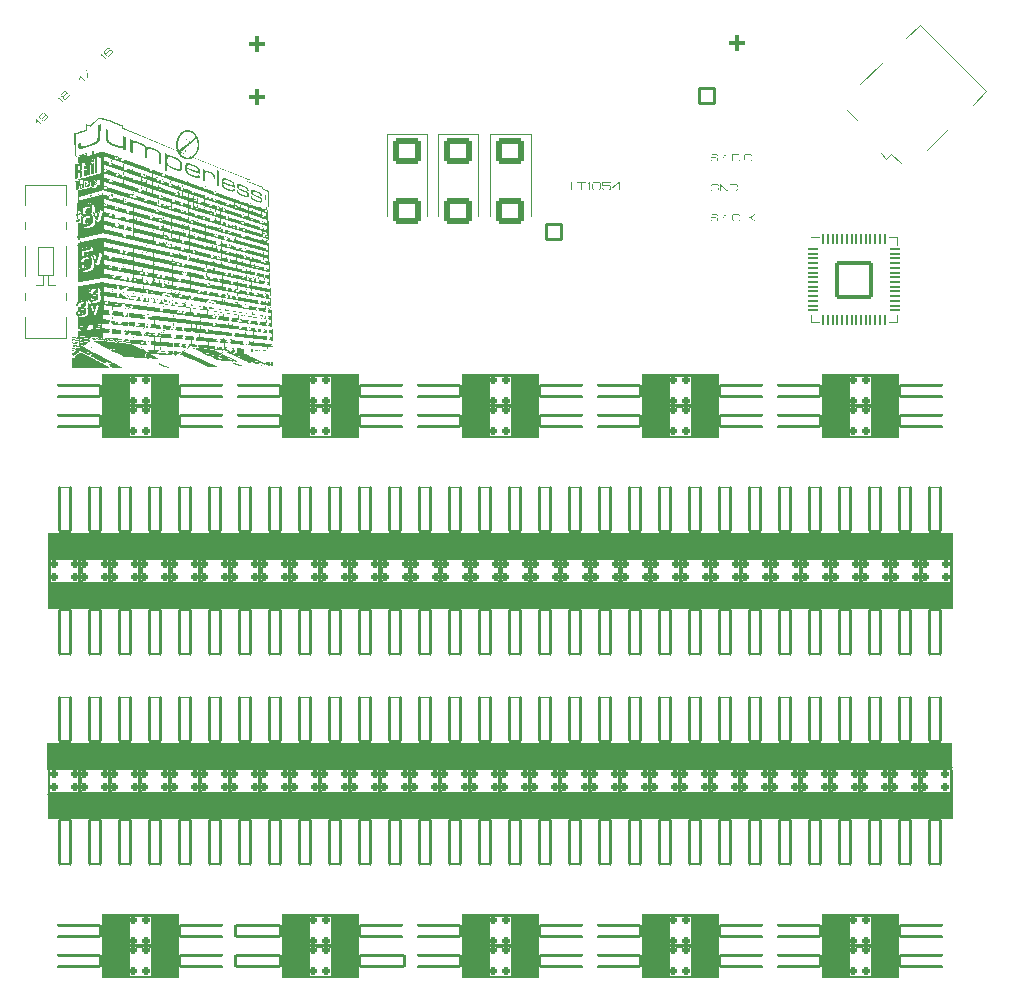
<source format=gto>
%TF.GenerationSoftware,KiCad,Pcbnew,7.0.5-0*%
%TF.CreationDate,2023-06-16T23:12:01-07:00*%
%TF.ProjectId,Jumperless2,4a756d70-6572-46c6-9573-73322e6b6963,rev?*%
%TF.SameCoordinates,Original*%
%TF.FileFunction,Legend,Top*%
%TF.FilePolarity,Positive*%
%FSLAX46Y46*%
G04 Gerber Fmt 4.6, Leading zero omitted, Abs format (unit mm)*
G04 Created by KiCad (PCBNEW 7.0.5-0) date 2023-06-16 23:12:01*
%MOMM*%
%LPD*%
G01*
G04 APERTURE LIST*
G04 Aperture macros list*
%AMRoundRect*
0 Rectangle with rounded corners*
0 $1 Rounding radius*
0 $2 $3 $4 $5 $6 $7 $8 $9 X,Y pos of 4 corners*
0 Add a 4 corners polygon primitive as box body*
4,1,4,$2,$3,$4,$5,$6,$7,$8,$9,$2,$3,0*
0 Add four circle primitives for the rounded corners*
1,1,$1+$1,$2,$3*
1,1,$1+$1,$4,$5*
1,1,$1+$1,$6,$7*
1,1,$1+$1,$8,$9*
0 Add four rect primitives between the rounded corners*
20,1,$1+$1,$2,$3,$4,$5,0*
20,1,$1+$1,$4,$5,$6,$7,0*
20,1,$1+$1,$6,$7,$8,$9,0*
20,1,$1+$1,$8,$9,$2,$3,0*%
%AMRotRect*
0 Rectangle, with rotation*
0 The origin of the aperture is its center*
0 $1 length*
0 $2 width*
0 $3 Rotation angle, in degrees counterclockwise*
0 Add horizontal line*
21,1,$1,$2,0,0,$3*%
G04 Aperture macros list end*
%ADD10C,0.000000*%
%ADD11C,0.120000*%
%ADD12C,0.150000*%
%ADD13C,0.002879*%
%ADD14RoundRect,0.150000X0.150000X0.200000X-0.150000X0.200000X-0.150000X-0.200000X0.150000X-0.200000X0*%
%ADD15RoundRect,0.525000X0.000000X0.318198X-0.318198X0.000000X0.000000X-0.318198X0.318198X0.000000X0*%
%ADD16RoundRect,0.150000X-0.200000X0.150000X-0.200000X-0.150000X0.200000X-0.150000X0.200000X0.150000X0*%
%ADD17O,1.500000X1.300000*%
%ADD18RoundRect,0.160000X0.640000X-0.640000X0.640000X0.640000X-0.640000X0.640000X-0.640000X-0.640000X0*%
%ADD19O,1.600000X1.600000*%
%ADD20C,0.900000*%
%ADD21RotRect,0.500000X2.500000X135.000000*%
%ADD22RotRect,2.000000X2.500000X135.000000*%
%ADD23RoundRect,0.250000X-0.925000X0.875000X-0.925000X-0.875000X0.925000X-0.875000X0.925000X0.875000X0*%
%ADD24C,1.400000*%
%ADD25RoundRect,0.455000X-0.195000X-0.195000X0.195000X-0.195000X0.195000X0.195000X-0.195000X0.195000X0*%
%ADD26C,2.000000*%
%ADD27RoundRect,0.120000X1.880000X-0.480000X1.880000X0.480000X-1.880000X0.480000X-1.880000X-0.480000X0*%
%ADD28O,1.300000X2.000000*%
%ADD29RoundRect,0.120000X-1.880000X0.480000X-1.880000X-0.480000X1.880000X-0.480000X1.880000X0.480000X0*%
%ADD30RoundRect,0.120000X-0.480000X-1.880000X0.480000X-1.880000X0.480000X1.880000X-0.480000X1.880000X0*%
%ADD31O,1.700000X1.000000*%
%ADD32RoundRect,0.160000X-0.640000X0.640000X-0.640000X-0.640000X0.640000X-0.640000X0.640000X0.640000X0*%
%ADD33RoundRect,0.050000X-0.387500X-0.050000X0.387500X-0.050000X0.387500X0.050000X-0.387500X0.050000X0*%
%ADD34RoundRect,0.050000X-0.050000X-0.387500X0.050000X-0.387500X0.050000X0.387500X-0.050000X0.387500X0*%
%ADD35RoundRect,0.144000X-1.456000X-1.456000X1.456000X-1.456000X1.456000X1.456000X-1.456000X1.456000X0*%
G04 APERTURE END LIST*
D10*
G36*
X46209265Y-117684675D02*
G01*
X46209705Y-117684709D01*
X46210158Y-117684773D01*
X46210620Y-117684867D01*
X46211089Y-117684988D01*
X46211564Y-117685137D01*
X46212043Y-117685311D01*
X46212523Y-117685511D01*
X46213003Y-117685736D01*
X46213480Y-117685983D01*
X46213953Y-117686252D01*
X46214420Y-117686543D01*
X46214878Y-117686854D01*
X46215326Y-117687185D01*
X46215761Y-117687533D01*
X46216182Y-117687899D01*
X46216587Y-117688281D01*
X46216973Y-117688679D01*
X46217339Y-117689091D01*
X46217682Y-117689516D01*
X46218001Y-117689953D01*
X46218294Y-117690402D01*
X46218558Y-117690862D01*
X46218792Y-117691330D01*
X46218993Y-117691808D01*
X46220746Y-117696376D01*
X46217550Y-117703391D01*
X46214354Y-117710405D01*
X46209014Y-117710405D01*
X46208459Y-117710395D01*
X46207901Y-117710366D01*
X46207343Y-117710319D01*
X46206788Y-117710255D01*
X46206241Y-117710174D01*
X46205704Y-117710078D01*
X46205181Y-117709968D01*
X46204677Y-117709844D01*
X46204196Y-117709708D01*
X46203740Y-117709560D01*
X46203313Y-117709402D01*
X46202920Y-117709234D01*
X46202563Y-117709057D01*
X46202247Y-117708873D01*
X46201976Y-117708682D01*
X46201753Y-117708485D01*
X46201754Y-117708488D01*
X46201558Y-117708279D01*
X46201368Y-117708049D01*
X46201184Y-117707801D01*
X46201008Y-117707537D01*
X46200840Y-117707260D01*
X46200682Y-117706971D01*
X46200534Y-117706674D01*
X46200397Y-117706370D01*
X46200273Y-117706061D01*
X46200163Y-117705751D01*
X46200066Y-117705440D01*
X46199985Y-117705133D01*
X46199921Y-117704830D01*
X46199873Y-117704535D01*
X46199844Y-117704249D01*
X46199834Y-117703975D01*
X46199834Y-117701382D01*
X46205607Y-117703215D01*
X46211381Y-117705046D01*
X46213273Y-117700112D01*
X46215167Y-117695177D01*
X46209869Y-117691303D01*
X46204571Y-117687430D01*
X46206397Y-117685604D01*
X46206673Y-117685362D01*
X46206976Y-117685158D01*
X46207305Y-117684991D01*
X46207658Y-117684859D01*
X46208032Y-117684763D01*
X46208426Y-117684701D01*
X46208838Y-117684672D01*
X46209265Y-117684675D01*
G37*
G36*
X54413899Y-131975027D02*
G01*
X54418527Y-131979656D01*
X54418527Y-131993645D01*
X54413484Y-131998685D01*
X54408441Y-132003728D01*
X54402653Y-132002960D01*
X54402033Y-132002854D01*
X54401369Y-132002699D01*
X54400667Y-132002500D01*
X54399931Y-132002258D01*
X54399169Y-132001977D01*
X54398387Y-132001661D01*
X54397590Y-132001311D01*
X54396785Y-132000932D01*
X54395978Y-132000526D01*
X54395175Y-132000097D01*
X54394382Y-131999647D01*
X54393605Y-131999181D01*
X54392850Y-131998699D01*
X54392123Y-131998207D01*
X54391431Y-131997707D01*
X54390779Y-131997202D01*
X54384664Y-131992287D01*
X54382750Y-131984130D01*
X54380836Y-131975972D01*
X54383837Y-131977828D01*
X54386838Y-131979687D01*
X54386838Y-131971830D01*
X54398054Y-131971115D01*
X54409269Y-131970400D01*
X54413899Y-131975027D01*
G37*
G36*
X50147901Y-128489100D02*
G01*
X50130621Y-128489100D01*
X50130621Y-128480471D01*
X50147901Y-128480471D01*
X50147901Y-128489100D01*
G37*
G36*
X45304245Y-121324767D02*
G01*
X45306980Y-121323077D01*
X45309716Y-121321387D01*
X45312741Y-121327038D01*
X45313049Y-121327652D01*
X45313348Y-121328326D01*
X45313637Y-121329053D01*
X45313915Y-121329826D01*
X45314179Y-121330637D01*
X45314429Y-121331481D01*
X45314662Y-121332351D01*
X45314877Y-121333239D01*
X45315072Y-121334140D01*
X45315247Y-121335046D01*
X45315399Y-121335950D01*
X45315527Y-121336847D01*
X45315629Y-121337728D01*
X45315704Y-121338588D01*
X45315750Y-121339419D01*
X45315765Y-121340215D01*
X45315765Y-121347742D01*
X45308146Y-121354803D01*
X45305164Y-121357538D01*
X45302677Y-121359765D01*
X45301700Y-121360616D01*
X45300944Y-121361254D01*
X45300442Y-121361650D01*
X45300296Y-121361749D01*
X45300226Y-121361777D01*
X45300062Y-121361697D01*
X45299701Y-121361502D01*
X45298483Y-121360822D01*
X45296756Y-121359837D01*
X45294704Y-121358650D01*
X45294704Y-121358652D01*
X45294160Y-121358310D01*
X45293607Y-121357915D01*
X45293049Y-121357470D01*
X45292490Y-121356980D01*
X45291934Y-121356452D01*
X45291385Y-121355888D01*
X45290847Y-121355294D01*
X45290323Y-121354675D01*
X45289818Y-121354035D01*
X45289335Y-121353380D01*
X45288878Y-121352713D01*
X45288452Y-121352041D01*
X45288059Y-121351366D01*
X45287704Y-121350695D01*
X45287392Y-121350032D01*
X45287124Y-121349381D01*
X45284768Y-121343148D01*
X45287746Y-121337388D01*
X45288084Y-121336768D01*
X45288482Y-121336102D01*
X45288934Y-121335394D01*
X45289435Y-121334651D01*
X45289981Y-121333880D01*
X45290566Y-121333087D01*
X45291835Y-121331457D01*
X45293201Y-121329813D01*
X45294625Y-121328203D01*
X45295345Y-121327427D01*
X45296066Y-121326678D01*
X45296780Y-121325962D01*
X45297484Y-121325286D01*
X45304245Y-121318944D01*
X45304245Y-121324767D01*
G37*
G36*
X52859093Y-129445065D02*
G01*
X52860881Y-129450694D01*
X52858967Y-129460896D01*
X52857052Y-129471098D01*
X52846405Y-129471098D01*
X52842983Y-129459696D01*
X52839558Y-129448266D01*
X52843219Y-129443851D01*
X52843619Y-129443401D01*
X52844061Y-129442964D01*
X52844540Y-129442542D01*
X52845052Y-129442137D01*
X52845592Y-129441751D01*
X52846155Y-129441387D01*
X52846738Y-129441047D01*
X52847335Y-129440733D01*
X52847943Y-129440447D01*
X52848556Y-129440192D01*
X52849169Y-129439971D01*
X52849779Y-129439784D01*
X52850381Y-129439635D01*
X52850971Y-129439526D01*
X52851543Y-129439459D01*
X52852093Y-129439436D01*
X52857306Y-129439436D01*
X52859093Y-129445065D01*
G37*
G36*
X42456955Y-119246955D02*
G01*
X42457559Y-119247161D01*
X42458200Y-119247407D01*
X42458872Y-119247691D01*
X42459570Y-119248009D01*
X42460288Y-119248357D01*
X42461021Y-119248732D01*
X42461762Y-119249132D01*
X42462506Y-119249552D01*
X42463248Y-119249990D01*
X42463982Y-119250443D01*
X42464702Y-119250907D01*
X42465403Y-119251378D01*
X42466079Y-119251854D01*
X42466725Y-119252332D01*
X42467335Y-119252808D01*
X42467903Y-119253278D01*
X42473189Y-119257804D01*
X42469863Y-119263785D01*
X42469527Y-119264406D01*
X42469207Y-119265031D01*
X42468904Y-119265656D01*
X42468620Y-119266278D01*
X42468355Y-119266892D01*
X42468112Y-119267493D01*
X42467891Y-119268079D01*
X42467694Y-119268644D01*
X42467522Y-119269184D01*
X42467377Y-119269695D01*
X42467261Y-119270174D01*
X42467174Y-119270615D01*
X42467117Y-119271015D01*
X42467094Y-119271370D01*
X42467103Y-119271675D01*
X42467148Y-119271926D01*
X42467222Y-119272221D01*
X42467269Y-119272490D01*
X42467288Y-119272732D01*
X42467286Y-119272843D01*
X42467278Y-119272947D01*
X42467262Y-119273045D01*
X42467239Y-119273136D01*
X42467208Y-119273221D01*
X42467170Y-119273298D01*
X42467125Y-119273369D01*
X42467071Y-119273432D01*
X42467010Y-119273489D01*
X42466941Y-119273540D01*
X42466863Y-119273583D01*
X42466778Y-119273619D01*
X42466685Y-119273648D01*
X42466583Y-119273670D01*
X42466473Y-119273685D01*
X42466355Y-119273693D01*
X42466092Y-119273688D01*
X42465795Y-119273655D01*
X42465463Y-119273592D01*
X42465095Y-119273501D01*
X42464689Y-119273380D01*
X42464247Y-119273230D01*
X42463766Y-119273050D01*
X42463247Y-119272840D01*
X42462688Y-119272600D01*
X42462088Y-119272330D01*
X42461448Y-119272029D01*
X42460767Y-119271698D01*
X42460043Y-119271336D01*
X42459276Y-119270942D01*
X42458466Y-119270517D01*
X42456712Y-119269571D01*
X42454775Y-119268498D01*
X42452650Y-119267294D01*
X42452635Y-119267291D01*
X42441844Y-119261125D01*
X42441844Y-119248784D01*
X42446568Y-119246971D01*
X42451293Y-119245157D01*
X42456955Y-119246955D01*
G37*
G36*
X44903928Y-130661138D02*
G01*
X44903883Y-130662611D01*
X44903773Y-130664241D01*
X44903607Y-130665973D01*
X44903390Y-130667753D01*
X44903129Y-130669528D01*
X44902831Y-130671244D01*
X44902503Y-130672847D01*
X44902152Y-130674282D01*
X44900416Y-130680754D01*
X44886359Y-130680754D01*
X44887244Y-130668510D01*
X44887243Y-130668424D01*
X44888129Y-130656179D01*
X44896049Y-130655322D01*
X44903968Y-130654465D01*
X44903928Y-130661138D01*
G37*
G36*
X52523470Y-127605871D02*
G01*
X52524044Y-127605929D01*
X52524588Y-127605997D01*
X52525101Y-127606074D01*
X52525580Y-127606159D01*
X52526023Y-127606252D01*
X52526428Y-127606352D01*
X52526792Y-127606458D01*
X52527113Y-127606570D01*
X52527389Y-127606687D01*
X52527618Y-127606808D01*
X52527797Y-127606934D01*
X52527924Y-127607063D01*
X52527968Y-127607128D01*
X52527998Y-127607195D01*
X52528013Y-127607261D01*
X52528014Y-127607328D01*
X52528001Y-127607396D01*
X52527973Y-127607464D01*
X52527929Y-127607532D01*
X52527870Y-127607600D01*
X52527811Y-127607672D01*
X52527768Y-127607753D01*
X52527740Y-127607843D01*
X52527727Y-127607942D01*
X52527729Y-127608050D01*
X52527745Y-127608166D01*
X52527775Y-127608289D01*
X52527820Y-127608420D01*
X52527877Y-127608558D01*
X52527949Y-127608703D01*
X52528033Y-127608854D01*
X52528130Y-127609011D01*
X52528240Y-127609174D01*
X52528362Y-127609343D01*
X52528641Y-127609695D01*
X52528965Y-127610064D01*
X52529332Y-127610448D01*
X52529740Y-127610844D01*
X52530187Y-127611250D01*
X52530670Y-127611663D01*
X52531187Y-127612080D01*
X52531736Y-127612498D01*
X52532314Y-127612915D01*
X52538054Y-127616929D01*
X52538054Y-127632731D01*
X52534597Y-127636189D01*
X52534219Y-127636541D01*
X52533799Y-127636883D01*
X52533342Y-127637213D01*
X52532852Y-127637530D01*
X52532334Y-127637832D01*
X52531792Y-127638117D01*
X52531230Y-127638384D01*
X52530654Y-127638630D01*
X52530067Y-127638854D01*
X52529473Y-127639053D01*
X52528877Y-127639227D01*
X52528284Y-127639373D01*
X52527698Y-127639490D01*
X52527123Y-127639576D01*
X52526564Y-127639628D01*
X52526025Y-127639646D01*
X52520907Y-127639646D01*
X52515905Y-127631988D01*
X52514889Y-127630373D01*
X52513918Y-127628713D01*
X52513016Y-127627054D01*
X52512204Y-127625443D01*
X52511507Y-127623930D01*
X52510946Y-127622560D01*
X52510725Y-127621944D01*
X52510546Y-127621382D01*
X52510413Y-127620879D01*
X52510328Y-127620443D01*
X52509757Y-127616529D01*
X52515347Y-127613543D01*
X52520938Y-127610557D01*
X52519355Y-127608000D01*
X52517773Y-127605442D01*
X52523470Y-127605871D01*
G37*
G36*
X46382692Y-121117092D02*
G01*
X46380864Y-121122851D01*
X46391969Y-121122851D01*
X46393785Y-121137970D01*
X46394150Y-121141286D01*
X46394492Y-121144919D01*
X46394803Y-121148752D01*
X46395075Y-121152665D01*
X46395301Y-121156542D01*
X46395473Y-121160263D01*
X46395584Y-121163710D01*
X46395626Y-121166767D01*
X46395655Y-121180446D01*
X46381368Y-121180446D01*
X46379996Y-121173967D01*
X46379996Y-121173966D01*
X46379995Y-121173966D01*
X46379614Y-121171749D01*
X46379243Y-121168813D01*
X46378545Y-121161231D01*
X46377938Y-121152114D01*
X46377459Y-121142361D01*
X46377146Y-121132870D01*
X46377035Y-121124536D01*
X46377163Y-121118257D01*
X46377328Y-121116169D01*
X46377566Y-121114931D01*
X46377711Y-121114565D01*
X46377880Y-121114208D01*
X46378073Y-121113864D01*
X46378286Y-121113534D01*
X46378518Y-121113219D01*
X46378767Y-121112923D01*
X46379029Y-121112645D01*
X46379304Y-121112389D01*
X46379589Y-121112157D01*
X46379882Y-121111949D01*
X46380181Y-121111769D01*
X46380483Y-121111617D01*
X46380635Y-121111552D01*
X46380787Y-121111495D01*
X46380939Y-121111446D01*
X46381090Y-121111406D01*
X46381241Y-121111374D01*
X46381390Y-121111351D01*
X46381539Y-121111337D01*
X46381686Y-121111333D01*
X46384521Y-121111333D01*
X46382692Y-121117092D01*
G37*
G36*
X48812803Y-131076681D02*
G01*
X48812804Y-131076682D01*
X48812804Y-131076683D01*
X48812805Y-131076683D01*
X48812806Y-131076684D01*
X48812807Y-131076686D01*
X48812808Y-131076686D01*
X48812808Y-131076687D01*
X48812809Y-131076688D01*
X48812810Y-131076689D01*
X48812810Y-131076690D01*
X48812811Y-131076691D01*
X48812811Y-131076692D01*
X48812812Y-131076693D01*
X48812658Y-131076251D01*
X48812526Y-131075791D01*
X48812419Y-131075316D01*
X48812334Y-131074830D01*
X48812272Y-131074336D01*
X48812233Y-131073840D01*
X48812216Y-131073343D01*
X48812223Y-131072850D01*
X48812251Y-131072365D01*
X48812302Y-131071891D01*
X48812375Y-131071432D01*
X48812471Y-131070992D01*
X48812588Y-131070574D01*
X48812727Y-131070182D01*
X48812887Y-131069820D01*
X48813069Y-131069491D01*
X48813308Y-131069142D01*
X48813575Y-131068814D01*
X48813870Y-131068509D01*
X48814188Y-131068226D01*
X48814529Y-131067964D01*
X48814890Y-131067725D01*
X48815267Y-131067508D01*
X48815660Y-131067313D01*
X48816065Y-131067140D01*
X48816480Y-131066989D01*
X48816902Y-131066861D01*
X48817329Y-131066754D01*
X48817760Y-131066671D01*
X48818190Y-131066609D01*
X48818619Y-131066570D01*
X48819042Y-131066553D01*
X48819459Y-131066559D01*
X48819867Y-131066587D01*
X48820262Y-131066637D01*
X48820644Y-131066710D01*
X48821009Y-131066805D01*
X48821354Y-131066923D01*
X48821679Y-131067064D01*
X48821979Y-131067227D01*
X48822253Y-131067413D01*
X48822499Y-131067622D01*
X48822713Y-131067853D01*
X48822894Y-131068107D01*
X48823039Y-131068384D01*
X48823145Y-131068683D01*
X48823211Y-131069006D01*
X48823233Y-131069351D01*
X48823228Y-131069499D01*
X48823211Y-131069645D01*
X48823184Y-131069789D01*
X48823147Y-131069931D01*
X48823099Y-131070070D01*
X48823042Y-131070206D01*
X48822975Y-131070340D01*
X48822899Y-131070471D01*
X48822814Y-131070599D01*
X48822721Y-131070723D01*
X48822619Y-131070844D01*
X48822508Y-131070961D01*
X48822390Y-131071075D01*
X48822264Y-131071184D01*
X48822131Y-131071289D01*
X48821991Y-131071389D01*
X48821844Y-131071485D01*
X48821690Y-131071576D01*
X48821530Y-131071661D01*
X48821364Y-131071742D01*
X48821193Y-131071817D01*
X48821015Y-131071887D01*
X48820833Y-131071951D01*
X48820646Y-131072009D01*
X48820454Y-131072061D01*
X48820258Y-131072107D01*
X48820058Y-131072146D01*
X48819854Y-131072178D01*
X48819646Y-131072204D01*
X48819435Y-131072222D01*
X48819221Y-131072233D01*
X48819004Y-131072237D01*
X48814774Y-131072237D01*
X48816431Y-131076553D01*
X48816591Y-131076992D01*
X48816727Y-131077419D01*
X48816841Y-131077831D01*
X48816931Y-131078227D01*
X48816998Y-131078604D01*
X48817042Y-131078959D01*
X48817063Y-131079292D01*
X48817062Y-131079599D01*
X48817038Y-131079878D01*
X48816991Y-131080127D01*
X48816922Y-131080343D01*
X48816879Y-131080439D01*
X48816831Y-131080526D01*
X48816777Y-131080603D01*
X48816718Y-131080671D01*
X48816653Y-131080730D01*
X48816582Y-131080778D01*
X48816506Y-131080816D01*
X48816425Y-131080844D01*
X48816338Y-131080861D01*
X48816246Y-131080866D01*
X48816149Y-131080861D01*
X48816050Y-131080844D01*
X48815947Y-131080818D01*
X48815843Y-131080781D01*
X48815736Y-131080734D01*
X48815627Y-131080677D01*
X48815516Y-131080611D01*
X48815404Y-131080536D01*
X48815290Y-131080452D01*
X48815175Y-131080359D01*
X48815060Y-131080258D01*
X48814943Y-131080148D01*
X48814709Y-131079907D01*
X48814475Y-131079636D01*
X48814242Y-131079338D01*
X48814012Y-131079016D01*
X48813788Y-131078671D01*
X48813570Y-131078305D01*
X48813361Y-131077921D01*
X48813162Y-131077521D01*
X48812976Y-131077107D01*
X48812803Y-131076681D01*
G37*
G36*
X49328712Y-118122958D02*
G01*
X49328928Y-118123036D01*
X49329104Y-118123165D01*
X49329182Y-118123254D01*
X49329248Y-118123355D01*
X49329301Y-118123465D01*
X49329342Y-118123585D01*
X49329372Y-118123714D01*
X49329389Y-118123852D01*
X49329395Y-118123999D01*
X49329390Y-118124153D01*
X49329373Y-118124316D01*
X49329345Y-118124485D01*
X49329307Y-118124662D01*
X49329257Y-118124845D01*
X49329197Y-118125034D01*
X49329127Y-118125229D01*
X49328956Y-118125635D01*
X49328746Y-118126058D01*
X49328498Y-118126497D01*
X49328214Y-118126947D01*
X49327894Y-118127406D01*
X49327541Y-118127871D01*
X49327155Y-118128338D01*
X49326739Y-118128805D01*
X49326293Y-118129267D01*
X49325453Y-118130084D01*
X49324648Y-118130820D01*
X49323880Y-118131474D01*
X49323154Y-118132045D01*
X49322470Y-118132532D01*
X49321832Y-118132934D01*
X49321243Y-118133250D01*
X49320705Y-118133480D01*
X49320455Y-118133562D01*
X49320220Y-118133622D01*
X49319998Y-118133659D01*
X49319791Y-118133675D01*
X49319599Y-118133668D01*
X49319421Y-118133638D01*
X49319259Y-118133586D01*
X49319113Y-118133511D01*
X49318982Y-118133413D01*
X49318868Y-118133293D01*
X49318771Y-118133149D01*
X49318690Y-118132982D01*
X49318627Y-118132791D01*
X49318582Y-118132577D01*
X49318554Y-118132340D01*
X49318545Y-118132078D01*
X49318546Y-118132078D01*
X49318571Y-118131779D01*
X49318646Y-118131456D01*
X49318767Y-118131112D01*
X49318932Y-118130749D01*
X49319136Y-118130370D01*
X49319378Y-118129978D01*
X49319962Y-118129162D01*
X49320661Y-118128322D01*
X49321449Y-118127477D01*
X49322305Y-118126647D01*
X49323203Y-118125853D01*
X49324121Y-118125114D01*
X49325035Y-118124450D01*
X49325921Y-118123881D01*
X49326755Y-118123428D01*
X49327145Y-118123251D01*
X49327514Y-118123110D01*
X49327858Y-118123007D01*
X49328174Y-118122946D01*
X49328460Y-118122929D01*
X49328712Y-118122958D01*
G37*
G36*
X41280419Y-119323485D02*
G01*
X41284228Y-119326646D01*
X41283599Y-119334810D01*
X41282971Y-119342972D01*
X41290055Y-119350870D01*
X41296115Y-119357604D01*
X41300737Y-119362704D01*
X41304336Y-119366638D01*
X41304336Y-119385103D01*
X41299397Y-119392223D01*
X41297208Y-119395248D01*
X41294967Y-119398087D01*
X41292673Y-119400741D01*
X41290326Y-119403209D01*
X41287925Y-119405492D01*
X41285469Y-119407591D01*
X41282959Y-119409505D01*
X41280393Y-119411236D01*
X41277772Y-119412782D01*
X41275094Y-119414146D01*
X41272359Y-119415326D01*
X41269566Y-119416324D01*
X41266716Y-119417139D01*
X41263807Y-119417772D01*
X41260840Y-119418224D01*
X41257812Y-119418494D01*
X41255775Y-119418659D01*
X41253675Y-119418910D01*
X41251574Y-119419236D01*
X41249530Y-119419623D01*
X41247605Y-119420060D01*
X41245859Y-119420533D01*
X41245071Y-119420780D01*
X41244351Y-119421031D01*
X41243706Y-119421286D01*
X41243142Y-119421541D01*
X41238103Y-119424023D01*
X41238103Y-119437154D01*
X41248182Y-119441960D01*
X41258260Y-119446767D01*
X41258260Y-119450898D01*
X41258268Y-119451339D01*
X41258291Y-119451808D01*
X41258329Y-119452300D01*
X41258380Y-119452812D01*
X41258520Y-119453878D01*
X41258706Y-119454971D01*
X41258930Y-119456060D01*
X41259186Y-119457111D01*
X41259469Y-119458090D01*
X41259617Y-119458543D01*
X41259770Y-119458965D01*
X41261280Y-119462902D01*
X41255375Y-119463345D01*
X41254729Y-119463412D01*
X41254014Y-119463521D01*
X41253238Y-119463669D01*
X41252407Y-119463854D01*
X41251529Y-119464073D01*
X41250612Y-119464325D01*
X41248689Y-119464913D01*
X41246697Y-119465601D01*
X41244697Y-119466368D01*
X41242747Y-119467194D01*
X41241809Y-119467624D01*
X41240906Y-119468061D01*
X41232342Y-119472333D01*
X41223702Y-119468024D01*
X41222822Y-119467571D01*
X41221967Y-119467104D01*
X41221140Y-119466625D01*
X41220348Y-119466140D01*
X41219593Y-119465651D01*
X41218880Y-119465161D01*
X41218215Y-119464675D01*
X41217600Y-119464196D01*
X41217042Y-119463728D01*
X41216543Y-119463274D01*
X41216109Y-119462837D01*
X41215744Y-119462422D01*
X41215453Y-119462032D01*
X41215239Y-119461670D01*
X41215107Y-119461340D01*
X41215074Y-119461188D01*
X41215063Y-119461046D01*
X41215063Y-119458377D01*
X41203341Y-119458377D01*
X41206610Y-119464483D01*
X41209878Y-119470590D01*
X41206221Y-119468330D01*
X41202565Y-119466070D01*
X41204257Y-119470479D01*
X41205949Y-119474888D01*
X41193947Y-119478721D01*
X41191411Y-119479569D01*
X41188804Y-119480513D01*
X41186199Y-119481520D01*
X41183672Y-119482558D01*
X41181295Y-119483598D01*
X41179145Y-119484606D01*
X41177295Y-119485551D01*
X41175820Y-119486402D01*
X41175150Y-119486807D01*
X41174412Y-119487227D01*
X41172755Y-119488094D01*
X41170910Y-119488978D01*
X41168938Y-119489854D01*
X41166899Y-119490694D01*
X41164855Y-119491474D01*
X41162867Y-119492166D01*
X41160994Y-119492746D01*
X41152295Y-119495240D01*
X41144098Y-119490280D01*
X41142316Y-119489247D01*
X41140398Y-119488218D01*
X41138404Y-119487219D01*
X41136395Y-119486278D01*
X41134430Y-119485421D01*
X41132570Y-119484677D01*
X41130875Y-119484073D01*
X41130109Y-119483831D01*
X41129406Y-119483635D01*
X41122927Y-119481960D01*
X41122927Y-119484570D01*
X41122921Y-119484704D01*
X41122904Y-119484836D01*
X41122877Y-119484967D01*
X41122839Y-119485095D01*
X41122790Y-119485221D01*
X41122732Y-119485345D01*
X41122664Y-119485466D01*
X41122586Y-119485584D01*
X41122499Y-119485700D01*
X41122404Y-119485812D01*
X41122299Y-119485921D01*
X41122187Y-119486027D01*
X41122066Y-119486130D01*
X41121938Y-119486228D01*
X41121802Y-119486323D01*
X41121658Y-119486414D01*
X41121508Y-119486501D01*
X41121351Y-119486583D01*
X41121188Y-119486660D01*
X41121018Y-119486733D01*
X41120843Y-119486801D01*
X41120662Y-119486864D01*
X41120476Y-119486922D01*
X41120285Y-119486975D01*
X41120089Y-119487021D01*
X41119889Y-119487063D01*
X41119684Y-119487098D01*
X41119476Y-119487127D01*
X41119263Y-119487150D01*
X41119048Y-119487167D01*
X41118829Y-119487177D01*
X41118608Y-119487180D01*
X41118036Y-119487166D01*
X41117507Y-119487126D01*
X41117020Y-119487059D01*
X41116576Y-119486969D01*
X41116174Y-119486856D01*
X41115814Y-119486722D01*
X41115495Y-119486569D01*
X41115218Y-119486397D01*
X41114981Y-119486208D01*
X41114784Y-119486004D01*
X41114628Y-119485787D01*
X41114512Y-119485557D01*
X41114435Y-119485315D01*
X41114397Y-119485065D01*
X41114398Y-119484806D01*
X41114438Y-119484541D01*
X41114516Y-119484271D01*
X41114632Y-119483997D01*
X41114786Y-119483720D01*
X41114977Y-119483443D01*
X41115204Y-119483167D01*
X41115469Y-119482892D01*
X41115770Y-119482622D01*
X41116107Y-119482356D01*
X41116479Y-119482097D01*
X41116887Y-119481845D01*
X41117330Y-119481603D01*
X41117808Y-119481372D01*
X41118320Y-119481153D01*
X41118866Y-119480948D01*
X41119446Y-119480757D01*
X41120059Y-119480584D01*
X41125830Y-119479076D01*
X41124070Y-119474489D01*
X41123718Y-119473528D01*
X41123573Y-119473093D01*
X41123451Y-119472689D01*
X41123352Y-119472315D01*
X41123276Y-119471972D01*
X41123226Y-119471658D01*
X41123202Y-119471374D01*
X41123204Y-119471120D01*
X41123234Y-119470896D01*
X41123293Y-119470701D01*
X41123381Y-119470535D01*
X41123499Y-119470399D01*
X41123649Y-119470292D01*
X41123831Y-119470213D01*
X41124046Y-119470164D01*
X41124295Y-119470143D01*
X41124578Y-119470150D01*
X41124898Y-119470186D01*
X41125255Y-119470251D01*
X41125649Y-119470343D01*
X41126081Y-119470463D01*
X41126553Y-119470611D01*
X41127066Y-119470787D01*
X41128215Y-119471221D01*
X41129537Y-119471765D01*
X41131038Y-119472416D01*
X41132725Y-119473174D01*
X41139916Y-119476451D01*
X41149855Y-119471734D01*
X41150903Y-119471254D01*
X41151993Y-119470787D01*
X41154261Y-119469904D01*
X41156590Y-119469103D01*
X41158911Y-119468404D01*
X41161154Y-119467827D01*
X41162225Y-119467590D01*
X41163251Y-119467390D01*
X41164222Y-119467231D01*
X41165131Y-119467114D01*
X41165969Y-119467043D01*
X41166727Y-119467018D01*
X41167462Y-119466997D01*
X41168234Y-119466935D01*
X41169035Y-119466834D01*
X41169860Y-119466696D01*
X41170702Y-119466523D01*
X41171554Y-119466317D01*
X41172411Y-119466081D01*
X41173265Y-119465817D01*
X41174111Y-119465526D01*
X41174942Y-119465211D01*
X41175751Y-119464874D01*
X41176532Y-119464517D01*
X41177279Y-119464142D01*
X41177985Y-119463751D01*
X41178644Y-119463346D01*
X41179250Y-119462929D01*
X41184839Y-119458840D01*
X41185525Y-119439171D01*
X41185955Y-119427953D01*
X41186420Y-119418654D01*
X41186945Y-119411042D01*
X41187560Y-119404884D01*
X41188292Y-119399948D01*
X41188712Y-119397866D01*
X41189170Y-119396002D01*
X41189673Y-119394327D01*
X41190222Y-119392813D01*
X41190822Y-119391430D01*
X41191476Y-119390149D01*
X41191832Y-119389448D01*
X41192182Y-119388656D01*
X41192525Y-119387781D01*
X41192858Y-119386831D01*
X41193180Y-119385816D01*
X41193488Y-119384744D01*
X41193780Y-119383625D01*
X41194055Y-119382466D01*
X41194310Y-119381278D01*
X41194544Y-119380069D01*
X41194754Y-119378847D01*
X41194938Y-119377622D01*
X41195095Y-119376403D01*
X41195222Y-119375198D01*
X41195317Y-119374016D01*
X41195379Y-119372866D01*
X41195808Y-119361901D01*
X41191044Y-119352690D01*
X41190559Y-119351721D01*
X41190087Y-119350720D01*
X41189194Y-119348652D01*
X41188385Y-119346548D01*
X41187680Y-119344469D01*
X41187097Y-119342477D01*
X41186858Y-119341533D01*
X41186656Y-119340634D01*
X41186496Y-119339788D01*
X41186378Y-119339002D01*
X41186305Y-119338284D01*
X41186280Y-119337641D01*
X41186280Y-119331805D01*
X41193287Y-119327214D01*
X41200294Y-119322623D01*
X41206966Y-119326129D01*
X41207695Y-119326529D01*
X41208499Y-119327002D01*
X41210303Y-119328139D01*
X41212311Y-119329495D01*
X41214457Y-119331020D01*
X41216675Y-119332666D01*
X41218898Y-119334385D01*
X41221061Y-119336130D01*
X41223098Y-119337852D01*
X41232557Y-119346069D01*
X41243822Y-119346069D01*
X41250328Y-119335981D01*
X41256833Y-119325891D01*
X41266722Y-119323107D01*
X41276610Y-119320324D01*
X41280419Y-119323485D01*
G37*
G36*
X40033967Y-131465149D02*
G01*
X40032095Y-131467034D01*
X40041982Y-131476922D01*
X40044022Y-131478909D01*
X40046027Y-131480763D01*
X40047947Y-131482441D01*
X40049731Y-131483906D01*
X40050556Y-131484545D01*
X40051328Y-131485115D01*
X40052039Y-131485611D01*
X40052685Y-131486028D01*
X40053258Y-131486362D01*
X40053752Y-131486606D01*
X40054161Y-131486756D01*
X40054478Y-131486808D01*
X40054629Y-131486792D01*
X40054813Y-131486748D01*
X40055274Y-131486572D01*
X40055852Y-131486287D01*
X40056541Y-131485898D01*
X40057331Y-131485411D01*
X40058215Y-131484833D01*
X40059184Y-131484168D01*
X40060230Y-131483423D01*
X40061345Y-131482604D01*
X40062521Y-131481717D01*
X40065022Y-131479761D01*
X40067669Y-131477604D01*
X40069026Y-131476465D01*
X40070396Y-131475293D01*
X40083704Y-131463777D01*
X40099927Y-131463777D01*
X40103479Y-131468064D01*
X40107031Y-131472349D01*
X40105237Y-131483192D01*
X40104529Y-131487797D01*
X40103928Y-131492326D01*
X40103687Y-131494398D01*
X40103496Y-131496257D01*
X40103364Y-131497836D01*
X40103299Y-131499070D01*
X40103274Y-131499584D01*
X40103229Y-131500083D01*
X40103166Y-131500565D01*
X40103086Y-131501027D01*
X40102990Y-131501468D01*
X40102879Y-131501883D01*
X40102753Y-131502272D01*
X40102615Y-131502631D01*
X40102465Y-131502957D01*
X40102304Y-131503248D01*
X40102133Y-131503502D01*
X40101954Y-131503715D01*
X40101767Y-131503885D01*
X40101671Y-131503953D01*
X40101574Y-131504010D01*
X40101476Y-131504055D01*
X40101376Y-131504087D01*
X40101275Y-131504106D01*
X40101173Y-131504113D01*
X40101071Y-131504123D01*
X40100969Y-131504151D01*
X40100868Y-131504198D01*
X40100767Y-131504262D01*
X40100666Y-131504344D01*
X40100567Y-131504442D01*
X40100468Y-131504557D01*
X40100371Y-131504688D01*
X40100275Y-131504834D01*
X40100180Y-131504995D01*
X40100087Y-131505170D01*
X40099996Y-131505360D01*
X40099906Y-131505563D01*
X40099819Y-131505779D01*
X40099651Y-131506248D01*
X40099493Y-131506765D01*
X40099347Y-131507324D01*
X40099213Y-131507922D01*
X40099093Y-131508556D01*
X40098987Y-131509221D01*
X40098898Y-131509915D01*
X40098827Y-131510632D01*
X40098774Y-131511370D01*
X40098355Y-131518615D01*
X40090926Y-131528361D01*
X40083497Y-131538106D01*
X40065819Y-131549905D01*
X40062184Y-131552275D01*
X40058629Y-131554486D01*
X40055245Y-131556490D01*
X40052121Y-131558239D01*
X40049346Y-131559683D01*
X40047010Y-131560775D01*
X40046035Y-131561174D01*
X40045202Y-131561466D01*
X40044525Y-131561646D01*
X40044012Y-131561707D01*
X40043791Y-131561697D01*
X40043555Y-131561667D01*
X40043304Y-131561619D01*
X40043039Y-131561551D01*
X40042469Y-131561363D01*
X40041852Y-131561106D01*
X40041193Y-131560784D01*
X40040498Y-131560401D01*
X40039772Y-131559961D01*
X40039022Y-131559469D01*
X40038253Y-131558927D01*
X40037471Y-131558340D01*
X40036681Y-131557712D01*
X40035889Y-131557047D01*
X40035102Y-131556348D01*
X40034324Y-131555620D01*
X40033562Y-131554867D01*
X40032822Y-131554091D01*
X40032822Y-131554097D01*
X40032822Y-131554102D01*
X40032822Y-131554112D01*
X40031392Y-131552550D01*
X40030140Y-131551132D01*
X40029062Y-131549845D01*
X40028156Y-131548673D01*
X40027418Y-131547601D01*
X40027112Y-131547098D01*
X40026846Y-131546614D01*
X40026621Y-131546149D01*
X40026436Y-131545698D01*
X40026291Y-131545262D01*
X40026185Y-131544838D01*
X40026119Y-131544424D01*
X40026091Y-131544019D01*
X40026102Y-131543620D01*
X40026150Y-131543226D01*
X40026236Y-131542834D01*
X40026359Y-131542444D01*
X40026519Y-131542052D01*
X40026716Y-131541658D01*
X40026948Y-131541259D01*
X40027216Y-131540853D01*
X40027519Y-131540440D01*
X40027858Y-131540016D01*
X40028637Y-131539129D01*
X40029552Y-131538180D01*
X40029964Y-131537753D01*
X40030417Y-131537259D01*
X40031426Y-131536090D01*
X40032541Y-131534723D01*
X40033726Y-131533204D01*
X40034945Y-131531583D01*
X40036161Y-131529906D01*
X40037338Y-131528221D01*
X40038439Y-131526577D01*
X40043535Y-131518790D01*
X40041677Y-131515774D01*
X40041575Y-131515620D01*
X40041460Y-131515468D01*
X40041334Y-131515318D01*
X40041197Y-131515170D01*
X40041048Y-131515025D01*
X40040889Y-131514883D01*
X40040542Y-131514607D01*
X40040158Y-131514345D01*
X40039742Y-131514098D01*
X40039296Y-131513867D01*
X40038825Y-131513654D01*
X40038333Y-131513460D01*
X40037822Y-131513287D01*
X40037296Y-131513137D01*
X40036760Y-131513011D01*
X40036216Y-131512910D01*
X40035669Y-131512836D01*
X40035122Y-131512791D01*
X40034579Y-131512775D01*
X40029338Y-131512775D01*
X40025819Y-131522133D01*
X40023404Y-131528355D01*
X40022285Y-131531057D01*
X40021209Y-131533512D01*
X40020163Y-131535739D01*
X40019135Y-131537758D01*
X40018111Y-131539587D01*
X40017080Y-131541246D01*
X40016028Y-131542753D01*
X40014943Y-131544128D01*
X40013813Y-131545390D01*
X40012625Y-131546558D01*
X40011367Y-131547650D01*
X40010025Y-131548687D01*
X40008588Y-131549687D01*
X40007042Y-131550670D01*
X39998403Y-131555941D01*
X39980578Y-131555941D01*
X39975812Y-131550670D01*
X39971046Y-131545398D01*
X39971105Y-131535539D01*
X39971164Y-131525681D01*
X39984784Y-131501472D01*
X39998403Y-131477264D01*
X40005602Y-131472221D01*
X40006395Y-131471698D01*
X40007283Y-131471169D01*
X40008257Y-131470638D01*
X40009306Y-131470109D01*
X40010422Y-131469585D01*
X40011594Y-131469071D01*
X40012814Y-131468569D01*
X40014070Y-131468083D01*
X40015355Y-131467617D01*
X40016658Y-131467175D01*
X40017969Y-131466760D01*
X40019280Y-131466376D01*
X40020580Y-131466026D01*
X40021859Y-131465714D01*
X40023109Y-131465444D01*
X40024320Y-131465219D01*
X40035839Y-131463262D01*
X40033967Y-131465149D01*
G37*
G36*
X55511331Y-126466207D02*
G01*
X55511331Y-126474768D01*
X55505115Y-126475655D01*
X55498915Y-126476540D01*
X55496886Y-126473241D01*
X55494843Y-126469945D01*
X55500644Y-126464149D01*
X55511331Y-126466207D01*
G37*
G36*
X54350503Y-124364617D02*
G01*
X54350560Y-124364650D01*
X54350626Y-124364705D01*
X54350702Y-124364782D01*
X54350787Y-124364881D01*
X54350882Y-124365002D01*
X54351098Y-124365309D01*
X54351349Y-124365700D01*
X54351633Y-124366173D01*
X54351950Y-124366727D01*
X54352297Y-124367360D01*
X54352674Y-124368069D01*
X54353079Y-124368852D01*
X54353511Y-124369708D01*
X54354400Y-124371635D01*
X54355304Y-124373802D01*
X54356198Y-124376134D01*
X54357057Y-124378559D01*
X54357856Y-124381003D01*
X54358570Y-124383391D01*
X54359173Y-124385650D01*
X54359640Y-124387706D01*
X54361526Y-124397066D01*
X54359626Y-124407225D01*
X54357726Y-124417383D01*
X54355026Y-124415714D01*
X54352326Y-124414044D01*
X54354040Y-124418513D01*
X54355755Y-124422982D01*
X54352569Y-124422982D01*
X54352406Y-124422978D01*
X54352244Y-124422964D01*
X54352084Y-124422941D01*
X54351927Y-124422909D01*
X54351772Y-124422869D01*
X54351620Y-124422820D01*
X54351471Y-124422763D01*
X54351326Y-124422698D01*
X54351183Y-124422626D01*
X54351045Y-124422546D01*
X54350910Y-124422460D01*
X54350779Y-124422366D01*
X54350653Y-124422265D01*
X54350531Y-124422158D01*
X54350414Y-124422045D01*
X54350301Y-124421925D01*
X54350194Y-124421800D01*
X54350092Y-124421670D01*
X54349996Y-124421533D01*
X54349905Y-124421392D01*
X54349820Y-124421246D01*
X54349742Y-124421096D01*
X54349670Y-124420940D01*
X54349604Y-124420781D01*
X54349545Y-124420618D01*
X54349493Y-124420451D01*
X54349448Y-124420280D01*
X54349411Y-124420107D01*
X54349382Y-124419930D01*
X54349360Y-124419750D01*
X54349346Y-124419568D01*
X54349340Y-124419384D01*
X54349298Y-124415784D01*
X54346511Y-124420103D01*
X54346223Y-124420535D01*
X54345940Y-124420941D01*
X54345662Y-124421319D01*
X54345392Y-124421667D01*
X54345131Y-124421983D01*
X54344881Y-124422267D01*
X54344643Y-124422517D01*
X54344418Y-124422731D01*
X54344209Y-124422908D01*
X54344017Y-124423046D01*
X54343844Y-124423144D01*
X54343764Y-124423178D01*
X54343690Y-124423201D01*
X54343622Y-124423213D01*
X54343559Y-124423215D01*
X54343502Y-124423205D01*
X54343451Y-124423184D01*
X54343406Y-124423151D01*
X54343368Y-124423107D01*
X54343336Y-124423051D01*
X54343311Y-124422982D01*
X54343300Y-124422983D01*
X54343056Y-124422085D01*
X54342809Y-124421021D01*
X54342318Y-124418491D01*
X54341846Y-124415572D01*
X54341415Y-124412442D01*
X54341046Y-124409280D01*
X54340761Y-124406264D01*
X54340581Y-124403573D01*
X54340527Y-124401385D01*
X54340669Y-124384555D01*
X54340766Y-124373483D01*
X54346310Y-124372032D01*
X54351854Y-124370580D01*
X54350568Y-124365824D01*
X54350457Y-124365385D01*
X54350419Y-124365202D01*
X54350392Y-124365045D01*
X54350376Y-124364912D01*
X54350371Y-124364804D01*
X54350377Y-124364719D01*
X54350393Y-124364659D01*
X54350405Y-124364637D01*
X54350419Y-124364622D01*
X54350436Y-124364612D01*
X54350456Y-124364608D01*
X54350503Y-124364617D01*
G37*
G36*
X47852262Y-126816720D02*
G01*
X47852587Y-126816782D01*
X47852936Y-126816883D01*
X47853310Y-126817026D01*
X47853705Y-126817210D01*
X47854122Y-126817437D01*
X47854559Y-126817707D01*
X47855015Y-126818022D01*
X47855489Y-126818383D01*
X47855980Y-126818790D01*
X47856486Y-126819245D01*
X47857007Y-126819748D01*
X47857461Y-126820212D01*
X47857902Y-126820679D01*
X47858328Y-126821146D01*
X47858737Y-126821611D01*
X47859126Y-126822071D01*
X47859494Y-126822521D01*
X47859837Y-126822959D01*
X47860154Y-126823382D01*
X47860442Y-126823787D01*
X47860699Y-126824171D01*
X47860923Y-126824530D01*
X47861111Y-126824861D01*
X47861261Y-126825162D01*
X47861372Y-126825429D01*
X47861440Y-126825659D01*
X47861463Y-126825849D01*
X47861450Y-126826120D01*
X47861414Y-126826364D01*
X47861354Y-126826581D01*
X47861271Y-126826773D01*
X47861167Y-126826939D01*
X47861042Y-126827080D01*
X47860897Y-126827196D01*
X47860733Y-126827287D01*
X47860551Y-126827354D01*
X47860351Y-126827397D01*
X47860134Y-126827416D01*
X47859902Y-126827411D01*
X47859655Y-126827384D01*
X47859394Y-126827333D01*
X47859120Y-126827260D01*
X47858833Y-126827165D01*
X47858535Y-126827048D01*
X47858226Y-126826910D01*
X47857907Y-126826750D01*
X47857579Y-126826569D01*
X47857243Y-126826367D01*
X47856900Y-126826146D01*
X47856550Y-126825904D01*
X47856195Y-126825642D01*
X47855835Y-126825361D01*
X47855471Y-126825061D01*
X47855104Y-126824742D01*
X47854735Y-126824405D01*
X47854364Y-126824050D01*
X47853993Y-126823676D01*
X47853622Y-126823286D01*
X47853253Y-126822877D01*
X47853253Y-126822876D01*
X47852786Y-126822329D01*
X47852368Y-126821800D01*
X47851999Y-126821292D01*
X47851677Y-126820805D01*
X47851400Y-126820340D01*
X47851169Y-126819898D01*
X47850980Y-126819481D01*
X47850835Y-126819088D01*
X47850730Y-126818722D01*
X47850665Y-126818383D01*
X47850640Y-126818072D01*
X47850652Y-126817790D01*
X47850700Y-126817538D01*
X47850784Y-126817317D01*
X47850902Y-126817128D01*
X47851053Y-126816972D01*
X47851236Y-126816850D01*
X47851449Y-126816762D01*
X47851692Y-126816711D01*
X47851964Y-126816696D01*
X47852262Y-126816720D01*
G37*
G36*
X51503729Y-129415416D02*
G01*
X51503615Y-129415911D01*
X51503467Y-129416405D01*
X51503289Y-129416895D01*
X51503082Y-129417376D01*
X51502848Y-129417846D01*
X51502591Y-129418303D01*
X51502311Y-129418742D01*
X51502012Y-129419161D01*
X51501696Y-129419556D01*
X51501366Y-129419926D01*
X51501022Y-129420266D01*
X51500668Y-129420573D01*
X51500307Y-129420845D01*
X51499940Y-129421078D01*
X51499569Y-129421270D01*
X51499384Y-129421349D01*
X51499198Y-129421416D01*
X51495599Y-129422560D01*
X51495597Y-129416616D01*
X51495597Y-129410615D01*
X51504658Y-129410615D01*
X51503729Y-129415416D01*
G37*
G36*
X40693802Y-128244000D02*
G01*
X40713716Y-128253816D01*
X40718075Y-128256070D01*
X40722833Y-128258716D01*
X40727838Y-128261657D01*
X40732935Y-128264796D01*
X40737971Y-128268038D01*
X40742793Y-128271285D01*
X40747246Y-128274442D01*
X40751177Y-128277410D01*
X40768723Y-128291197D01*
X40768723Y-128294855D01*
X40768735Y-128295233D01*
X40768773Y-128295610D01*
X40768834Y-128295983D01*
X40768917Y-128296351D01*
X40769020Y-128296711D01*
X40769144Y-128297061D01*
X40769286Y-128297398D01*
X40769445Y-128297720D01*
X40769619Y-128298024D01*
X40769809Y-128298309D01*
X40770012Y-128298571D01*
X40770226Y-128298809D01*
X40770452Y-128299020D01*
X40770687Y-128299202D01*
X40770931Y-128299353D01*
X40771055Y-128299416D01*
X40771181Y-128299470D01*
X40771320Y-128299551D01*
X40771484Y-128299687D01*
X40771882Y-128300116D01*
X40772368Y-128300746D01*
X40772937Y-128301566D01*
X40773580Y-128302564D01*
X40774293Y-128303728D01*
X40775068Y-128305048D01*
X40775900Y-128306511D01*
X40777704Y-128309824D01*
X40779656Y-128313575D01*
X40781702Y-128317674D01*
X40783792Y-128322028D01*
X40785692Y-128326219D01*
X40787591Y-128330698D01*
X40791354Y-128340411D01*
X40795013Y-128350945D01*
X40798503Y-128362080D01*
X40801758Y-128373595D01*
X40804713Y-128385269D01*
X40807302Y-128396881D01*
X40809459Y-128408211D01*
X40812158Y-128423842D01*
X40810944Y-128516200D01*
X40809729Y-128608559D01*
X40803962Y-128634474D01*
X40800631Y-128649073D01*
X40797374Y-128662612D01*
X40794227Y-128674969D01*
X40791223Y-128686023D01*
X40788397Y-128695651D01*
X40785784Y-128703733D01*
X40783416Y-128710146D01*
X40781330Y-128714770D01*
X40771951Y-128732523D01*
X40770074Y-128735922D01*
X40768013Y-128739413D01*
X40765785Y-128742975D01*
X40763407Y-128746587D01*
X40760895Y-128750227D01*
X40758268Y-128753874D01*
X40755542Y-128757507D01*
X40752734Y-128761103D01*
X40749862Y-128764642D01*
X40746941Y-128768102D01*
X40743990Y-128771462D01*
X40741026Y-128774700D01*
X40738065Y-128777794D01*
X40735125Y-128780724D01*
X40732223Y-128783468D01*
X40729375Y-128786004D01*
X40713936Y-128799306D01*
X40684844Y-128814079D01*
X40678919Y-128817048D01*
X40673234Y-128819817D01*
X40667924Y-128822326D01*
X40663127Y-128824514D01*
X40658976Y-128826321D01*
X40655608Y-128827687D01*
X40653159Y-128828551D01*
X40652321Y-128828775D01*
X40651763Y-128828852D01*
X40651357Y-128828863D01*
X40650962Y-128828897D01*
X40650581Y-128828953D01*
X40650214Y-128829029D01*
X40649866Y-128829124D01*
X40649537Y-128829237D01*
X40649230Y-128829368D01*
X40648946Y-128829515D01*
X40648688Y-128829677D01*
X40648458Y-128829853D01*
X40648257Y-128830043D01*
X40648169Y-128830142D01*
X40648089Y-128830245D01*
X40648017Y-128830350D01*
X40647954Y-128830457D01*
X40647900Y-128830567D01*
X40647856Y-128830680D01*
X40647820Y-128830795D01*
X40647795Y-128830912D01*
X40647779Y-128831031D01*
X40647774Y-128831152D01*
X40647761Y-128831276D01*
X40647722Y-128831409D01*
X40647657Y-128831548D01*
X40647568Y-128831695D01*
X40647455Y-128831848D01*
X40647319Y-128832007D01*
X40647160Y-128832172D01*
X40646979Y-128832342D01*
X40646776Y-128832518D01*
X40646553Y-128832698D01*
X40646047Y-128833071D01*
X40645465Y-128833458D01*
X40644813Y-128833857D01*
X40644097Y-128834264D01*
X40643320Y-128834676D01*
X40642489Y-128835091D01*
X40641609Y-128835505D01*
X40640684Y-128835916D01*
X40639720Y-128836320D01*
X40638722Y-128836715D01*
X40637695Y-128837097D01*
X40627616Y-128840740D01*
X40627616Y-128851884D01*
X40662892Y-128851312D01*
X40670302Y-128851251D01*
X40677839Y-128851279D01*
X40692459Y-128851580D01*
X40699122Y-128851844D01*
X40705074Y-128852177D01*
X40710105Y-128852573D01*
X40714007Y-128853027D01*
X40729845Y-128855271D01*
X40742804Y-128862586D01*
X40745716Y-128864287D01*
X40749028Y-128866327D01*
X40752627Y-128868630D01*
X40756397Y-128871118D01*
X40760222Y-128873714D01*
X40763988Y-128876341D01*
X40767580Y-128878922D01*
X40770881Y-128881379D01*
X40786000Y-128892866D01*
X40786000Y-128896839D01*
X40786014Y-128897244D01*
X40786057Y-128897637D01*
X40786126Y-128898017D01*
X40786220Y-128898382D01*
X40786338Y-128898729D01*
X40786478Y-128899056D01*
X40786640Y-128899362D01*
X40786820Y-128899644D01*
X40787019Y-128899901D01*
X40787234Y-128900130D01*
X40787348Y-128900234D01*
X40787465Y-128900330D01*
X40787585Y-128900418D01*
X40787709Y-128900497D01*
X40787836Y-128900569D01*
X40787966Y-128900631D01*
X40788098Y-128900685D01*
X40788233Y-128900730D01*
X40788370Y-128900765D01*
X40788510Y-128900790D01*
X40788652Y-128900805D01*
X40788795Y-128900811D01*
X40789511Y-128900971D01*
X40790292Y-128901443D01*
X40791131Y-128902211D01*
X40792024Y-128903263D01*
X40793954Y-128906159D01*
X40796042Y-128910016D01*
X40798249Y-128914722D01*
X40800537Y-128920163D01*
X40802867Y-128926226D01*
X40805200Y-128932798D01*
X40807497Y-128939765D01*
X40809720Y-128947014D01*
X40811830Y-128954431D01*
X40813788Y-128961903D01*
X40815556Y-128969318D01*
X40817094Y-128976561D01*
X40818364Y-128983520D01*
X40819327Y-128990080D01*
X40819785Y-128993335D01*
X40820322Y-128996510D01*
X40820918Y-128999526D01*
X40821555Y-129002304D01*
X40822213Y-129004764D01*
X40822871Y-129006827D01*
X40823194Y-129007685D01*
X40823510Y-129008414D01*
X40823817Y-129009004D01*
X40824111Y-129009445D01*
X40826900Y-129012974D01*
X40824040Y-129201739D01*
X40818276Y-129231975D01*
X40816959Y-129238578D01*
X40815425Y-129245761D01*
X40811924Y-129260943D01*
X40808217Y-129275680D01*
X40806425Y-129282306D01*
X40804748Y-129288129D01*
X40801717Y-129298473D01*
X40799202Y-129307472D01*
X40797467Y-129314163D01*
X40796973Y-129316340D01*
X40796771Y-129317579D01*
X40796674Y-129318089D01*
X40796430Y-129318879D01*
X40796047Y-129319933D01*
X40795534Y-129321234D01*
X40794144Y-129324509D01*
X40792321Y-129328573D01*
X40790126Y-129333291D01*
X40787621Y-129338531D01*
X40784865Y-129344160D01*
X40781920Y-129350045D01*
X40767282Y-129378978D01*
X40748863Y-129401227D01*
X40744928Y-129405875D01*
X40740802Y-129410550D01*
X40736609Y-129415128D01*
X40732471Y-129419480D01*
X40728511Y-129423482D01*
X40724851Y-129427005D01*
X40721615Y-129429925D01*
X40720194Y-129431119D01*
X40718925Y-129432115D01*
X40704319Y-129442901D01*
X40691119Y-129452254D01*
X40678873Y-129460443D01*
X40667127Y-129467738D01*
X40661300Y-129471134D01*
X40655429Y-129474408D01*
X40643326Y-129480723D01*
X40630367Y-129486953D01*
X40616097Y-129493367D01*
X40608057Y-129496715D01*
X40598953Y-129500225D01*
X40589349Y-129503709D01*
X40579808Y-129506981D01*
X40570894Y-129509852D01*
X40563172Y-129512135D01*
X40557205Y-129513642D01*
X40555055Y-129514047D01*
X40553556Y-129514187D01*
X40552990Y-129514200D01*
X40552412Y-129514238D01*
X40551826Y-129514301D01*
X40551236Y-129514386D01*
X40550647Y-129514492D01*
X40550063Y-129514618D01*
X40549487Y-129514763D01*
X40548925Y-129514924D01*
X40548380Y-129515101D01*
X40547856Y-129515293D01*
X40547359Y-129515496D01*
X40546891Y-129515712D01*
X40546457Y-129515937D01*
X40546061Y-129516171D01*
X40545708Y-129516412D01*
X40545401Y-129516659D01*
X40545025Y-129516941D01*
X40544469Y-129517252D01*
X40543744Y-129517588D01*
X40542862Y-129517945D01*
X40541832Y-129518322D01*
X40540666Y-129518715D01*
X40539375Y-129519122D01*
X40537970Y-129519539D01*
X40534862Y-129520393D01*
X40531431Y-129521253D01*
X40527763Y-129522098D01*
X40523947Y-129522902D01*
X40520069Y-129523730D01*
X40516225Y-129524639D01*
X40512513Y-129525599D01*
X40509036Y-129526581D01*
X40505892Y-129527555D01*
X40503183Y-129528492D01*
X40501009Y-129529360D01*
X40500153Y-129529760D01*
X40499470Y-129530132D01*
X40498786Y-129530501D01*
X40497931Y-129530896D01*
X40496917Y-129531313D01*
X40495756Y-129531747D01*
X40493047Y-129532654D01*
X40489904Y-129533591D01*
X40486426Y-129534528D01*
X40482714Y-129535438D01*
X40478870Y-129536292D01*
X40474992Y-129537061D01*
X40457966Y-129540288D01*
X40443315Y-129543162D01*
X40435671Y-129544625D01*
X40424435Y-129546669D01*
X40411121Y-129549025D01*
X40397240Y-129551420D01*
X40382472Y-129554066D01*
X40366742Y-129557105D01*
X40351930Y-129560162D01*
X40339919Y-129562865D01*
X40335010Y-129564004D01*
X40330339Y-129565011D01*
X40326017Y-129565867D01*
X40322150Y-129566554D01*
X40318848Y-129567056D01*
X40316220Y-129567353D01*
X40314374Y-129567429D01*
X40313778Y-129567378D01*
X40313419Y-129567265D01*
X40313278Y-129567202D01*
X40313091Y-129567147D01*
X40312588Y-129567061D01*
X40311920Y-129567006D01*
X40311097Y-129566981D01*
X40310131Y-129566986D01*
X40309030Y-129567021D01*
X40307807Y-129567084D01*
X40306471Y-129567176D01*
X40303504Y-129567443D01*
X40300212Y-129567816D01*
X40296679Y-129568292D01*
X40292989Y-129568866D01*
X40284108Y-129570239D01*
X40274975Y-129571417D01*
X40265248Y-129572424D01*
X40254581Y-129573286D01*
X40242633Y-129574026D01*
X40229059Y-129574670D01*
X40213517Y-129575242D01*
X40195662Y-129575766D01*
X40153906Y-129576910D01*
X40123213Y-129570294D01*
X40123216Y-129570374D01*
X40116824Y-129568945D01*
X40110425Y-129567412D01*
X40104190Y-129565821D01*
X40098289Y-129564222D01*
X40092895Y-129562663D01*
X40088177Y-129561191D01*
X40084309Y-129559854D01*
X40081460Y-129558702D01*
X40078947Y-129557475D01*
X40076270Y-129556028D01*
X40073459Y-129554382D01*
X40070542Y-129552558D01*
X40067546Y-129550580D01*
X40064500Y-129548467D01*
X40061432Y-129546243D01*
X40058370Y-129543928D01*
X40055343Y-129541546D01*
X40052378Y-129539116D01*
X40049504Y-129536662D01*
X40046748Y-129534204D01*
X40044140Y-129531765D01*
X40041706Y-129529366D01*
X40039476Y-129527030D01*
X40037478Y-129524777D01*
X40034459Y-129521280D01*
X40031416Y-129517844D01*
X40028703Y-129514864D01*
X40027582Y-129513668D01*
X40026675Y-129512733D01*
X40025303Y-129511161D01*
X40023730Y-129509005D01*
X40021984Y-129506321D01*
X40020091Y-129503165D01*
X40018079Y-129499594D01*
X40015975Y-129495663D01*
X40011597Y-129486946D01*
X40007176Y-129477463D01*
X40002927Y-129467661D01*
X40000935Y-129462782D01*
X39999068Y-129457990D01*
X39997351Y-129453344D01*
X39995814Y-129448898D01*
X39988348Y-129426458D01*
X39983849Y-129394781D01*
X39979351Y-129363105D01*
X39977755Y-129285253D01*
X39976159Y-129207402D01*
X39980083Y-129204259D01*
X39980580Y-129203924D01*
X39981253Y-129203569D01*
X39982092Y-129203198D01*
X39983083Y-129202813D01*
X39984217Y-129202418D01*
X39985481Y-129202015D01*
X39986863Y-129201608D01*
X39988352Y-129201200D01*
X39989937Y-129200793D01*
X39991605Y-129200392D01*
X39995147Y-129199616D01*
X39998884Y-129198896D01*
X40000797Y-129198566D01*
X40002724Y-129198258D01*
X40009337Y-129197185D01*
X40017302Y-129195767D01*
X40038212Y-129191713D01*
X40067295Y-129185727D01*
X40106394Y-129177443D01*
X40112220Y-129176229D01*
X40118506Y-129174980D01*
X40124495Y-129173840D01*
X40129431Y-129172956D01*
X40139510Y-129171241D01*
X40140053Y-129242698D01*
X40140509Y-129284711D01*
X40140832Y-129299245D01*
X40141264Y-129310321D01*
X40141838Y-129318580D01*
X40142588Y-129324663D01*
X40143546Y-129329214D01*
X40144746Y-129332874D01*
X40145150Y-129334005D01*
X40145655Y-129335571D01*
X40146241Y-129337502D01*
X40146888Y-129339727D01*
X40147576Y-129342176D01*
X40148285Y-129344776D01*
X40148993Y-129347459D01*
X40149682Y-129350152D01*
X40150529Y-129353260D01*
X40151506Y-129356369D01*
X40152608Y-129359471D01*
X40153830Y-129362558D01*
X40155167Y-129365619D01*
X40156613Y-129368648D01*
X40158164Y-129371634D01*
X40159814Y-129374569D01*
X40161558Y-129377445D01*
X40163392Y-129380252D01*
X40165310Y-129382982D01*
X40167307Y-129385626D01*
X40169377Y-129388175D01*
X40171516Y-129390621D01*
X40173719Y-129392954D01*
X40175981Y-129395167D01*
X40185585Y-129404183D01*
X40197067Y-129407855D01*
X40208549Y-129411528D01*
X40246022Y-129411813D01*
X40264947Y-129411717D01*
X40283436Y-129411131D01*
X40301153Y-129410093D01*
X40317760Y-129408639D01*
X40332921Y-129406808D01*
X40346300Y-129404635D01*
X40357558Y-129402157D01*
X40362287Y-129400816D01*
X40366360Y-129399412D01*
X40367349Y-129399069D01*
X40368655Y-129398676D01*
X40372128Y-129397759D01*
X40376608Y-129396698D01*
X40381923Y-129395528D01*
X40387903Y-129394288D01*
X40394376Y-129393014D01*
X40401170Y-129391742D01*
X40408116Y-129390510D01*
X40445423Y-129383953D01*
X40471733Y-129379049D01*
X40488353Y-129375541D01*
X40493438Y-129374230D01*
X40496592Y-129373172D01*
X40497984Y-129372660D01*
X40499737Y-129372101D01*
X40501781Y-129371516D01*
X40504043Y-129370923D01*
X40506454Y-129370341D01*
X40508943Y-129369790D01*
X40511439Y-129369289D01*
X40513870Y-129368857D01*
X40515066Y-129368653D01*
X40516272Y-129368418D01*
X40518684Y-129367865D01*
X40521039Y-129367223D01*
X40523274Y-129366514D01*
X40525324Y-129365763D01*
X40526258Y-129365378D01*
X40527122Y-129364992D01*
X40527908Y-129364606D01*
X40528606Y-129364225D01*
X40529209Y-129363850D01*
X40529709Y-129363486D01*
X40530208Y-129363111D01*
X40530811Y-129362709D01*
X40531510Y-129362281D01*
X40532295Y-129361833D01*
X40533159Y-129361367D01*
X40534093Y-129360888D01*
X40536143Y-129359904D01*
X40538378Y-129358910D01*
X40540734Y-129357936D01*
X40543145Y-129357013D01*
X40545547Y-129356170D01*
X40553121Y-129353366D01*
X40562085Y-129349603D01*
X40571795Y-129345198D01*
X40581608Y-129340472D01*
X40590882Y-129335741D01*
X40598974Y-129331326D01*
X40605242Y-129327544D01*
X40607490Y-129325990D01*
X40609041Y-129324715D01*
X40613845Y-129319970D01*
X40618768Y-129314835D01*
X40623578Y-129309583D01*
X40628040Y-129304487D01*
X40631921Y-129299821D01*
X40634987Y-129295858D01*
X40636141Y-129294227D01*
X40637003Y-129292873D01*
X40637545Y-129291833D01*
X40637687Y-129291441D01*
X40637737Y-129291140D01*
X40637781Y-129290727D01*
X40637903Y-129290091D01*
X40638361Y-129288204D01*
X40639081Y-129285585D01*
X40640030Y-129282340D01*
X40641177Y-129278575D01*
X40642489Y-129274397D01*
X40643936Y-129269911D01*
X40645485Y-129265225D01*
X40653194Y-129242186D01*
X40656383Y-129219149D01*
X40657858Y-129208948D01*
X40659516Y-129198204D01*
X40661154Y-129188195D01*
X40662570Y-129180198D01*
X40665567Y-129164285D01*
X40664286Y-129096686D01*
X40663004Y-129029089D01*
X40655423Y-129006810D01*
X40647843Y-128984531D01*
X40632623Y-128968438D01*
X40617404Y-128952345D01*
X40590448Y-128945343D01*
X40563493Y-128938343D01*
X40545881Y-128939857D01*
X40542078Y-128940222D01*
X40538020Y-128940665D01*
X40529636Y-128941717D01*
X40525561Y-128942294D01*
X40521731Y-128942882D01*
X40518272Y-128943466D01*
X40515310Y-128944028D01*
X40508006Y-128945431D01*
X40497699Y-128947291D01*
X40485758Y-128949362D01*
X40473554Y-128951400D01*
X40447295Y-128955851D01*
X40424599Y-128959915D01*
X40404441Y-128963590D01*
X40384283Y-128967102D01*
X40375548Y-128968664D01*
X40366663Y-128970399D01*
X40358670Y-128972097D01*
X40355332Y-128972866D01*
X40352607Y-128973546D01*
X40347381Y-128974910D01*
X40341667Y-128976359D01*
X40336155Y-128977719D01*
X40331539Y-128978818D01*
X40321989Y-128981033D01*
X40320698Y-128977662D01*
X40320578Y-128976952D01*
X40320483Y-128975544D01*
X40320370Y-128970787D01*
X40320354Y-128963693D01*
X40320432Y-128954565D01*
X40320855Y-128931418D01*
X40321608Y-128903770D01*
X40323810Y-128833243D01*
X40338637Y-128831428D01*
X40341675Y-128831026D01*
X40344625Y-128830580D01*
X40347414Y-128830104D01*
X40349970Y-128829614D01*
X40352218Y-128829123D01*
X40354087Y-128828648D01*
X40355504Y-128828201D01*
X40356020Y-128827994D01*
X40356395Y-128827799D01*
X40356826Y-128827585D01*
X40357503Y-128827321D01*
X40359540Y-128826658D01*
X40362391Y-128825838D01*
X40365938Y-128824892D01*
X40370065Y-128823849D01*
X40374656Y-128822740D01*
X40379594Y-128821594D01*
X40384764Y-128820441D01*
X40406535Y-128815562D01*
X40416121Y-128813333D01*
X40423160Y-128811627D01*
X40426394Y-128810855D01*
X40430632Y-128809915D01*
X40441397Y-128807674D01*
X40454016Y-128805195D01*
X40467048Y-128802769D01*
X40477692Y-128800704D01*
X40488136Y-128798402D01*
X40498193Y-128795919D01*
X40507677Y-128793309D01*
X40516401Y-128790627D01*
X40524178Y-128787926D01*
X40530823Y-128785261D01*
X40533663Y-128783960D01*
X40536149Y-128782688D01*
X40536681Y-128782410D01*
X40537243Y-128782140D01*
X40537830Y-128781879D01*
X40538437Y-128781629D01*
X40539060Y-128781390D01*
X40539693Y-128781165D01*
X40540332Y-128780955D01*
X40540972Y-128780761D01*
X40541608Y-128780585D01*
X40542235Y-128780427D01*
X40542849Y-128780290D01*
X40543445Y-128780175D01*
X40544017Y-128780083D01*
X40544561Y-128780015D01*
X40545073Y-128779973D01*
X40545547Y-128779959D01*
X40546021Y-128779946D01*
X40546532Y-128779907D01*
X40547076Y-128779844D01*
X40547649Y-128779759D01*
X40548244Y-128779651D01*
X40548858Y-128779523D01*
X40549485Y-128779376D01*
X40550121Y-128779211D01*
X40550761Y-128779029D01*
X40551400Y-128778833D01*
X40552033Y-128778622D01*
X40552656Y-128778398D01*
X40553263Y-128778163D01*
X40553850Y-128777918D01*
X40554412Y-128777664D01*
X40554945Y-128777402D01*
X40558022Y-128775864D01*
X40562706Y-128773595D01*
X40568358Y-128770897D01*
X40574343Y-128768072D01*
X40588742Y-128761314D01*
X40605606Y-128745444D01*
X40622470Y-128729574D01*
X40626796Y-128718773D01*
X40627250Y-128717672D01*
X40627718Y-128716602D01*
X40628195Y-128715569D01*
X40628679Y-128714577D01*
X40629165Y-128713634D01*
X40629651Y-128712743D01*
X40630132Y-128711911D01*
X40630606Y-128711143D01*
X40631068Y-128710445D01*
X40631516Y-128709822D01*
X40631945Y-128709279D01*
X40632352Y-128708823D01*
X40632733Y-128708459D01*
X40633086Y-128708192D01*
X40633406Y-128708028D01*
X40633553Y-128707986D01*
X40633690Y-128707972D01*
X40633821Y-128707965D01*
X40633951Y-128707944D01*
X40634079Y-128707910D01*
X40634205Y-128707863D01*
X40634329Y-128707803D01*
X40634451Y-128707731D01*
X40634570Y-128707647D01*
X40634686Y-128707551D01*
X40634800Y-128707444D01*
X40634911Y-128707326D01*
X40635018Y-128707197D01*
X40635122Y-128707058D01*
X40635223Y-128706910D01*
X40635320Y-128706751D01*
X40635413Y-128706583D01*
X40635503Y-128706407D01*
X40635588Y-128706222D01*
X40635669Y-128706029D01*
X40635745Y-128705828D01*
X40635817Y-128705619D01*
X40635884Y-128705403D01*
X40635946Y-128705181D01*
X40636003Y-128704951D01*
X40636054Y-128704716D01*
X40636100Y-128704475D01*
X40636141Y-128704229D01*
X40636176Y-128703978D01*
X40636204Y-128703721D01*
X40636227Y-128703461D01*
X40636244Y-128703196D01*
X40636254Y-128702928D01*
X40636257Y-128702656D01*
X40636278Y-128702070D01*
X40636339Y-128701416D01*
X40636439Y-128700700D01*
X40636576Y-128699929D01*
X40636746Y-128699111D01*
X40636949Y-128698252D01*
X40637182Y-128697360D01*
X40637444Y-128696441D01*
X40637731Y-128695503D01*
X40638042Y-128694552D01*
X40638375Y-128693596D01*
X40638728Y-128692642D01*
X40639099Y-128691697D01*
X40639486Y-128690767D01*
X40639886Y-128689860D01*
X40640297Y-128688982D01*
X40644337Y-128680624D01*
X40647505Y-128634548D01*
X40648726Y-128614046D01*
X40649709Y-128592281D01*
X40650352Y-128571852D01*
X40650557Y-128555358D01*
X40650441Y-128522242D01*
X40645155Y-128486244D01*
X40643109Y-128472556D01*
X40641368Y-128461883D01*
X40640555Y-128457493D01*
X40639749Y-128453636D01*
X40638927Y-128450237D01*
X40638067Y-128447222D01*
X40637145Y-128444519D01*
X40636138Y-128442053D01*
X40635024Y-128439749D01*
X40633779Y-128437536D01*
X40632380Y-128435338D01*
X40630804Y-128433081D01*
X40627030Y-128428098D01*
X40625038Y-128425638D01*
X40622991Y-128423307D01*
X40620884Y-128421103D01*
X40618712Y-128419023D01*
X40616470Y-128417063D01*
X40614153Y-128415220D01*
X40611755Y-128413492D01*
X40609273Y-128411875D01*
X40606702Y-128410367D01*
X40604035Y-128408964D01*
X40601269Y-128407664D01*
X40598398Y-128406462D01*
X40595418Y-128405357D01*
X40592323Y-128404345D01*
X40589108Y-128403424D01*
X40585770Y-128402589D01*
X40571464Y-128399260D01*
X40538784Y-128399546D01*
X40506103Y-128399832D01*
X40489829Y-128404047D01*
X40486060Y-128404978D01*
X40481578Y-128406015D01*
X40471145Y-128408263D01*
X40459865Y-128410514D01*
X40449077Y-128412490D01*
X40398111Y-128421423D01*
X40362588Y-128427943D01*
X40339352Y-128432651D01*
X40331356Y-128434515D01*
X40325250Y-128436152D01*
X40295013Y-128445039D01*
X40288741Y-128446866D01*
X40282306Y-128448691D01*
X40276466Y-128450305D01*
X40271975Y-128451496D01*
X40269165Y-128452313D01*
X40265972Y-128453413D01*
X40262455Y-128454766D01*
X40258677Y-128456339D01*
X40250580Y-128460020D01*
X40242168Y-128464204D01*
X40233927Y-128468640D01*
X40226346Y-128473076D01*
X40222956Y-128475214D01*
X40219913Y-128477258D01*
X40217279Y-128479175D01*
X40215114Y-128480935D01*
X40208469Y-128486809D01*
X40205643Y-128489373D01*
X40203109Y-128491737D01*
X40200836Y-128493937D01*
X40198792Y-128496008D01*
X40196948Y-128497989D01*
X40195274Y-128499914D01*
X40193738Y-128501821D01*
X40192310Y-128503746D01*
X40190961Y-128505724D01*
X40189659Y-128507793D01*
X40188373Y-128509989D01*
X40187075Y-128512348D01*
X40184315Y-128517701D01*
X40176280Y-128533748D01*
X40170268Y-128563985D01*
X40164256Y-128594222D01*
X40162237Y-128654082D01*
X40160218Y-128713940D01*
X40158164Y-128715227D01*
X40157814Y-128715381D01*
X40157199Y-128715576D01*
X40155234Y-128716072D01*
X40152387Y-128716694D01*
X40148776Y-128717418D01*
X40144522Y-128718221D01*
X40139744Y-128719082D01*
X40134561Y-128719977D01*
X40129091Y-128720884D01*
X40117465Y-128722821D01*
X40105780Y-128724851D01*
X40095397Y-128726733D01*
X40087675Y-128728228D01*
X40035342Y-128738685D01*
X40000228Y-128745424D01*
X40000176Y-128745391D01*
X40000131Y-128745294D01*
X40000061Y-128744910D01*
X40000017Y-128744286D01*
X39999997Y-128743435D01*
X40000030Y-128741105D01*
X40000156Y-128738021D01*
X40000368Y-128734287D01*
X40000663Y-128730008D01*
X40001034Y-128725287D01*
X40001477Y-128720226D01*
X40001929Y-128714548D01*
X40002327Y-128708057D01*
X40002664Y-128700981D01*
X40002932Y-128693549D01*
X40003125Y-128685986D01*
X40003236Y-128678521D01*
X40003257Y-128671380D01*
X40003182Y-128664792D01*
X40003119Y-128652126D01*
X40003425Y-128639033D01*
X40004095Y-128625581D01*
X40005123Y-128611840D01*
X40006503Y-128597879D01*
X40008229Y-128583766D01*
X40010294Y-128569571D01*
X40012693Y-128555363D01*
X40016177Y-128535540D01*
X40017517Y-128527534D01*
X40018341Y-128522248D01*
X40018772Y-128519617D01*
X40019344Y-128516797D01*
X40020058Y-128513791D01*
X40020912Y-128510600D01*
X40021906Y-128507225D01*
X40023040Y-128503667D01*
X40024314Y-128499927D01*
X40025726Y-128496007D01*
X40028964Y-128487631D01*
X40032753Y-128478549D01*
X40037087Y-128468770D01*
X40041964Y-128458305D01*
X40054589Y-128431799D01*
X40068346Y-128413670D01*
X40074134Y-128406101D01*
X40079726Y-128398895D01*
X40084483Y-128392866D01*
X40087768Y-128388831D01*
X40089855Y-128386506D01*
X40092361Y-128383967D01*
X40095246Y-128381245D01*
X40098467Y-128378371D01*
X40101983Y-128375378D01*
X40105751Y-128372295D01*
X40109730Y-128369155D01*
X40113879Y-128365989D01*
X40118155Y-128362828D01*
X40122517Y-128359704D01*
X40126922Y-128356647D01*
X40131330Y-128353690D01*
X40135698Y-128350863D01*
X40139985Y-128348199D01*
X40144149Y-128345727D01*
X40148148Y-128343480D01*
X40156088Y-128339080D01*
X40162807Y-128335203D01*
X40165487Y-128333592D01*
X40167596Y-128332271D01*
X40169045Y-128331292D01*
X40169494Y-128330947D01*
X40169746Y-128330708D01*
X40169959Y-128330496D01*
X40170299Y-128330239D01*
X40170757Y-128329940D01*
X40171327Y-128329603D01*
X40172000Y-128329231D01*
X40172770Y-128328828D01*
X40174569Y-128327941D01*
X40176665Y-128326970D01*
X40178999Y-128325943D01*
X40181511Y-128324889D01*
X40184144Y-128323835D01*
X40189857Y-128321576D01*
X40195834Y-128319172D01*
X40201365Y-128316909D01*
X40205742Y-128315076D01*
X40211874Y-128312483D01*
X40217345Y-128310225D01*
X40222492Y-128308177D01*
X40227651Y-128306211D01*
X40233162Y-128304203D01*
X40239360Y-128302027D01*
X40255172Y-128296666D01*
X40260586Y-128294903D01*
X40266177Y-128293177D01*
X40271781Y-128291533D01*
X40277239Y-128290014D01*
X40282390Y-128288662D01*
X40287073Y-128287522D01*
X40291127Y-128286637D01*
X40294391Y-128286050D01*
X40297165Y-128285582D01*
X40299816Y-128285048D01*
X40302279Y-128284465D01*
X40304494Y-128283851D01*
X40306398Y-128283225D01*
X40307213Y-128282913D01*
X40307928Y-128282604D01*
X40308533Y-128282301D01*
X40309021Y-128282006D01*
X40309385Y-128281721D01*
X40309616Y-128281448D01*
X40309707Y-128281315D01*
X40309817Y-128281184D01*
X40309945Y-128281056D01*
X40310092Y-128280929D01*
X40310255Y-128280805D01*
X40310435Y-128280683D01*
X40310632Y-128280564D01*
X40310843Y-128280448D01*
X40311311Y-128280226D01*
X40311833Y-128280016D01*
X40312405Y-128279821D01*
X40313021Y-128279641D01*
X40313678Y-128279478D01*
X40314371Y-128279333D01*
X40315093Y-128279208D01*
X40315842Y-128279102D01*
X40316612Y-128279018D01*
X40317397Y-128278956D01*
X40318194Y-128278918D01*
X40318998Y-128278905D01*
X40319897Y-128278877D01*
X40320976Y-128278793D01*
X40323615Y-128278469D01*
X40326800Y-128277958D01*
X40330416Y-128277280D01*
X40334349Y-128276460D01*
X40338484Y-128275518D01*
X40342708Y-128274478D01*
X40346905Y-128273362D01*
X40351324Y-128272186D01*
X40356186Y-128270963D01*
X40366599Y-128268522D01*
X40376869Y-128266322D01*
X40381552Y-128265401D01*
X40385723Y-128264647D01*
X40409939Y-128260313D01*
X40441877Y-128254360D01*
X40457662Y-128251504D01*
X40472969Y-128248990D01*
X40486048Y-128247089D01*
X40491206Y-128246454D01*
X40495151Y-128246073D01*
X40498539Y-128245755D01*
X40502096Y-128245346D01*
X40505718Y-128244862D01*
X40509298Y-128244316D01*
X40512729Y-128243726D01*
X40515905Y-128243104D01*
X40518721Y-128242467D01*
X40521069Y-128241830D01*
X40531148Y-128238773D01*
X40572903Y-128237628D01*
X40614659Y-128236485D01*
X40693802Y-128244000D01*
G37*
G36*
X50218622Y-131758804D02*
G01*
X50218039Y-131759253D01*
X50217446Y-131759690D01*
X50216848Y-131760112D01*
X50216249Y-131760516D01*
X50215652Y-131760901D01*
X50215062Y-131761264D01*
X50214483Y-131761603D01*
X50213919Y-131761915D01*
X50213375Y-131762200D01*
X50212854Y-131762453D01*
X50212362Y-131762674D01*
X50211901Y-131762859D01*
X50211477Y-131763008D01*
X50211093Y-131763116D01*
X50210753Y-131763183D01*
X50210462Y-131763206D01*
X50207893Y-131763206D01*
X50209077Y-131759716D01*
X50210264Y-131756115D01*
X50217237Y-131755258D01*
X50224211Y-131754402D01*
X50218622Y-131758804D01*
G37*
G36*
X49052171Y-130548506D02*
G01*
X49053952Y-130551395D01*
X49051621Y-130551108D01*
X49050976Y-130551010D01*
X49050033Y-130550827D01*
X49048838Y-130550572D01*
X49047436Y-130550254D01*
X49045872Y-130549884D01*
X49044190Y-130549472D01*
X49042436Y-130549028D01*
X49040653Y-130548564D01*
X49040651Y-130548393D01*
X49032012Y-130546191D01*
X49041201Y-130545907D01*
X49050392Y-130545620D01*
X49052171Y-130548506D01*
G37*
G36*
X51758652Y-120842639D02*
G01*
X51759430Y-120847561D01*
X51759978Y-120851562D01*
X51760166Y-120853241D01*
X51760295Y-120854717D01*
X51760366Y-120856000D01*
X51760379Y-120857100D01*
X51760334Y-120858025D01*
X51760230Y-120858785D01*
X51760067Y-120859389D01*
X51759845Y-120859846D01*
X51759565Y-120860166D01*
X51759225Y-120860357D01*
X51758825Y-120860430D01*
X51758367Y-120860393D01*
X51754893Y-120859746D01*
X51749573Y-120858733D01*
X51749574Y-120858736D01*
X51749574Y-120858739D01*
X51749576Y-120858745D01*
X51742942Y-120857473D01*
X51743814Y-120845454D01*
X51744687Y-120833435D01*
X51750764Y-120832564D01*
X51756843Y-120831693D01*
X51758652Y-120842639D01*
G37*
G36*
X52752894Y-125166235D02*
G01*
X52753452Y-125166395D01*
X52754086Y-125166664D01*
X52754787Y-125167035D01*
X52755550Y-125167505D01*
X52756369Y-125168066D01*
X52757238Y-125168714D01*
X52759098Y-125170249D01*
X52761082Y-125172065D01*
X52763137Y-125174119D01*
X52765215Y-125176366D01*
X52767266Y-125178764D01*
X52769239Y-125181269D01*
X52771083Y-125183836D01*
X52771942Y-125185130D01*
X52772750Y-125186422D01*
X52773501Y-125187709D01*
X52774188Y-125188984D01*
X52774756Y-125190046D01*
X52775382Y-125191148D01*
X52776060Y-125192281D01*
X52776783Y-125193436D01*
X52778342Y-125195779D01*
X52780006Y-125198107D01*
X52781725Y-125200351D01*
X52783447Y-125202441D01*
X52784293Y-125203407D01*
X52785121Y-125204309D01*
X52785924Y-125205138D01*
X52786695Y-125205885D01*
X52794005Y-125212705D01*
X52805754Y-125212548D01*
X52817503Y-125212391D01*
X52815714Y-125215284D01*
X52813924Y-125218178D01*
X52819476Y-125219630D01*
X52825028Y-125221082D01*
X52824613Y-125226617D01*
X52824538Y-125227219D01*
X52824401Y-125227878D01*
X52824205Y-125228588D01*
X52823953Y-125229342D01*
X52823649Y-125230134D01*
X52823297Y-125230956D01*
X52822900Y-125231804D01*
X52822461Y-125232669D01*
X52821984Y-125233545D01*
X52821472Y-125234427D01*
X52820929Y-125235306D01*
X52820358Y-125236177D01*
X52819763Y-125237033D01*
X52819146Y-125237868D01*
X52818512Y-125238675D01*
X52817864Y-125239446D01*
X52811523Y-125246740D01*
X52793480Y-125244891D01*
X52775437Y-125243042D01*
X52771400Y-125247906D01*
X52767364Y-125252770D01*
X52768007Y-125265274D01*
X52768650Y-125277778D01*
X52765605Y-125279662D01*
X52762559Y-125281545D01*
X52764215Y-125284225D01*
X52765871Y-125286906D01*
X52761552Y-125286906D01*
X52761101Y-125286889D01*
X52760642Y-125286839D01*
X52760178Y-125286756D01*
X52759712Y-125286644D01*
X52759248Y-125286504D01*
X52758789Y-125286336D01*
X52758338Y-125286145D01*
X52757898Y-125285930D01*
X52757473Y-125285693D01*
X52757065Y-125285437D01*
X52756679Y-125285163D01*
X52756317Y-125284872D01*
X52755983Y-125284567D01*
X52755679Y-125284249D01*
X52755410Y-125283920D01*
X52755178Y-125283582D01*
X52755180Y-125283580D01*
X52755181Y-125283578D01*
X52755184Y-125283575D01*
X52755186Y-125283573D01*
X52755187Y-125283571D01*
X52755188Y-125283570D01*
X52755189Y-125283568D01*
X52753135Y-125280244D01*
X52756459Y-125282298D01*
X52756952Y-125282592D01*
X52757403Y-125282840D01*
X52757813Y-125283043D01*
X52758182Y-125283203D01*
X52758511Y-125283321D01*
X52758800Y-125283399D01*
X52759050Y-125283438D01*
X52759262Y-125283439D01*
X52759435Y-125283404D01*
X52759508Y-125283373D01*
X52759571Y-125283334D01*
X52759625Y-125283286D01*
X52759670Y-125283230D01*
X52759705Y-125283167D01*
X52759732Y-125283095D01*
X52759758Y-125282929D01*
X52759749Y-125282734D01*
X52759704Y-125282511D01*
X52759625Y-125282262D01*
X52759513Y-125281988D01*
X52759366Y-125281690D01*
X52759187Y-125281370D01*
X52758975Y-125281029D01*
X52758731Y-125280669D01*
X52758456Y-125280292D01*
X52758150Y-125279897D01*
X52757814Y-125279488D01*
X52757447Y-125279064D01*
X52757052Y-125278629D01*
X52756627Y-125278183D01*
X52756174Y-125277727D01*
X52755693Y-125277263D01*
X52755185Y-125276792D01*
X52754651Y-125276316D01*
X52754089Y-125275836D01*
X52748394Y-125271055D01*
X52746481Y-125226314D01*
X52744568Y-125181573D01*
X52748807Y-125177333D01*
X52753046Y-125173094D01*
X52751861Y-125169521D01*
X52751597Y-125168615D01*
X52751459Y-125167862D01*
X52751438Y-125167256D01*
X52751530Y-125166791D01*
X52751616Y-125166610D01*
X52751728Y-125166462D01*
X52751865Y-125166347D01*
X52752025Y-125166263D01*
X52752416Y-125166189D01*
X52752894Y-125166235D01*
G37*
G36*
X50574450Y-131965368D02*
G01*
X50574928Y-131966195D01*
X50575356Y-131967082D01*
X50575735Y-131968025D01*
X50576066Y-131969018D01*
X50576586Y-131971128D01*
X50576926Y-131973369D01*
X50577092Y-131975692D01*
X50577093Y-131978054D01*
X50576936Y-131980409D01*
X50576629Y-131982709D01*
X50576179Y-131984911D01*
X50575594Y-131986967D01*
X50574882Y-131988832D01*
X50574050Y-131990461D01*
X50573592Y-131991173D01*
X50573107Y-131991808D01*
X50572596Y-131992361D01*
X50572060Y-131992826D01*
X50571499Y-131993198D01*
X50570916Y-131993471D01*
X50570310Y-131993639D01*
X50569683Y-131993696D01*
X50565883Y-131993696D01*
X50564418Y-131998739D01*
X50562955Y-132003782D01*
X50563352Y-131998059D01*
X50563376Y-131997437D01*
X50563361Y-131996765D01*
X50563310Y-131996050D01*
X50563224Y-131995298D01*
X50563105Y-131994514D01*
X50562954Y-131993706D01*
X50562775Y-131992880D01*
X50562567Y-131992042D01*
X50562333Y-131991198D01*
X50562075Y-131990355D01*
X50561794Y-131989520D01*
X50561492Y-131988698D01*
X50561170Y-131987895D01*
X50560831Y-131987119D01*
X50560477Y-131986375D01*
X50560108Y-131985671D01*
X50556460Y-131979056D01*
X50557361Y-131971284D01*
X50558261Y-131963512D01*
X50565135Y-131962513D01*
X50572008Y-131961512D01*
X50574450Y-131965368D01*
G37*
G36*
X40024583Y-131862305D02*
G01*
X40028643Y-131863862D01*
X40028643Y-131869391D01*
X40028391Y-131870883D01*
X40027667Y-131873180D01*
X40026522Y-131876184D01*
X40025005Y-131879794D01*
X40021059Y-131888436D01*
X40016227Y-131898311D01*
X40010909Y-131908624D01*
X40005507Y-131918577D01*
X40000419Y-131927376D01*
X39998119Y-131931093D01*
X39996047Y-131934224D01*
X39994665Y-131936019D01*
X39992941Y-131937934D01*
X39990923Y-131939934D01*
X39988659Y-131941989D01*
X39986195Y-131944066D01*
X39983580Y-131946132D01*
X39980861Y-131948155D01*
X39978085Y-131950102D01*
X39975300Y-131951941D01*
X39972553Y-131953641D01*
X39969892Y-131955168D01*
X39967365Y-131956489D01*
X39965019Y-131957574D01*
X39962902Y-131958388D01*
X39961060Y-131958901D01*
X39960258Y-131959034D01*
X39959542Y-131959079D01*
X39959054Y-131959061D01*
X39958544Y-131959008D01*
X39958016Y-131958923D01*
X39957476Y-131958806D01*
X39956926Y-131958660D01*
X39956372Y-131958486D01*
X39955817Y-131958286D01*
X39955265Y-131958063D01*
X39954720Y-131957817D01*
X39954187Y-131957550D01*
X39953670Y-131957265D01*
X39953173Y-131956963D01*
X39952700Y-131956645D01*
X39952255Y-131956315D01*
X39951843Y-131955972D01*
X39951467Y-131955620D01*
X39951467Y-131955684D01*
X39951006Y-131955195D01*
X39950580Y-131954685D01*
X39950189Y-131954151D01*
X39949833Y-131953591D01*
X39949513Y-131953005D01*
X39949229Y-131952390D01*
X39948981Y-131951744D01*
X39948768Y-131951066D01*
X39948592Y-131950355D01*
X39948453Y-131949608D01*
X39948350Y-131948823D01*
X39948284Y-131948000D01*
X39948254Y-131947136D01*
X39948262Y-131946230D01*
X39948307Y-131945279D01*
X39948390Y-131944283D01*
X39948510Y-131943239D01*
X39948668Y-131942146D01*
X39948864Y-131941002D01*
X39949098Y-131939806D01*
X39949681Y-131937248D01*
X39950418Y-131934459D01*
X39951312Y-131931425D01*
X39952363Y-131928133D01*
X39953572Y-131924569D01*
X39954942Y-131920719D01*
X39961872Y-131901613D01*
X39970979Y-131890110D01*
X39972966Y-131887689D01*
X39975124Y-131885218D01*
X39977384Y-131882765D01*
X39979678Y-131880401D01*
X39981936Y-131878194D01*
X39984090Y-131876213D01*
X39985105Y-131875330D01*
X39986069Y-131874529D01*
X39986972Y-131873819D01*
X39987806Y-131873208D01*
X39995526Y-131867809D01*
X39998931Y-131868950D01*
X39999117Y-131869011D01*
X39999325Y-131869058D01*
X39999800Y-131869114D01*
X40000351Y-131869119D01*
X40000970Y-131869077D01*
X40001652Y-131868988D01*
X40002389Y-131868854D01*
X40003176Y-131868677D01*
X40004007Y-131868459D01*
X40004873Y-131868202D01*
X40005770Y-131867907D01*
X40006691Y-131867577D01*
X40007630Y-131867212D01*
X40008579Y-131866815D01*
X40009533Y-131866388D01*
X40010485Y-131865932D01*
X40011429Y-131865449D01*
X40020524Y-131860750D01*
X40024583Y-131862305D01*
G37*
G36*
X44393464Y-119760751D02*
G01*
X44393892Y-119766510D01*
X44383271Y-119766510D01*
X44384789Y-119760751D01*
X44386295Y-119754992D01*
X44393036Y-119754992D01*
X44393464Y-119760751D01*
G37*
G36*
X43845045Y-128771437D02*
G01*
X43845962Y-128771494D01*
X43846983Y-128771590D01*
X43848096Y-128771724D01*
X43850559Y-128772095D01*
X43853267Y-128772590D01*
X43856136Y-128773191D01*
X43859080Y-128773882D01*
X43862015Y-128774645D01*
X43864857Y-128775463D01*
X43867586Y-128776248D01*
X43870200Y-128776911D01*
X43872636Y-128777445D01*
X43874832Y-128777839D01*
X43876726Y-128778085D01*
X43877540Y-128778149D01*
X43878256Y-128778172D01*
X43878865Y-128778154D01*
X43879359Y-128778092D01*
X43879732Y-128777987D01*
X43879975Y-128777835D01*
X43880063Y-128777746D01*
X43880150Y-128777666D01*
X43880235Y-128777595D01*
X43880319Y-128777533D01*
X43880402Y-128777479D01*
X43880483Y-128777434D01*
X43880562Y-128777397D01*
X43880639Y-128777369D01*
X43880715Y-128777349D01*
X43880788Y-128777337D01*
X43880860Y-128777332D01*
X43880929Y-128777336D01*
X43880995Y-128777347D01*
X43881060Y-128777366D01*
X43881122Y-128777392D01*
X43881181Y-128777425D01*
X43881237Y-128777465D01*
X43881290Y-128777513D01*
X43881341Y-128777567D01*
X43881388Y-128777628D01*
X43881433Y-128777695D01*
X43881474Y-128777770D01*
X43881511Y-128777850D01*
X43881545Y-128777936D01*
X43881576Y-128778029D01*
X43881602Y-128778128D01*
X43881625Y-128778232D01*
X43881644Y-128778342D01*
X43881659Y-128778458D01*
X43881670Y-128778579D01*
X43881676Y-128778705D01*
X43881679Y-128778837D01*
X43881690Y-128778983D01*
X43881724Y-128779141D01*
X43881780Y-128779310D01*
X43881857Y-128779490D01*
X43881955Y-128779680D01*
X43882073Y-128779879D01*
X43882210Y-128780087D01*
X43882367Y-128780304D01*
X43882735Y-128780761D01*
X43883173Y-128781245D01*
X43883677Y-128781754D01*
X43884241Y-128782282D01*
X43884861Y-128782825D01*
X43885533Y-128783380D01*
X43886252Y-128783943D01*
X43887014Y-128784509D01*
X43887814Y-128785074D01*
X43888648Y-128785634D01*
X43889512Y-128786185D01*
X43890400Y-128786723D01*
X43899121Y-128791881D01*
X43907509Y-128790038D01*
X43915898Y-128788195D01*
X43921466Y-128791180D01*
X43922041Y-128791514D01*
X43922616Y-128791899D01*
X43923186Y-128792329D01*
X43923749Y-128792800D01*
X43924300Y-128793308D01*
X43924836Y-128793848D01*
X43925353Y-128794415D01*
X43925848Y-128795005D01*
X43926317Y-128795614D01*
X43926757Y-128796236D01*
X43927162Y-128796868D01*
X43927531Y-128797505D01*
X43927860Y-128798142D01*
X43928144Y-128798775D01*
X43928380Y-128799399D01*
X43928565Y-128800010D01*
X43930096Y-128805867D01*
X43927485Y-128804253D01*
X43924874Y-128802639D01*
X43924874Y-128805411D01*
X43924822Y-128805751D01*
X43924668Y-128806137D01*
X43924416Y-128806564D01*
X43924070Y-128807031D01*
X43923636Y-128807534D01*
X43923116Y-128808072D01*
X43921839Y-128809237D01*
X43920274Y-128810507D01*
X43918453Y-128811858D01*
X43916412Y-128813271D01*
X43914184Y-128814722D01*
X43911802Y-128816191D01*
X43909302Y-128817656D01*
X43906717Y-128819096D01*
X43904081Y-128820488D01*
X43901428Y-128821813D01*
X43898791Y-128823048D01*
X43896206Y-128824171D01*
X43893705Y-128825162D01*
X43892685Y-128825564D01*
X43891606Y-128826030D01*
X43890476Y-128826553D01*
X43889306Y-128827127D01*
X43886881Y-128828409D01*
X43884405Y-128829830D01*
X43881952Y-128831346D01*
X43879599Y-128832912D01*
X43878482Y-128833701D01*
X43877418Y-128834485D01*
X43876417Y-128835260D01*
X43875486Y-128836019D01*
X43866838Y-128843292D01*
X43859140Y-128843007D01*
X43858266Y-128842951D01*
X43857241Y-128842840D01*
X43854787Y-128842463D01*
X43851882Y-128841900D01*
X43848628Y-128841176D01*
X43845126Y-128840314D01*
X43841479Y-128839340D01*
X43837791Y-128838276D01*
X43834163Y-128837148D01*
X43834162Y-128837215D01*
X43816884Y-128831629D01*
X43799606Y-128833215D01*
X43782327Y-128834801D01*
X43773909Y-128832443D01*
X43773037Y-128832182D01*
X43772161Y-128831882D01*
X43771286Y-128831547D01*
X43770419Y-128831181D01*
X43769565Y-128830788D01*
X43768730Y-128830370D01*
X43767920Y-128829932D01*
X43767141Y-128829476D01*
X43766397Y-128829007D01*
X43765696Y-128828528D01*
X43765042Y-128828043D01*
X43764442Y-128827554D01*
X43763901Y-128827067D01*
X43763425Y-128826583D01*
X43763019Y-128826107D01*
X43762691Y-128825643D01*
X43759890Y-128821199D01*
X43766404Y-128812384D01*
X43772918Y-128803568D01*
X43785103Y-128800154D01*
X43797290Y-128796739D01*
X43805648Y-128789423D01*
X43807720Y-128787695D01*
X43809957Y-128785993D01*
X43812333Y-128784327D01*
X43814822Y-128782710D01*
X43817398Y-128781154D01*
X43820037Y-128779669D01*
X43822713Y-128778270D01*
X43825399Y-128776966D01*
X43828072Y-128775770D01*
X43830705Y-128774694D01*
X43833273Y-128773750D01*
X43835750Y-128772949D01*
X43838111Y-128772304D01*
X43840330Y-128771827D01*
X43842382Y-128771528D01*
X43844242Y-128771421D01*
X43845045Y-128771437D01*
G37*
G36*
X49099527Y-123627924D02*
G01*
X49101988Y-123631907D01*
X49106329Y-123630242D01*
X49110669Y-123628576D01*
X49114114Y-123652140D01*
X49114785Y-123657079D01*
X49115371Y-123662085D01*
X49115862Y-123667019D01*
X49116248Y-123671743D01*
X49116519Y-123676119D01*
X49116665Y-123680010D01*
X49116676Y-123683276D01*
X49116542Y-123685782D01*
X49115528Y-123695861D01*
X49107896Y-123696747D01*
X49100265Y-123697633D01*
X49098619Y-123666513D01*
X49098620Y-123666509D01*
X49097472Y-123642849D01*
X49097132Y-123634343D01*
X49097019Y-123629665D01*
X49097066Y-123623941D01*
X49099527Y-123627924D01*
G37*
G36*
X53669788Y-129362177D02*
G01*
X53670616Y-129362212D01*
X53671421Y-129362271D01*
X53672198Y-129362353D01*
X53672940Y-129362458D01*
X53673641Y-129362587D01*
X53674294Y-129362739D01*
X53674893Y-129362915D01*
X53680424Y-129364672D01*
X53686466Y-129377932D01*
X53684947Y-129391405D01*
X53683429Y-129404878D01*
X53678079Y-129404878D01*
X53679859Y-129407765D01*
X53681639Y-129410651D01*
X53672322Y-129410651D01*
X53674101Y-129413537D01*
X53675881Y-129416424D01*
X53671873Y-129416424D01*
X53671653Y-129416412D01*
X53671409Y-129416375D01*
X53670848Y-129416233D01*
X53670198Y-129416001D01*
X53669467Y-129415685D01*
X53668662Y-129415289D01*
X53667791Y-129414819D01*
X53666861Y-129414279D01*
X53665880Y-129413673D01*
X53664856Y-129413008D01*
X53663796Y-129412287D01*
X53662707Y-129411515D01*
X53661597Y-129410698D01*
X53660475Y-129409839D01*
X53659346Y-129408944D01*
X53658220Y-129408018D01*
X53657103Y-129407066D01*
X53657101Y-129407064D01*
X53657100Y-129407062D01*
X53657099Y-129407060D01*
X53657097Y-129407058D01*
X53657092Y-129407049D01*
X53646331Y-129397691D01*
X53646103Y-129388490D01*
X53645873Y-129379290D01*
X53650663Y-129371974D01*
X53655453Y-129364659D01*
X53662408Y-129362915D01*
X53663145Y-129362739D01*
X53663918Y-129362587D01*
X53664720Y-129362458D01*
X53665545Y-129362353D01*
X53666387Y-129362271D01*
X53667238Y-129362212D01*
X53668093Y-129362177D01*
X53668945Y-129362165D01*
X53669788Y-129362177D01*
G37*
G36*
X42495559Y-120028133D02*
G01*
X42496761Y-120028292D01*
X42497982Y-120028529D01*
X42498310Y-120028595D01*
X42498698Y-120028660D01*
X42499629Y-120028785D01*
X42500737Y-120028899D01*
X42501983Y-120029002D01*
X42503327Y-120029089D01*
X42504730Y-120029158D01*
X42506154Y-120029205D01*
X42507558Y-120029229D01*
X42514253Y-120029287D01*
X42511157Y-120032383D01*
X42510841Y-120032718D01*
X42510535Y-120033082D01*
X42510239Y-120033472D01*
X42509954Y-120033884D01*
X42509684Y-120034314D01*
X42509429Y-120034759D01*
X42509190Y-120035216D01*
X42508970Y-120035681D01*
X42508770Y-120036150D01*
X42508591Y-120036620D01*
X42508436Y-120037088D01*
X42508305Y-120037549D01*
X42508201Y-120038001D01*
X42508124Y-120038439D01*
X42508077Y-120038861D01*
X42508061Y-120039262D01*
X42508049Y-120039468D01*
X42508012Y-120039692D01*
X42507952Y-120039935D01*
X42507870Y-120040196D01*
X42507638Y-120040769D01*
X42507322Y-120041404D01*
X42506927Y-120042094D01*
X42506457Y-120042834D01*
X42505916Y-120043616D01*
X42505311Y-120044436D01*
X42504646Y-120045286D01*
X42503925Y-120046160D01*
X42503153Y-120047052D01*
X42502335Y-120047956D01*
X42501476Y-120048865D01*
X42500581Y-120049773D01*
X42499654Y-120050674D01*
X42498701Y-120051561D01*
X42489343Y-120060074D01*
X42483343Y-120060158D01*
X42482722Y-120060156D01*
X42482099Y-120060135D01*
X42481477Y-120060096D01*
X42480862Y-120060038D01*
X42480257Y-120059964D01*
X42479665Y-120059874D01*
X42479093Y-120059770D01*
X42478542Y-120059651D01*
X42478017Y-120059520D01*
X42477523Y-120059377D01*
X42477064Y-120059222D01*
X42476643Y-120059058D01*
X42476264Y-120058885D01*
X42475932Y-120058704D01*
X42475651Y-120058516D01*
X42475424Y-120058322D01*
X42475425Y-120058322D01*
X42475327Y-120058213D01*
X42475229Y-120058084D01*
X42475039Y-120057772D01*
X42474855Y-120057389D01*
X42474679Y-120056941D01*
X42474511Y-120056433D01*
X42474353Y-120055871D01*
X42474205Y-120055259D01*
X42474069Y-120054602D01*
X42473945Y-120053906D01*
X42473834Y-120053175D01*
X42473737Y-120052415D01*
X42473656Y-120051631D01*
X42473592Y-120050828D01*
X42473544Y-120050011D01*
X42473515Y-120049185D01*
X42473505Y-120048355D01*
X42473505Y-120040308D01*
X42479807Y-120034438D01*
X42480919Y-120033442D01*
X42482026Y-120032533D01*
X42483130Y-120031709D01*
X42484232Y-120030971D01*
X42485334Y-120030317D01*
X42486439Y-120029746D01*
X42487547Y-120029259D01*
X42488661Y-120028855D01*
X42489782Y-120028532D01*
X42490912Y-120028292D01*
X42492053Y-120028132D01*
X42493207Y-120028053D01*
X42494375Y-120028053D01*
X42495559Y-120028133D01*
G37*
G36*
X45905537Y-128581489D02*
G01*
X45906072Y-128581538D01*
X45906588Y-128581625D01*
X45907084Y-128581749D01*
X45907562Y-128581910D01*
X45908020Y-128582109D01*
X45908458Y-128582345D01*
X45908875Y-128582619D01*
X45909271Y-128582931D01*
X45909646Y-128583280D01*
X45910000Y-128583667D01*
X45910331Y-128584093D01*
X45910640Y-128584556D01*
X45912636Y-128587785D01*
X45903933Y-128595914D01*
X45903038Y-128596733D01*
X45902149Y-128597511D01*
X45901273Y-128598245D01*
X45900415Y-128598931D01*
X45899580Y-128599566D01*
X45898773Y-128600147D01*
X45898001Y-128600671D01*
X45897268Y-128601135D01*
X45896579Y-128601534D01*
X45895941Y-128601867D01*
X45895358Y-128602129D01*
X45894836Y-128602317D01*
X45894379Y-128602429D01*
X45893995Y-128602461D01*
X45893831Y-128602446D01*
X45893687Y-128602410D01*
X45893564Y-128602352D01*
X45893462Y-128602272D01*
X45893462Y-128602271D01*
X45893463Y-128602271D01*
X45893379Y-128602171D01*
X45893309Y-128602057D01*
X45893253Y-128601930D01*
X45893211Y-128601791D01*
X45893182Y-128601641D01*
X45893167Y-128601478D01*
X45893164Y-128601305D01*
X45893175Y-128601122D01*
X45893198Y-128600928D01*
X45893233Y-128600725D01*
X45893281Y-128600513D01*
X45893341Y-128600292D01*
X45893495Y-128599826D01*
X45893696Y-128599332D01*
X45893940Y-128598812D01*
X45894226Y-128598271D01*
X45894553Y-128597712D01*
X45894919Y-128597140D01*
X45895323Y-128596557D01*
X45895761Y-128595968D01*
X45896234Y-128595376D01*
X45896739Y-128594784D01*
X45901785Y-128589070D01*
X45894356Y-128593842D01*
X45893395Y-128594444D01*
X45892484Y-128594983D01*
X45891623Y-128595461D01*
X45890814Y-128595878D01*
X45890057Y-128596237D01*
X45889353Y-128596537D01*
X45888702Y-128596782D01*
X45888105Y-128596971D01*
X45887562Y-128597106D01*
X45887075Y-128597188D01*
X45886643Y-128597219D01*
X45886267Y-128597200D01*
X45885949Y-128597132D01*
X45885688Y-128597016D01*
X45885486Y-128596854D01*
X45885343Y-128596646D01*
X45885258Y-128596395D01*
X45885235Y-128596101D01*
X45885271Y-128595765D01*
X45885370Y-128595389D01*
X45885530Y-128594974D01*
X45885753Y-128594522D01*
X45886039Y-128594033D01*
X45886389Y-128593509D01*
X45886803Y-128592951D01*
X45887282Y-128592360D01*
X45887828Y-128591738D01*
X45888439Y-128591085D01*
X45889118Y-128590404D01*
X45889864Y-128589695D01*
X45890678Y-128588959D01*
X45891561Y-128588199D01*
X45893196Y-128586877D01*
X45894787Y-128585698D01*
X45896330Y-128584663D01*
X45897822Y-128583772D01*
X45899261Y-128583025D01*
X45900643Y-128582425D01*
X45901964Y-128581970D01*
X45902602Y-128581798D01*
X45903223Y-128581662D01*
X45903827Y-128581563D01*
X45904415Y-128581502D01*
X45904985Y-128581477D01*
X45905537Y-128581489D01*
G37*
G36*
X43608104Y-130010044D02*
G01*
X43608584Y-130010223D01*
X43609035Y-130010431D01*
X43609458Y-130010666D01*
X43609852Y-130010925D01*
X43610218Y-130011208D01*
X43610555Y-130011512D01*
X43610862Y-130011834D01*
X43611141Y-130012173D01*
X43611391Y-130012527D01*
X43611611Y-130012893D01*
X43611802Y-130013269D01*
X43611963Y-130013654D01*
X43612094Y-130014046D01*
X43612195Y-130014441D01*
X43612267Y-130014838D01*
X43612308Y-130015236D01*
X43612319Y-130015631D01*
X43612299Y-130016023D01*
X43612249Y-130016408D01*
X43612168Y-130016785D01*
X43612056Y-130017151D01*
X43611913Y-130017505D01*
X43611739Y-130017845D01*
X43611533Y-130018168D01*
X43611297Y-130018472D01*
X43611028Y-130018755D01*
X43610728Y-130019016D01*
X43610396Y-130019251D01*
X43610032Y-130019460D01*
X43609636Y-130019640D01*
X43609208Y-130019788D01*
X43608747Y-130019903D01*
X43605075Y-130020617D01*
X43608154Y-130019117D01*
X43611226Y-130017617D01*
X43607506Y-130013116D01*
X43603785Y-130008616D01*
X43608104Y-130010044D01*
G37*
G36*
X40205801Y-132281407D02*
G01*
X40204080Y-132284195D01*
X40209655Y-132287680D01*
X40215231Y-132291165D01*
X40208201Y-132301797D01*
X40201171Y-132312412D01*
X40189953Y-132316826D01*
X40178735Y-132321228D01*
X40173982Y-132315971D01*
X40169228Y-132310712D01*
X40170988Y-132305169D01*
X40172747Y-132299626D01*
X40185974Y-132292824D01*
X40188661Y-132291381D01*
X40191222Y-132289889D01*
X40193600Y-132288391D01*
X40195733Y-132286930D01*
X40196689Y-132286227D01*
X40197562Y-132285550D01*
X40198343Y-132284903D01*
X40199026Y-132284293D01*
X40199603Y-132283724D01*
X40200066Y-132283202D01*
X40200408Y-132282733D01*
X40200621Y-132282322D01*
X40200780Y-132281946D01*
X40200962Y-132281580D01*
X40201165Y-132281226D01*
X40201388Y-132280887D01*
X40201628Y-132280564D01*
X40201882Y-132280259D01*
X40202150Y-132279974D01*
X40202428Y-132279711D01*
X40202715Y-132279471D01*
X40203008Y-132279257D01*
X40203305Y-132279071D01*
X40203605Y-132278915D01*
X40203904Y-132278790D01*
X40204053Y-132278740D01*
X40204202Y-132278698D01*
X40204349Y-132278665D01*
X40204495Y-132278642D01*
X40204639Y-132278627D01*
X40204781Y-132278622D01*
X40207523Y-132278622D01*
X40205801Y-132281407D01*
G37*
G36*
X51563162Y-124190753D02*
G01*
X51570464Y-124191182D01*
X51569564Y-124193881D01*
X51569410Y-124194300D01*
X51569236Y-124194693D01*
X51569042Y-124195061D01*
X51568830Y-124195403D01*
X51568600Y-124195720D01*
X51568354Y-124196012D01*
X51568092Y-124196278D01*
X51567815Y-124196518D01*
X51567525Y-124196732D01*
X51567222Y-124196921D01*
X51566907Y-124197084D01*
X51566581Y-124197221D01*
X51566245Y-124197333D01*
X51565901Y-124197418D01*
X51565548Y-124197477D01*
X51565189Y-124197511D01*
X51564823Y-124197518D01*
X51564453Y-124197499D01*
X51564078Y-124197453D01*
X51563700Y-124197382D01*
X51563321Y-124197284D01*
X51562939Y-124197159D01*
X51562558Y-124197009D01*
X51562178Y-124196832D01*
X51561799Y-124196628D01*
X51561422Y-124196397D01*
X51561050Y-124196140D01*
X51560681Y-124195856D01*
X51560319Y-124195546D01*
X51559963Y-124195208D01*
X51559614Y-124194844D01*
X51559274Y-124194453D01*
X51559275Y-124194450D01*
X51559275Y-124194448D01*
X51559275Y-124194447D01*
X51559276Y-124194446D01*
X51559276Y-124194445D01*
X51559277Y-124194444D01*
X51559277Y-124194443D01*
X51559278Y-124194442D01*
X51555860Y-124190325D01*
X51563162Y-124190753D01*
G37*
G36*
X50005145Y-122731363D02*
G01*
X50009197Y-122736904D01*
X50006203Y-122740512D01*
X50005872Y-122740896D01*
X50005536Y-122741259D01*
X50005196Y-122741601D01*
X50004852Y-122741920D01*
X50004507Y-122742217D01*
X50004160Y-122742493D01*
X50003814Y-122742746D01*
X50003469Y-122742976D01*
X50003125Y-122743184D01*
X50002785Y-122743370D01*
X50002449Y-122743533D01*
X50002118Y-122743673D01*
X50001793Y-122743790D01*
X50001476Y-122743884D01*
X50001166Y-122743954D01*
X50000866Y-122744002D01*
X50000576Y-122744025D01*
X50000298Y-122744026D01*
X50000031Y-122744002D01*
X49999778Y-122743955D01*
X49999540Y-122743884D01*
X49999317Y-122743788D01*
X49999110Y-122743669D01*
X49998920Y-122743525D01*
X49998749Y-122743356D01*
X49998598Y-122743163D01*
X49998467Y-122742946D01*
X49998357Y-122742703D01*
X49998270Y-122742436D01*
X49998207Y-122742144D01*
X49998168Y-122741826D01*
X49998155Y-122741483D01*
X49998155Y-122741481D01*
X49998160Y-122741344D01*
X49998174Y-122741204D01*
X49998197Y-122741063D01*
X49998228Y-122740921D01*
X49998269Y-122740777D01*
X49998318Y-122740632D01*
X49998374Y-122740486D01*
X49998439Y-122740340D01*
X49998511Y-122740194D01*
X49998591Y-122740048D01*
X49998772Y-122739757D01*
X49998980Y-122739469D01*
X49999213Y-122739187D01*
X49999469Y-122738912D01*
X49999746Y-122738647D01*
X50000043Y-122738394D01*
X50000357Y-122738155D01*
X50000687Y-122737932D01*
X50001032Y-122737727D01*
X50001388Y-122737542D01*
X50001755Y-122737380D01*
X50005353Y-122735919D01*
X50001118Y-122732978D01*
X49996882Y-122730034D01*
X49998988Y-122727929D01*
X50001093Y-122725822D01*
X50005145Y-122731363D01*
G37*
G36*
X43941359Y-127415106D02*
G01*
X43941507Y-127415118D01*
X43941656Y-127415140D01*
X43941804Y-127415169D01*
X43941952Y-127415208D01*
X43942099Y-127415254D01*
X43942245Y-127415309D01*
X43942389Y-127415372D01*
X43942532Y-127415443D01*
X43942672Y-127415521D01*
X43942811Y-127415607D01*
X43942947Y-127415700D01*
X43943081Y-127415800D01*
X43943212Y-127415906D01*
X43943339Y-127416020D01*
X43943463Y-127416140D01*
X43943584Y-127416266D01*
X43943701Y-127416398D01*
X43943813Y-127416536D01*
X43943921Y-127416680D01*
X43944024Y-127416829D01*
X43944123Y-127416984D01*
X43944216Y-127417144D01*
X43944304Y-127417309D01*
X43944386Y-127417478D01*
X43944462Y-127417652D01*
X43944532Y-127417831D01*
X43944595Y-127418014D01*
X43945767Y-127421515D01*
X43942838Y-127419700D01*
X43939910Y-127417884D01*
X43940310Y-127422499D01*
X43940710Y-127427115D01*
X43934514Y-127429473D01*
X43933876Y-127429704D01*
X43933241Y-127429915D01*
X43932613Y-127430105D01*
X43931997Y-127430274D01*
X43931396Y-127430421D01*
X43930814Y-127430546D01*
X43930256Y-127430649D01*
X43929724Y-127430728D01*
X43929223Y-127430784D01*
X43928757Y-127430816D01*
X43928329Y-127430823D01*
X43927944Y-127430805D01*
X43927606Y-127430762D01*
X43927318Y-127430692D01*
X43927084Y-127430596D01*
X43926989Y-127430538D01*
X43926909Y-127430473D01*
X43926909Y-127430466D01*
X43926910Y-127430462D01*
X43926910Y-127430458D01*
X43926840Y-127430384D01*
X43926775Y-127430297D01*
X43926713Y-127430197D01*
X43926656Y-127430084D01*
X43926604Y-127429959D01*
X43926556Y-127429823D01*
X43926474Y-127429517D01*
X43926409Y-127429171D01*
X43926363Y-127428787D01*
X43926334Y-127428370D01*
X43926323Y-127427924D01*
X43926330Y-127427451D01*
X43926355Y-127426957D01*
X43926397Y-127426443D01*
X43926458Y-127425915D01*
X43926537Y-127425376D01*
X43926634Y-127424830D01*
X43926749Y-127424279D01*
X43926882Y-127423729D01*
X43928268Y-127418400D01*
X43933041Y-127417114D01*
X43935116Y-127416563D01*
X43937236Y-127416021D01*
X43940622Y-127415185D01*
X43940768Y-127415150D01*
X43940914Y-127415125D01*
X43941062Y-127415109D01*
X43941210Y-127415103D01*
X43941359Y-127415106D01*
G37*
G36*
X48553680Y-127528365D02*
G01*
X48560838Y-127530165D01*
X48562671Y-127542396D01*
X48563022Y-127545088D01*
X48563312Y-127548054D01*
X48563537Y-127551195D01*
X48563694Y-127554416D01*
X48563779Y-127557618D01*
X48563790Y-127560704D01*
X48563721Y-127563577D01*
X48563571Y-127566141D01*
X48562629Y-127577656D01*
X48555429Y-127578371D01*
X48548230Y-127579084D01*
X48545351Y-127575465D01*
X48542471Y-127571893D01*
X48542471Y-127551256D01*
X48542512Y-127547071D01*
X48542631Y-127543085D01*
X48542819Y-127539394D01*
X48543067Y-127536088D01*
X48543368Y-127533262D01*
X48543712Y-127531009D01*
X48543897Y-127530126D01*
X48544091Y-127529421D01*
X48544291Y-127528906D01*
X48544497Y-127528592D01*
X48546522Y-127526563D01*
X48553680Y-127528365D01*
G37*
G36*
X46015455Y-130343734D02*
G01*
X46022028Y-130349434D01*
X46023875Y-130375552D01*
X46025723Y-130401670D01*
X46029983Y-130404371D01*
X46030474Y-130404646D01*
X46031062Y-130404914D01*
X46031738Y-130405173D01*
X46032497Y-130405422D01*
X46033329Y-130405659D01*
X46034228Y-130405884D01*
X46035184Y-130406094D01*
X46036192Y-130406289D01*
X46037242Y-130406466D01*
X46038326Y-130406625D01*
X46039438Y-130406764D01*
X46040570Y-130406882D01*
X46041713Y-130406978D01*
X46042860Y-130407049D01*
X46044003Y-130407095D01*
X46045135Y-130407114D01*
X46056026Y-130407160D01*
X46065293Y-130411175D01*
X46067272Y-130412073D01*
X46069345Y-130413094D01*
X46071452Y-130414202D01*
X46073529Y-130415363D01*
X46075516Y-130416540D01*
X46077351Y-130417698D01*
X46078973Y-130418803D01*
X46079684Y-130419324D01*
X46080318Y-130419818D01*
X46086078Y-130424447D01*
X46078158Y-130430447D01*
X46070239Y-130436448D01*
X46070239Y-130443235D01*
X46070254Y-130443935D01*
X46070298Y-130444634D01*
X46070369Y-130445327D01*
X46070467Y-130446009D01*
X46070588Y-130446677D01*
X46070733Y-130447326D01*
X46070900Y-130447952D01*
X46071086Y-130448550D01*
X46071291Y-130449116D01*
X46071513Y-130449645D01*
X46071750Y-130450134D01*
X46072002Y-130450576D01*
X46072266Y-130450970D01*
X46072541Y-130451309D01*
X46072825Y-130451589D01*
X46073117Y-130451807D01*
X46075998Y-130453593D01*
X46075998Y-130462210D01*
X46075976Y-130463127D01*
X46075912Y-130464102D01*
X46075809Y-130465124D01*
X46075668Y-130466187D01*
X46075492Y-130467280D01*
X46075282Y-130468396D01*
X46075040Y-130469525D01*
X46074770Y-130470660D01*
X46074473Y-130471792D01*
X46074151Y-130472912D01*
X46073807Y-130474011D01*
X46073441Y-130475082D01*
X46073058Y-130476114D01*
X46072658Y-130477101D01*
X46072244Y-130478033D01*
X46071819Y-130478901D01*
X46071390Y-130479786D01*
X46070965Y-130480767D01*
X46070548Y-130481834D01*
X46070141Y-130482976D01*
X46069747Y-130484184D01*
X46069367Y-130485447D01*
X46069005Y-130486756D01*
X46068662Y-130488098D01*
X46068342Y-130489465D01*
X46068047Y-130490847D01*
X46067779Y-130492232D01*
X46067541Y-130493611D01*
X46067336Y-130494973D01*
X46067166Y-130496308D01*
X46067032Y-130497605D01*
X46066939Y-130498856D01*
X46066239Y-130510727D01*
X46073060Y-130517986D01*
X46073779Y-130518725D01*
X46074524Y-130519443D01*
X46075289Y-130520136D01*
X46076069Y-130520802D01*
X46076857Y-130521436D01*
X46077649Y-130522034D01*
X46078438Y-130522594D01*
X46079218Y-130523110D01*
X46079983Y-130523579D01*
X46080729Y-130523998D01*
X46081448Y-130524363D01*
X46082135Y-130524670D01*
X46082784Y-130524915D01*
X46083389Y-130525095D01*
X46083945Y-130525206D01*
X46084446Y-130525244D01*
X46089011Y-130525244D01*
X46092677Y-130519371D01*
X46096344Y-130513500D01*
X46100801Y-130517956D01*
X46105259Y-130522413D01*
X46111443Y-130518586D01*
X46109511Y-130521713D01*
X46107580Y-130524842D01*
X46110506Y-130526657D01*
X46110874Y-130526915D01*
X46111217Y-130527215D01*
X46111533Y-130527555D01*
X46111823Y-130527933D01*
X46112088Y-130528345D01*
X46112327Y-130528790D01*
X46112540Y-130529264D01*
X46112728Y-130529766D01*
X46112890Y-130530293D01*
X46113027Y-130530842D01*
X46113138Y-130531411D01*
X46113225Y-130531997D01*
X46113286Y-130532597D01*
X46113323Y-130533210D01*
X46113322Y-130534462D01*
X46113222Y-130535733D01*
X46113024Y-130537001D01*
X46112730Y-130538248D01*
X46112547Y-130538857D01*
X46112340Y-130539453D01*
X46112109Y-130540034D01*
X46111854Y-130540596D01*
X46111576Y-130541138D01*
X46111274Y-130541656D01*
X46110949Y-130542149D01*
X46110601Y-130542614D01*
X46110229Y-130543048D01*
X46109834Y-130543449D01*
X46109406Y-130543838D01*
X46108869Y-130544298D01*
X46107498Y-130545407D01*
X46105787Y-130546730D01*
X46103799Y-130548220D01*
X46101597Y-130549830D01*
X46099244Y-130551513D01*
X46096805Y-130553222D01*
X46094342Y-130554909D01*
X46082449Y-130562982D01*
X46062665Y-130562840D01*
X46053847Y-130562726D01*
X46044463Y-130562536D01*
X46035634Y-130562284D01*
X46028482Y-130561983D01*
X46025413Y-130561865D01*
X46022210Y-130561830D01*
X46018966Y-130561871D01*
X46015776Y-130561981D01*
X46012734Y-130562154D01*
X46009935Y-130562383D01*
X46007474Y-130562662D01*
X46005445Y-130562984D01*
X46004468Y-130563158D01*
X46003327Y-130563305D01*
X46002038Y-130563426D01*
X46000613Y-130563521D01*
X45997415Y-130563634D01*
X45993845Y-130563644D01*
X45990015Y-130563554D01*
X45986037Y-130563365D01*
X45982024Y-130563079D01*
X45978088Y-130562697D01*
X45978093Y-130562825D01*
X45970489Y-130561848D01*
X45962392Y-130560489D01*
X45954119Y-130558828D01*
X45945987Y-130556944D01*
X45938311Y-130554914D01*
X45931407Y-130552817D01*
X45925592Y-130550732D01*
X45923192Y-130549718D01*
X45921182Y-130548737D01*
X45915696Y-130545794D01*
X45915068Y-130528455D01*
X45914866Y-130524384D01*
X45914530Y-130519445D01*
X45913527Y-130507724D01*
X45912203Y-130494811D01*
X45910700Y-130482224D01*
X45906958Y-130453331D01*
X45909469Y-130438215D01*
X45911980Y-130423100D01*
X45910356Y-130413785D01*
X45908731Y-130404470D01*
X45912346Y-130397954D01*
X45913063Y-130396612D01*
X45913716Y-130395298D01*
X45914292Y-130394045D01*
X45914777Y-130392887D01*
X45915158Y-130391856D01*
X45915306Y-130391400D01*
X45915422Y-130390987D01*
X45915507Y-130390624D01*
X45915557Y-130390313D01*
X45915571Y-130390059D01*
X45915548Y-130389867D01*
X45915551Y-130389788D01*
X45915602Y-130389714D01*
X45915701Y-130389644D01*
X45915845Y-130389579D01*
X45916266Y-130389460D01*
X45916857Y-130389358D01*
X45917609Y-130389272D01*
X45918511Y-130389203D01*
X45919554Y-130389152D01*
X45920730Y-130389116D01*
X45922028Y-130389098D01*
X45923440Y-130389096D01*
X45926566Y-130389143D01*
X45930034Y-130389257D01*
X45933768Y-130389438D01*
X45952402Y-130390581D01*
X45957700Y-130385782D01*
X45962997Y-130380980D01*
X45964879Y-130369208D01*
X45966760Y-130357435D01*
X45976455Y-130347735D01*
X45986151Y-130338032D01*
X46008883Y-130338032D01*
X46015455Y-130343734D01*
G37*
G36*
X52358058Y-132781469D02*
G01*
X52358727Y-132781612D01*
X52359539Y-132781822D01*
X52361544Y-132782429D01*
X52363987Y-132783258D01*
X52366778Y-132784276D01*
X52369829Y-132785449D01*
X52373051Y-132786744D01*
X52376356Y-132788128D01*
X52379655Y-132789569D01*
X52383242Y-132791082D01*
X52387371Y-132792672D01*
X52391896Y-132794293D01*
X52396671Y-132795895D01*
X52401549Y-132797433D01*
X52406384Y-132798856D01*
X52411030Y-132800119D01*
X52415340Y-132801173D01*
X52419259Y-132802093D01*
X52422816Y-132802986D01*
X52426024Y-132803859D01*
X52428901Y-132804721D01*
X52431460Y-132805581D01*
X52433717Y-132806449D01*
X52435687Y-132807333D01*
X52437385Y-132808242D01*
X52438827Y-132809185D01*
X52440027Y-132810170D01*
X52441001Y-132811207D01*
X52441764Y-132812304D01*
X52442331Y-132813471D01*
X52442717Y-132814717D01*
X52442938Y-132816049D01*
X52443008Y-132817477D01*
X52443008Y-132822748D01*
X52435679Y-132830078D01*
X52428349Y-132837407D01*
X52432007Y-132856898D01*
X52428562Y-132859026D01*
X52425116Y-132861154D01*
X52428939Y-132863511D01*
X52432761Y-132865867D01*
X52430841Y-132867781D01*
X52428920Y-132869694D01*
X52415293Y-132865051D01*
X52409817Y-132863231D01*
X52407491Y-132862507D01*
X52405395Y-132861907D01*
X52403497Y-132861428D01*
X52401764Y-132861069D01*
X52400164Y-132860829D01*
X52398663Y-132860706D01*
X52397230Y-132860699D01*
X52395830Y-132860806D01*
X52394433Y-132861025D01*
X52393003Y-132861356D01*
X52391510Y-132861798D01*
X52389921Y-132862347D01*
X52388201Y-132863004D01*
X52386320Y-132863766D01*
X52384323Y-132864567D01*
X52382469Y-132865274D01*
X52380736Y-132865887D01*
X52379106Y-132866410D01*
X52377560Y-132866844D01*
X52376078Y-132867191D01*
X52374641Y-132867452D01*
X52373230Y-132867630D01*
X52371825Y-132867726D01*
X52370407Y-132867742D01*
X52368957Y-132867681D01*
X52367455Y-132867542D01*
X52365882Y-132867330D01*
X52364219Y-132867045D01*
X52362447Y-132866689D01*
X52360546Y-132866265D01*
X52360549Y-132866335D01*
X52359586Y-132866094D01*
X52358567Y-132865803D01*
X52357499Y-132865465D01*
X52356392Y-132865084D01*
X52354096Y-132864210D01*
X52351748Y-132863214D01*
X52349422Y-132862126D01*
X52347186Y-132860979D01*
X52346124Y-132860393D01*
X52345112Y-132859805D01*
X52344157Y-132859217D01*
X52343270Y-132858635D01*
X52341451Y-132857438D01*
X52339442Y-132856187D01*
X52337309Y-132854920D01*
X52335118Y-132853672D01*
X52332935Y-132852481D01*
X52330828Y-132851384D01*
X52328861Y-132850418D01*
X52327102Y-132849620D01*
X52319182Y-132846219D01*
X52319182Y-132835646D01*
X52327720Y-132827460D01*
X52336257Y-132819286D01*
X52334749Y-132816843D01*
X52333242Y-132814400D01*
X52336412Y-132814400D01*
X52336582Y-132814392D01*
X52336766Y-132814371D01*
X52337170Y-132814286D01*
X52337621Y-132814149D01*
X52338114Y-132813961D01*
X52338643Y-132813726D01*
X52339205Y-132813447D01*
X52339794Y-132813126D01*
X52340405Y-132812767D01*
X52341035Y-132812372D01*
X52341678Y-132811944D01*
X52342330Y-132811485D01*
X52342986Y-132811000D01*
X52343641Y-132810490D01*
X52344290Y-132809958D01*
X52344930Y-132809408D01*
X52345555Y-132808842D01*
X52351526Y-132803284D01*
X52351913Y-132791882D01*
X52352298Y-132780468D01*
X52358058Y-132781469D01*
G37*
G36*
X56233057Y-130397146D02*
G01*
X56233189Y-130397232D01*
X56233320Y-130397326D01*
X56233449Y-130397429D01*
X56233575Y-130397540D01*
X56233698Y-130397660D01*
X56233819Y-130397788D01*
X56233937Y-130397923D01*
X56234052Y-130398065D01*
X56234273Y-130398368D01*
X56234480Y-130398696D01*
X56234672Y-130399045D01*
X56234849Y-130399413D01*
X56235010Y-130399796D01*
X56235152Y-130400191D01*
X56235275Y-130400597D01*
X56235379Y-130401010D01*
X56235461Y-130401427D01*
X56235521Y-130401845D01*
X56235558Y-130402262D01*
X56235571Y-130402675D01*
X56235558Y-130403088D01*
X56235519Y-130403506D01*
X56235456Y-130403925D01*
X56235371Y-130404343D01*
X56235264Y-130404757D01*
X56235137Y-130405164D01*
X56234991Y-130405561D01*
X56234828Y-130405945D01*
X56234648Y-130406314D01*
X56234454Y-130406665D01*
X56234247Y-130406994D01*
X56234028Y-130407299D01*
X56233798Y-130407577D01*
X56233558Y-130407825D01*
X56233311Y-130408041D01*
X56233057Y-130408221D01*
X56230541Y-130409778D01*
X56230541Y-130395589D01*
X56233057Y-130397146D01*
G37*
G36*
X40393031Y-116037314D02*
G01*
X40393247Y-116037357D01*
X40393446Y-116037432D01*
X40393629Y-116037540D01*
X40393794Y-116037680D01*
X40393939Y-116037852D01*
X40394065Y-116038059D01*
X40394170Y-116038299D01*
X40394253Y-116038574D01*
X40394314Y-116038883D01*
X40394351Y-116039227D01*
X40394363Y-116039607D01*
X40394345Y-116039897D01*
X40394293Y-116040204D01*
X40394207Y-116040526D01*
X40394089Y-116040862D01*
X40393943Y-116041210D01*
X40393768Y-116041569D01*
X40393342Y-116042309D01*
X40392825Y-116043070D01*
X40392231Y-116043838D01*
X40391574Y-116044598D01*
X40390869Y-116045337D01*
X40390128Y-116046041D01*
X40389366Y-116046696D01*
X40388596Y-116047288D01*
X40387833Y-116047804D01*
X40387091Y-116048229D01*
X40386731Y-116048403D01*
X40386382Y-116048550D01*
X40386045Y-116048667D01*
X40385722Y-116048752D01*
X40385414Y-116048805D01*
X40385124Y-116048823D01*
X40382796Y-116048823D01*
X40386393Y-116043064D01*
X40387081Y-116042019D01*
X40387778Y-116041071D01*
X40388477Y-116040221D01*
X40389171Y-116039473D01*
X40389513Y-116039138D01*
X40389851Y-116038830D01*
X40390184Y-116038548D01*
X40390511Y-116038295D01*
X40390831Y-116038069D01*
X40391144Y-116037872D01*
X40391447Y-116037703D01*
X40391741Y-116037563D01*
X40392024Y-116037453D01*
X40392295Y-116037372D01*
X40392554Y-116037322D01*
X40392799Y-116037303D01*
X40393031Y-116037314D01*
G37*
G36*
X56468847Y-127970837D02*
G01*
X56463074Y-127970837D01*
X56463074Y-127959322D01*
X56468847Y-127959322D01*
X56468847Y-127970837D01*
G37*
G36*
X39779950Y-131750391D02*
G01*
X39780349Y-131750969D01*
X39780736Y-131751595D01*
X39781111Y-131752262D01*
X39781470Y-131752966D01*
X39781813Y-131753700D01*
X39782136Y-131754458D01*
X39782437Y-131755234D01*
X39782716Y-131756022D01*
X39782969Y-131756816D01*
X39783195Y-131757611D01*
X39783392Y-131758400D01*
X39783558Y-131759177D01*
X39783690Y-131759937D01*
X39783787Y-131760673D01*
X39783846Y-131761379D01*
X39783867Y-131762050D01*
X39783867Y-131768349D01*
X39779322Y-131772121D01*
X39778823Y-131772576D01*
X39778267Y-131773159D01*
X39777660Y-131773860D01*
X39777008Y-131774670D01*
X39776316Y-131775580D01*
X39775592Y-131776582D01*
X39774839Y-131777666D01*
X39774065Y-131778824D01*
X39773276Y-131780046D01*
X39772477Y-131781324D01*
X39771673Y-131782648D01*
X39770872Y-131784009D01*
X39770079Y-131785399D01*
X39769300Y-131786808D01*
X39768541Y-131788228D01*
X39767807Y-131789649D01*
X39760836Y-131803407D01*
X39740277Y-131826701D01*
X39719718Y-131849993D01*
X39712197Y-131849136D01*
X39704675Y-131848279D01*
X39700355Y-131838877D01*
X39696036Y-131829478D01*
X39688988Y-131827620D01*
X39681941Y-131825764D01*
X39680775Y-131829264D01*
X39680620Y-131829657D01*
X39680400Y-131830109D01*
X39680118Y-131830615D01*
X39679778Y-131831169D01*
X39679384Y-131831766D01*
X39678942Y-131832401D01*
X39678454Y-131833069D01*
X39677925Y-131833764D01*
X39677359Y-131834480D01*
X39676760Y-131835214D01*
X39676133Y-131835958D01*
X39675481Y-131836709D01*
X39674808Y-131837461D01*
X39674120Y-131838207D01*
X39673419Y-131838945D01*
X39672710Y-131839666D01*
X39665812Y-131846565D01*
X39655007Y-131849564D01*
X39650535Y-131850807D01*
X39648727Y-131851292D01*
X39647159Y-131851682D01*
X39645798Y-131851976D01*
X39644609Y-131852170D01*
X39643559Y-131852262D01*
X39642614Y-131852250D01*
X39642170Y-131852204D01*
X39641740Y-131852131D01*
X39641318Y-131852031D01*
X39640902Y-131851903D01*
X39640069Y-131851564D01*
X39639204Y-131851110D01*
X39638275Y-131850541D01*
X39637248Y-131849852D01*
X39634763Y-131848108D01*
X39634763Y-131848019D01*
X39628363Y-131843533D01*
X39628363Y-131829476D01*
X39635427Y-131815802D01*
X39636912Y-131812868D01*
X39638424Y-131809776D01*
X39639923Y-131806617D01*
X39641364Y-131803486D01*
X39642707Y-131800474D01*
X39643908Y-131797676D01*
X39644927Y-131795184D01*
X39645719Y-131793091D01*
X39646529Y-131791100D01*
X39647561Y-131789015D01*
X39648795Y-131786856D01*
X39650211Y-131784646D01*
X39651790Y-131782406D01*
X39653513Y-131780158D01*
X39655358Y-131777923D01*
X39657308Y-131775722D01*
X39659341Y-131773578D01*
X39661438Y-131771511D01*
X39663580Y-131769543D01*
X39665746Y-131767696D01*
X39667917Y-131765991D01*
X39670073Y-131764450D01*
X39672195Y-131763094D01*
X39674263Y-131761945D01*
X39681637Y-131758173D01*
X39687993Y-131760573D01*
X39694349Y-131762973D01*
X39709067Y-131786291D01*
X39719509Y-131786291D01*
X39725771Y-131779634D01*
X39726409Y-131778938D01*
X39727028Y-131778229D01*
X39727627Y-131777513D01*
X39728202Y-131776795D01*
X39728749Y-131776079D01*
X39729265Y-131775371D01*
X39729748Y-131774676D01*
X39730193Y-131773999D01*
X39730598Y-131773344D01*
X39730959Y-131772717D01*
X39731273Y-131772123D01*
X39731538Y-131771566D01*
X39731749Y-131771053D01*
X39731904Y-131770587D01*
X39732000Y-131770175D01*
X39732032Y-131769820D01*
X39732043Y-131769648D01*
X39732075Y-131769461D01*
X39732128Y-131769258D01*
X39732202Y-131769041D01*
X39732407Y-131768565D01*
X39732687Y-131768039D01*
X39733038Y-131767468D01*
X39733455Y-131766857D01*
X39733934Y-131766211D01*
X39734471Y-131765535D01*
X39735062Y-131764834D01*
X39735701Y-131764114D01*
X39736386Y-131763380D01*
X39737112Y-131762636D01*
X39737873Y-131761889D01*
X39738668Y-131761143D01*
X39739490Y-131760403D01*
X39740336Y-131759675D01*
X39748639Y-131752688D01*
X39762336Y-131748860D01*
X39776032Y-131745031D01*
X39779950Y-131750391D01*
G37*
G36*
X53299466Y-119552210D02*
G01*
X53299643Y-119552733D01*
X53299816Y-119553357D01*
X53299982Y-119554075D01*
X53300143Y-119554877D01*
X53300439Y-119556702D01*
X53300698Y-119558769D01*
X53300912Y-119561012D01*
X53301074Y-119563365D01*
X53301177Y-119565763D01*
X53301213Y-119568141D01*
X53301213Y-119579517D01*
X53305424Y-119589598D01*
X53309637Y-119599680D01*
X53307085Y-119606390D01*
X53306871Y-119606919D01*
X53306635Y-119607441D01*
X53306378Y-119607957D01*
X53306101Y-119608464D01*
X53305488Y-119609453D01*
X53304805Y-119610404D01*
X53304057Y-119611310D01*
X53303253Y-119612165D01*
X53302399Y-119612966D01*
X53301502Y-119613705D01*
X53300570Y-119614378D01*
X53299609Y-119614979D01*
X53298627Y-119615503D01*
X53297631Y-119615944D01*
X53297130Y-119616131D01*
X53296628Y-119616296D01*
X53296126Y-119616437D01*
X53295625Y-119616555D01*
X53295126Y-119616647D01*
X53294629Y-119616714D01*
X53294136Y-119616754D01*
X53293648Y-119616768D01*
X53293570Y-119616759D01*
X53293476Y-119616731D01*
X53293364Y-119616686D01*
X53293236Y-119616623D01*
X53292934Y-119616448D01*
X53292572Y-119616208D01*
X53292156Y-119615909D01*
X53291690Y-119615552D01*
X53291178Y-119615143D01*
X53290624Y-119614684D01*
X53290033Y-119614180D01*
X53289409Y-119613634D01*
X53288757Y-119613049D01*
X53288080Y-119612429D01*
X53287384Y-119611778D01*
X53286672Y-119611100D01*
X53285949Y-119610398D01*
X53285219Y-119609676D01*
X53285224Y-119609676D01*
X53278132Y-119602583D01*
X53279032Y-119578628D01*
X53279259Y-119573744D01*
X53279556Y-119569050D01*
X53279911Y-119564657D01*
X53280310Y-119560679D01*
X53280741Y-119557228D01*
X53281193Y-119554417D01*
X53281651Y-119552358D01*
X53281880Y-119551646D01*
X53282105Y-119551164D01*
X53284275Y-119547655D01*
X53297717Y-119547655D01*
X53299466Y-119552210D01*
G37*
G36*
X44081978Y-130857724D02*
G01*
X44090286Y-130860638D01*
X44094622Y-130868367D01*
X44098958Y-130876096D01*
X44092049Y-130883452D01*
X44089494Y-130886147D01*
X44088427Y-130887220D01*
X44087466Y-130888119D01*
X44087019Y-130888505D01*
X44086589Y-130888850D01*
X44086174Y-130889153D01*
X44085771Y-130889417D01*
X44085377Y-130889641D01*
X44084988Y-130889827D01*
X44084603Y-130889974D01*
X44084217Y-130890085D01*
X44083827Y-130890159D01*
X44083432Y-130890197D01*
X44083027Y-130890200D01*
X44082610Y-130890169D01*
X44082178Y-130890104D01*
X44081727Y-130890007D01*
X44081255Y-130889877D01*
X44080759Y-130889716D01*
X44080235Y-130889524D01*
X44079681Y-130889303D01*
X44078470Y-130888772D01*
X44077101Y-130888130D01*
X44075550Y-130887383D01*
X44075539Y-130887383D01*
X44069265Y-130884354D01*
X44065851Y-130876111D01*
X44062438Y-130867867D01*
X44064185Y-130863310D01*
X44065932Y-130858751D01*
X44068586Y-130860395D01*
X44071240Y-130862037D01*
X44072455Y-130858424D01*
X44073669Y-130854809D01*
X44081978Y-130857724D01*
G37*
G36*
X48267330Y-131562770D02*
G01*
X48268005Y-131568259D01*
X48268618Y-131573777D01*
X48269607Y-131584305D01*
X48269960Y-131589016D01*
X48270201Y-131593160D01*
X48270319Y-131596587D01*
X48270301Y-131599148D01*
X48270094Y-131605873D01*
X48269947Y-131615117D01*
X48269829Y-131640886D01*
X48269947Y-131675909D01*
X48270301Y-131719638D01*
X48270844Y-131775333D01*
X48264326Y-131782277D01*
X48262983Y-131783668D01*
X48261665Y-131784963D01*
X48260405Y-131786134D01*
X48259236Y-131787150D01*
X48258697Y-131787593D01*
X48258193Y-131787986D01*
X48257729Y-131788327D01*
X48257309Y-131788611D01*
X48256936Y-131788837D01*
X48256616Y-131788999D01*
X48256353Y-131789094D01*
X48256244Y-131789116D01*
X48256150Y-131789120D01*
X48256056Y-131789108D01*
X48255946Y-131789081D01*
X48255679Y-131788987D01*
X48255354Y-131788839D01*
X48254975Y-131788641D01*
X48254546Y-131788396D01*
X48254071Y-131788107D01*
X48253556Y-131787777D01*
X48253003Y-131787408D01*
X48252418Y-131787003D01*
X48251805Y-131786566D01*
X48251167Y-131786099D01*
X48250510Y-131785605D01*
X48249838Y-131785087D01*
X48249154Y-131784549D01*
X48248463Y-131783992D01*
X48247770Y-131783420D01*
X48247770Y-131783418D01*
X48247771Y-131783417D01*
X48247771Y-131783416D01*
X48247772Y-131783415D01*
X48247772Y-131783414D01*
X48247773Y-131783413D01*
X48247773Y-131783412D01*
X48247774Y-131783412D01*
X48241052Y-131777811D01*
X48244169Y-131768368D01*
X48247287Y-131758923D01*
X48246744Y-131735912D01*
X48246678Y-131730378D01*
X48246703Y-131723455D01*
X48246994Y-131706548D01*
X48247565Y-131687411D01*
X48248363Y-131668263D01*
X48249859Y-131634203D01*
X48250292Y-131621867D01*
X48250425Y-131614991D01*
X48249767Y-131573378D01*
X48249210Y-131540407D01*
X48256567Y-131538438D01*
X48263923Y-131536466D01*
X48267330Y-131562770D01*
G37*
G36*
X48091794Y-131351461D02*
G01*
X48087645Y-131351461D01*
X48087213Y-131351447D01*
X48086776Y-131351403D01*
X48086335Y-131351332D01*
X48085894Y-131351235D01*
X48085456Y-131351114D01*
X48085025Y-131350970D01*
X48084602Y-131350804D01*
X48084192Y-131350618D01*
X48083797Y-131350413D01*
X48083421Y-131350191D01*
X48083065Y-131349953D01*
X48082734Y-131349700D01*
X48082431Y-131349434D01*
X48082158Y-131349157D01*
X48081919Y-131348870D01*
X48081716Y-131348573D01*
X48081716Y-131348604D01*
X48079936Y-131345718D01*
X48081716Y-131342832D01*
X48081813Y-131342685D01*
X48081920Y-131342539D01*
X48082036Y-131342395D01*
X48082160Y-131342253D01*
X48082293Y-131342114D01*
X48082434Y-131341977D01*
X48082737Y-131341712D01*
X48083068Y-131341460D01*
X48083424Y-131341222D01*
X48083800Y-131340999D01*
X48084195Y-131340794D01*
X48084605Y-131340607D01*
X48085027Y-131340440D01*
X48085458Y-131340295D01*
X48085895Y-131340173D01*
X48086335Y-131340075D01*
X48086776Y-131340003D01*
X48087214Y-131339959D01*
X48087430Y-131339948D01*
X48087645Y-131339944D01*
X48091794Y-131339944D01*
X48091794Y-131351461D01*
G37*
G36*
X44081427Y-128621841D02*
G01*
X44089014Y-128627813D01*
X44089014Y-128634629D01*
X44088999Y-128635334D01*
X44088955Y-128636037D01*
X44088882Y-128636735D01*
X44088784Y-128637421D01*
X44088660Y-128638094D01*
X44088513Y-128638746D01*
X44088345Y-128639376D01*
X44088156Y-128639977D01*
X44087948Y-128640546D01*
X44087722Y-128641079D01*
X44087481Y-128641570D01*
X44087225Y-128642016D01*
X44086957Y-128642412D01*
X44086677Y-128642754D01*
X44086387Y-128643037D01*
X44086088Y-128643258D01*
X44083162Y-128645074D01*
X44084750Y-128647644D01*
X44086339Y-128650216D01*
X44075439Y-128656202D01*
X44070525Y-128658940D01*
X44065203Y-128661978D01*
X44060114Y-128664947D01*
X44055900Y-128667475D01*
X44054972Y-128668024D01*
X44053976Y-128668574D01*
X44052920Y-128669123D01*
X44051816Y-128669666D01*
X44049493Y-128670722D01*
X44047082Y-128671714D01*
X44044655Y-128672612D01*
X44042286Y-128673388D01*
X44041145Y-128673722D01*
X44040047Y-128674015D01*
X44039000Y-128674262D01*
X44038013Y-128674462D01*
X44028766Y-128676162D01*
X44024332Y-128671725D01*
X44023880Y-128671245D01*
X44023442Y-128670721D01*
X44023018Y-128670156D01*
X44022611Y-128669557D01*
X44022224Y-128668929D01*
X44021859Y-128668276D01*
X44021518Y-128667604D01*
X44021203Y-128666919D01*
X44020916Y-128666225D01*
X44020661Y-128665528D01*
X44020438Y-128664832D01*
X44020251Y-128664144D01*
X44020101Y-128663468D01*
X44019992Y-128662810D01*
X44019924Y-128662174D01*
X44019901Y-128661566D01*
X44019901Y-128655838D01*
X44035020Y-128639540D01*
X44053532Y-128619555D01*
X44056925Y-128615869D01*
X44073839Y-128615869D01*
X44081427Y-128621841D01*
G37*
G36*
X44169559Y-130035530D02*
G01*
X44170771Y-130035609D01*
X44172014Y-130035757D01*
X44173286Y-130035975D01*
X44174584Y-130036264D01*
X44175906Y-130036624D01*
X44177250Y-130037057D01*
X44178613Y-130037562D01*
X44179994Y-130038141D01*
X44181390Y-130038794D01*
X44182798Y-130039521D01*
X44184217Y-130040324D01*
X44192477Y-130045198D01*
X44191705Y-130050270D01*
X44191581Y-130050936D01*
X44191410Y-130051617D01*
X44191194Y-130052310D01*
X44190936Y-130053012D01*
X44190303Y-130054435D01*
X44189529Y-130055868D01*
X44188630Y-130057292D01*
X44187625Y-130058689D01*
X44186532Y-130060039D01*
X44185369Y-130061324D01*
X44184154Y-130062526D01*
X44182904Y-130063625D01*
X44181637Y-130064603D01*
X44180372Y-130065442D01*
X44179126Y-130066122D01*
X44178516Y-130066397D01*
X44177917Y-130066625D01*
X44177332Y-130066804D01*
X44176763Y-130066932D01*
X44176212Y-130067007D01*
X44175682Y-130067025D01*
X44175173Y-130066985D01*
X44174597Y-130066887D01*
X44173962Y-130066732D01*
X44173273Y-130066525D01*
X44172537Y-130066267D01*
X44171761Y-130065964D01*
X44170950Y-130065616D01*
X44170111Y-130065228D01*
X44169251Y-130064802D01*
X44168376Y-130064341D01*
X44167493Y-130063849D01*
X44166607Y-130063329D01*
X44165725Y-130062783D01*
X44164854Y-130062215D01*
X44164000Y-130061628D01*
X44163170Y-130061025D01*
X44163170Y-130061026D01*
X44163170Y-130061028D01*
X44163169Y-130061032D01*
X44163168Y-130061034D01*
X44163168Y-130061036D01*
X44163168Y-130061039D01*
X44163168Y-130061040D01*
X44163167Y-130061041D01*
X44155248Y-130055127D01*
X44155248Y-130048739D01*
X44155288Y-130047513D01*
X44155407Y-130046343D01*
X44155601Y-130045228D01*
X44155870Y-130044171D01*
X44156211Y-130043171D01*
X44156620Y-130042229D01*
X44157098Y-130041346D01*
X44157640Y-130040522D01*
X44158244Y-130039759D01*
X44158909Y-130039056D01*
X44159632Y-130038415D01*
X44160411Y-130037836D01*
X44161243Y-130037320D01*
X44162127Y-130036867D01*
X44163060Y-130036478D01*
X44164039Y-130036154D01*
X44165063Y-130035896D01*
X44166129Y-130035703D01*
X44167236Y-130035578D01*
X44168379Y-130035520D01*
X44169559Y-130035530D01*
G37*
G36*
X45528024Y-118620463D02*
G01*
X45528478Y-118620551D01*
X45528967Y-118620696D01*
X45529488Y-118620897D01*
X45530038Y-118621149D01*
X45530613Y-118621450D01*
X45531827Y-118622183D01*
X45533102Y-118623071D01*
X45534410Y-118624088D01*
X45535726Y-118625207D01*
X45537022Y-118626403D01*
X45538271Y-118627651D01*
X45539446Y-118628923D01*
X45540520Y-118630194D01*
X45541466Y-118631438D01*
X45542256Y-118632628D01*
X45542585Y-118633196D01*
X45542865Y-118633740D01*
X45543092Y-118634259D01*
X45543264Y-118634748D01*
X45543377Y-118635204D01*
X45543427Y-118635624D01*
X45546490Y-118741340D01*
X45546483Y-118743982D01*
X45546396Y-118747639D01*
X45546014Y-118757341D01*
X45545403Y-118769120D01*
X45544624Y-118781656D01*
X45542583Y-118811893D01*
X45538162Y-118816932D01*
X45537356Y-118817825D01*
X45536590Y-118818612D01*
X45536218Y-118818967D01*
X45535852Y-118819297D01*
X45535488Y-118819601D01*
X45535127Y-118819880D01*
X45534765Y-118820136D01*
X45534402Y-118820367D01*
X45534036Y-118820574D01*
X45533664Y-118820758D01*
X45533286Y-118820918D01*
X45532900Y-118821056D01*
X45532503Y-118821172D01*
X45532095Y-118821265D01*
X45531674Y-118821337D01*
X45531237Y-118821387D01*
X45530784Y-118821416D01*
X45530312Y-118821425D01*
X45529820Y-118821413D01*
X45529307Y-118821380D01*
X45528770Y-118821328D01*
X45528208Y-118821257D01*
X45527619Y-118821167D01*
X45527001Y-118821058D01*
X45525674Y-118820784D01*
X45524213Y-118820440D01*
X45522605Y-118820027D01*
X45522601Y-118820023D01*
X45517772Y-118818751D01*
X45515769Y-118800050D01*
X45513766Y-118781348D01*
X45515593Y-118737586D01*
X45516779Y-118708694D01*
X45517308Y-118691067D01*
X45517373Y-118683691D01*
X45517330Y-118675788D01*
X45516992Y-118653937D01*
X45516521Y-118625568D01*
X45520537Y-118623025D01*
X45520962Y-118622765D01*
X45521407Y-118622512D01*
X45521866Y-118622268D01*
X45522338Y-118622033D01*
X45522818Y-118621809D01*
X45523303Y-118621597D01*
X45523788Y-118621398D01*
X45524272Y-118621215D01*
X45524749Y-118621047D01*
X45525216Y-118620897D01*
X45525670Y-118620766D01*
X45526106Y-118620655D01*
X45526522Y-118620565D01*
X45526914Y-118620498D01*
X45527278Y-118620455D01*
X45527610Y-118620437D01*
X45528024Y-118620463D01*
G37*
G36*
X51657850Y-129476356D02*
G01*
X51658963Y-129477627D01*
X51659918Y-129478811D01*
X51660336Y-129479376D01*
X51660713Y-129479923D01*
X51661050Y-129480456D01*
X51661347Y-129480976D01*
X51661602Y-129481484D01*
X51661817Y-129481982D01*
X51661991Y-129482472D01*
X51662123Y-129482955D01*
X51662214Y-129483434D01*
X51662263Y-129483909D01*
X51662271Y-129484382D01*
X51662236Y-129484856D01*
X51662159Y-129485331D01*
X51662039Y-129485809D01*
X51661877Y-129486292D01*
X51661671Y-129486782D01*
X51661423Y-129487280D01*
X51661131Y-129487788D01*
X51660796Y-129488307D01*
X51660417Y-129488840D01*
X51659994Y-129489388D01*
X51659528Y-129489952D01*
X51659016Y-129490534D01*
X51658461Y-129491136D01*
X51657216Y-129492406D01*
X51655790Y-129493775D01*
X51648965Y-129500190D01*
X51642832Y-129500619D01*
X51642207Y-129500683D01*
X51641600Y-129500767D01*
X51641013Y-129500870D01*
X51640450Y-129500991D01*
X51639914Y-129501128D01*
X51639409Y-129501280D01*
X51638936Y-129501446D01*
X51638500Y-129501624D01*
X51638103Y-129501813D01*
X51637750Y-129502013D01*
X51637441Y-129502221D01*
X51637182Y-129502437D01*
X51636975Y-129502658D01*
X51636892Y-129502771D01*
X51636824Y-129502885D01*
X51636770Y-129502999D01*
X51636730Y-129503115D01*
X51636707Y-129503231D01*
X51636699Y-129503347D01*
X51636694Y-129503467D01*
X51636682Y-129503585D01*
X51636662Y-129503700D01*
X51636633Y-129503814D01*
X51636598Y-129503925D01*
X51636555Y-129504034D01*
X51636504Y-129504141D01*
X51636447Y-129504244D01*
X51636383Y-129504345D01*
X51636312Y-129504444D01*
X51636235Y-129504539D01*
X51636152Y-129504631D01*
X51636063Y-129504719D01*
X51635968Y-129504805D01*
X51635868Y-129504887D01*
X51635762Y-129504965D01*
X51635651Y-129505039D01*
X51635535Y-129505110D01*
X51635415Y-129505176D01*
X51635290Y-129505239D01*
X51635160Y-129505297D01*
X51635027Y-129505350D01*
X51634890Y-129505400D01*
X51634748Y-129505444D01*
X51634604Y-129505484D01*
X51634456Y-129505519D01*
X51634305Y-129505549D01*
X51634151Y-129505573D01*
X51633995Y-129505593D01*
X51633835Y-129505607D01*
X51633674Y-129505615D01*
X51633511Y-129505618D01*
X51630324Y-129505618D01*
X51632104Y-129500975D01*
X51632105Y-129500994D01*
X51632107Y-129501014D01*
X51633887Y-129496370D01*
X51629860Y-129497914D01*
X51625831Y-129499457D01*
X51626002Y-129486599D01*
X51626173Y-129473741D01*
X51629904Y-129475170D01*
X51633634Y-129476599D01*
X51635336Y-129473842D01*
X51635434Y-129473701D01*
X51635552Y-129473561D01*
X51635689Y-129473424D01*
X51635843Y-129473288D01*
X51636016Y-129473155D01*
X51636205Y-129473025D01*
X51636632Y-129472772D01*
X51637120Y-129472531D01*
X51637663Y-129472304D01*
X51638257Y-129472091D01*
X51638897Y-129471895D01*
X51639577Y-129471716D01*
X51640293Y-129471557D01*
X51641039Y-129471418D01*
X51641812Y-129471302D01*
X51642605Y-129471208D01*
X51643414Y-129471140D01*
X51644234Y-129471098D01*
X51645060Y-129471083D01*
X51653082Y-129471083D01*
X51657850Y-129476356D01*
G37*
G36*
X50154583Y-132231450D02*
G01*
X50167543Y-132233392D01*
X50191556Y-132245336D01*
X50215570Y-132257281D01*
X50217399Y-132273139D01*
X50212433Y-132275040D01*
X50207466Y-132276942D01*
X50191073Y-132273555D01*
X50174679Y-132270171D01*
X50162011Y-132274657D01*
X50149342Y-132279144D01*
X50144420Y-132277856D01*
X50139497Y-132276571D01*
X50123305Y-132289143D01*
X50107115Y-132301716D01*
X50096552Y-132303558D01*
X50094146Y-132304044D01*
X50091689Y-132304673D01*
X50089165Y-132305452D01*
X50086557Y-132306391D01*
X50083851Y-132307499D01*
X50081030Y-132308784D01*
X50078080Y-132310254D01*
X50074985Y-132311920D01*
X50071729Y-132313788D01*
X50068296Y-132315868D01*
X50064671Y-132318169D01*
X50060838Y-132320699D01*
X50056782Y-132323466D01*
X50052487Y-132326481D01*
X50047938Y-132329751D01*
X50043118Y-132333285D01*
X50023287Y-132347958D01*
X50012642Y-132347958D01*
X50010474Y-132347932D01*
X50008397Y-132347855D01*
X50006459Y-132347732D01*
X50004709Y-132347565D01*
X50003197Y-132347359D01*
X50002546Y-132347241D01*
X50001973Y-132347115D01*
X50001484Y-132346980D01*
X50001086Y-132346838D01*
X50000784Y-132346688D01*
X50000585Y-132346530D01*
X50000583Y-132346349D01*
X50000314Y-132346184D01*
X49999805Y-132345961D01*
X49999070Y-132345683D01*
X49998122Y-132345355D01*
X49995638Y-132344564D01*
X49992459Y-132343620D01*
X49988691Y-132342555D01*
X49984439Y-132341402D01*
X49979809Y-132340194D01*
X49974906Y-132338962D01*
X49969679Y-132337598D01*
X49964121Y-132336007D01*
X49958402Y-132334247D01*
X49952693Y-132332376D01*
X49947164Y-132330451D01*
X49941985Y-132328530D01*
X49937328Y-132326672D01*
X49933362Y-132324932D01*
X49925584Y-132321417D01*
X49917180Y-132317803D01*
X49909161Y-132314514D01*
X49905612Y-132313123D01*
X49902539Y-132311973D01*
X49888994Y-132307072D01*
X49880222Y-132297086D01*
X49871447Y-132287099D01*
X49871447Y-132281354D01*
X49871468Y-132280720D01*
X49871528Y-132280006D01*
X49871626Y-132279221D01*
X49871760Y-132278373D01*
X49871928Y-132277469D01*
X49872127Y-132276517D01*
X49872612Y-132274503D01*
X49873200Y-132272392D01*
X49873873Y-132270248D01*
X49874616Y-132268134D01*
X49875009Y-132267107D01*
X49875413Y-132266112D01*
X49879377Y-132256624D01*
X49887651Y-132253440D01*
X49895923Y-132250255D01*
X49921841Y-132249254D01*
X49947758Y-132248253D01*
X49967036Y-132241294D01*
X49986312Y-132234350D01*
X49995832Y-132237722D01*
X50005351Y-132241097D01*
X50022630Y-132241381D01*
X50032961Y-132241361D01*
X50048318Y-132241114D01*
X50066628Y-132240678D01*
X50085818Y-132240095D01*
X50131727Y-132238480D01*
X50136676Y-132233994D01*
X50141625Y-132229507D01*
X50154583Y-132231450D01*
G37*
G36*
X50006941Y-122597262D02*
G01*
X50007087Y-122597278D01*
X50007230Y-122597305D01*
X50007372Y-122597341D01*
X50007511Y-122597388D01*
X50007647Y-122597444D01*
X50007780Y-122597509D01*
X50007911Y-122597584D01*
X50008038Y-122597667D01*
X50008163Y-122597759D01*
X50008283Y-122597859D01*
X50008400Y-122597968D01*
X50008513Y-122598084D01*
X50008622Y-122598207D01*
X50008726Y-122598338D01*
X50008826Y-122598475D01*
X50008922Y-122598620D01*
X50009013Y-122598770D01*
X50009098Y-122598927D01*
X50009179Y-122599090D01*
X50009254Y-122599258D01*
X50009323Y-122599432D01*
X50009387Y-122599611D01*
X50009445Y-122599795D01*
X50009497Y-122599983D01*
X50009542Y-122600175D01*
X50009581Y-122600372D01*
X50009613Y-122600572D01*
X50009639Y-122600776D01*
X50009657Y-122600983D01*
X50009668Y-122601193D01*
X50009672Y-122601405D01*
X50009657Y-122601837D01*
X50009613Y-122602275D01*
X50009542Y-122602716D01*
X50009444Y-122603157D01*
X50009322Y-122603594D01*
X50009178Y-122604026D01*
X50009011Y-122604448D01*
X50008825Y-122604858D01*
X50008620Y-122605253D01*
X50008398Y-122605630D01*
X50008161Y-122605985D01*
X50007909Y-122606316D01*
X50007645Y-122606619D01*
X50007370Y-122606892D01*
X50007086Y-122607131D01*
X50006793Y-122607334D01*
X50003914Y-122609114D01*
X50003914Y-122597257D01*
X50006793Y-122597257D01*
X50006941Y-122597262D01*
G37*
G36*
X47369066Y-130349267D02*
G01*
X47369804Y-130349333D01*
X47370639Y-130349440D01*
X47371563Y-130349585D01*
X47373641Y-130349984D01*
X47375964Y-130350512D01*
X47378459Y-130351151D01*
X47381053Y-130351884D01*
X47383673Y-130352692D01*
X47386246Y-130353558D01*
X47398488Y-130357872D01*
X47431963Y-130357872D01*
X47450140Y-130362031D01*
X47468317Y-130366188D01*
X47499499Y-130367759D01*
X47511778Y-130368472D01*
X47522159Y-130369257D01*
X47526296Y-130369648D01*
X47529548Y-130370019D01*
X47531779Y-130370361D01*
X47532469Y-130370516D01*
X47532851Y-130370660D01*
X47533199Y-130370801D01*
X47533784Y-130370955D01*
X47534592Y-130371121D01*
X47535609Y-130371297D01*
X47538220Y-130371672D01*
X47541507Y-130372067D01*
X47545363Y-130372471D01*
X47549680Y-130372870D01*
X47554349Y-130373252D01*
X47559263Y-130373603D01*
X47564397Y-130373973D01*
X47569698Y-130374425D01*
X47575013Y-130374943D01*
X47580190Y-130375507D01*
X47585076Y-130376099D01*
X47589518Y-130376701D01*
X47593365Y-130377295D01*
X47596463Y-130377861D01*
X47599536Y-130378429D01*
X47603312Y-130379027D01*
X47607644Y-130379637D01*
X47612382Y-130380242D01*
X47617381Y-130380823D01*
X47622491Y-130381363D01*
X47627567Y-130381844D01*
X47632459Y-130382247D01*
X47642651Y-130383032D01*
X47650896Y-130383736D01*
X47657514Y-130384409D01*
X47662827Y-130385097D01*
X47667155Y-130385850D01*
X47670819Y-130386716D01*
X47674139Y-130387742D01*
X47677437Y-130388977D01*
X47684980Y-130391990D01*
X47733592Y-130393919D01*
X47782204Y-130395849D01*
X47793723Y-130398920D01*
X47805241Y-130401991D01*
X47821707Y-130401563D01*
X47838174Y-130401134D01*
X47866297Y-130408449D01*
X47894421Y-130415752D01*
X47908245Y-130412207D01*
X47922070Y-130408664D01*
X47934968Y-130412120D01*
X47937904Y-130412814D01*
X47941309Y-130413460D01*
X47945062Y-130414045D01*
X47949039Y-130414555D01*
X47953118Y-130414976D01*
X47957179Y-130415294D01*
X47961097Y-130415494D01*
X47964753Y-130415564D01*
X47981638Y-130415564D01*
X47992788Y-130420465D01*
X48003938Y-130425366D01*
X48029023Y-130427081D01*
X48038854Y-130427874D01*
X48047076Y-130428697D01*
X48050316Y-130429095D01*
X48052830Y-130429470D01*
X48054513Y-130429811D01*
X48055008Y-130429966D01*
X48055255Y-130430110D01*
X48055381Y-130430283D01*
X48055523Y-130430533D01*
X48055680Y-130430853D01*
X48055849Y-130431241D01*
X48056029Y-130431690D01*
X48056219Y-130432196D01*
X48056622Y-130433359D01*
X48057044Y-130434693D01*
X48057473Y-130436160D01*
X48057897Y-130437722D01*
X48058302Y-130439340D01*
X48060203Y-130447254D01*
X48053670Y-130447283D01*
X48052944Y-130447300D01*
X48052122Y-130447348D01*
X48050224Y-130447534D01*
X48048048Y-130447827D01*
X48045671Y-130448216D01*
X48043165Y-130448686D01*
X48040604Y-130449225D01*
X48038063Y-130449819D01*
X48035616Y-130450456D01*
X48024098Y-130453613D01*
X48010648Y-130467473D01*
X47997198Y-130481330D01*
X47998155Y-130501361D01*
X47999112Y-130521392D01*
X48002942Y-130527522D01*
X48003343Y-130528146D01*
X48003755Y-130528753D01*
X48004173Y-130529339D01*
X48004596Y-130529901D01*
X48005020Y-130530437D01*
X48005442Y-130530942D01*
X48005859Y-130531414D01*
X48006268Y-130531850D01*
X48006666Y-130532246D01*
X48007049Y-130532600D01*
X48007416Y-130532908D01*
X48007763Y-130533167D01*
X48008086Y-130533373D01*
X48008383Y-130533525D01*
X48008650Y-130533618D01*
X48008772Y-130533642D01*
X48008886Y-130533650D01*
X48009092Y-130533694D01*
X48009337Y-130533821D01*
X48009616Y-130534028D01*
X48009927Y-130534309D01*
X48010632Y-130535073D01*
X48011430Y-130536075D01*
X48012298Y-130537274D01*
X48013211Y-130538631D01*
X48014148Y-130540107D01*
X48015084Y-130541663D01*
X48015997Y-130543259D01*
X48016863Y-130544854D01*
X48017660Y-130546411D01*
X48018363Y-130547889D01*
X48018951Y-130549249D01*
X48019399Y-130550452D01*
X48019685Y-130551458D01*
X48019760Y-130551874D01*
X48019786Y-130552227D01*
X48019780Y-130552307D01*
X48019763Y-130552386D01*
X48019736Y-130552464D01*
X48019698Y-130552541D01*
X48019649Y-130552617D01*
X48019591Y-130552691D01*
X48019523Y-130552764D01*
X48019445Y-130552836D01*
X48019358Y-130552906D01*
X48019263Y-130552974D01*
X48019158Y-130553041D01*
X48019046Y-130553105D01*
X48018925Y-130553168D01*
X48018797Y-130553228D01*
X48018660Y-130553286D01*
X48018517Y-130553341D01*
X48018367Y-130553394D01*
X48018210Y-130553444D01*
X48018047Y-130553492D01*
X48017877Y-130553537D01*
X48017702Y-130553579D01*
X48017521Y-130553618D01*
X48017335Y-130553653D01*
X48017144Y-130553686D01*
X48016948Y-130553714D01*
X48016748Y-130553740D01*
X48016543Y-130553762D01*
X48016334Y-130553780D01*
X48016122Y-130553794D01*
X48015907Y-130553804D01*
X48015688Y-130553811D01*
X48015467Y-130553813D01*
X48011147Y-130553813D01*
X48011147Y-130561012D01*
X47969400Y-130561869D01*
X47959609Y-130566113D01*
X47949820Y-130570356D01*
X47919294Y-130569071D01*
X47888769Y-130567785D01*
X47884450Y-130570756D01*
X47880130Y-130573728D01*
X47883314Y-130578841D01*
X47886497Y-130583956D01*
X47903330Y-130585800D01*
X47920164Y-130587643D01*
X47924988Y-130593601D01*
X47929811Y-130599560D01*
X47931608Y-130597760D01*
X47931856Y-130597519D01*
X47932084Y-130597312D01*
X47932292Y-130597140D01*
X47932481Y-130597004D01*
X47932649Y-130596904D01*
X47932726Y-130596869D01*
X47932798Y-130596842D01*
X47932865Y-130596825D01*
X47932926Y-130596818D01*
X47932983Y-130596821D01*
X47933035Y-130596834D01*
X47933081Y-130596857D01*
X47933122Y-130596889D01*
X47933158Y-130596933D01*
X47933189Y-130596986D01*
X47933214Y-130597050D01*
X47933235Y-130597125D01*
X47933250Y-130597210D01*
X47933259Y-130597306D01*
X47933263Y-130597531D01*
X47933245Y-130597801D01*
X47933206Y-130598117D01*
X47933145Y-130598479D01*
X47933062Y-130598888D01*
X47932957Y-130599345D01*
X47932830Y-130599852D01*
X47932681Y-130600409D01*
X47932509Y-130601016D01*
X47932314Y-130601676D01*
X47932097Y-130602388D01*
X47931857Y-130603154D01*
X47931306Y-130604850D01*
X47930662Y-130606771D01*
X47929923Y-130608925D01*
X47929087Y-130611318D01*
X47928141Y-130614083D01*
X47927320Y-130616673D01*
X47926624Y-130619104D01*
X47926053Y-130621392D01*
X47925608Y-130623555D01*
X47925287Y-130625607D01*
X47925091Y-130627566D01*
X47925020Y-130629449D01*
X47925073Y-130631270D01*
X47925251Y-130633047D01*
X47925553Y-130634797D01*
X47925980Y-130636535D01*
X47926531Y-130638277D01*
X47927206Y-130640041D01*
X47928006Y-130641843D01*
X47928930Y-130643698D01*
X47929765Y-130645469D01*
X47930592Y-130647546D01*
X47931402Y-130649887D01*
X47932188Y-130652447D01*
X47932941Y-130655182D01*
X47933652Y-130658047D01*
X47934313Y-130661000D01*
X47934916Y-130663994D01*
X47935453Y-130666988D01*
X47935914Y-130669935D01*
X47936291Y-130672793D01*
X47936577Y-130675517D01*
X47936763Y-130678063D01*
X47936840Y-130680386D01*
X47936800Y-130682443D01*
X47936634Y-130684190D01*
X47936584Y-130684831D01*
X47936586Y-130685672D01*
X47936639Y-130686701D01*
X47936740Y-130687902D01*
X47937079Y-130690771D01*
X47937586Y-130694168D01*
X47938242Y-130697986D01*
X47939031Y-130702114D01*
X47939935Y-130706442D01*
X47940936Y-130710862D01*
X47945998Y-130732337D01*
X47940138Y-130740225D01*
X47934278Y-130748112D01*
X47927365Y-130748543D01*
X47926578Y-130748583D01*
X47925651Y-130748598D01*
X47923425Y-130748555D01*
X47920779Y-130748426D01*
X47917808Y-130748220D01*
X47914605Y-130747948D01*
X47911264Y-130747618D01*
X47907878Y-130747242D01*
X47904541Y-130746829D01*
X47904539Y-130746994D01*
X47901223Y-130746511D01*
X47897896Y-130745934D01*
X47894647Y-130745284D01*
X47891567Y-130744584D01*
X47888745Y-130743855D01*
X47886270Y-130743121D01*
X47884231Y-130742402D01*
X47883404Y-130742056D01*
X47882719Y-130741722D01*
X47882073Y-130741394D01*
X47881360Y-130741063D01*
X47880587Y-130740732D01*
X47879760Y-130740404D01*
X47877978Y-130739762D01*
X47876072Y-130739155D01*
X47874102Y-130738600D01*
X47872126Y-130738114D01*
X47870203Y-130737716D01*
X47869279Y-130737554D01*
X47868391Y-130737421D01*
X47859975Y-130736280D01*
X47850998Y-130740006D01*
X47842020Y-130743735D01*
X47833921Y-130742264D01*
X47832231Y-130741917D01*
X47830535Y-130741525D01*
X47828877Y-130741100D01*
X47827303Y-130740655D01*
X47825860Y-130740201D01*
X47824592Y-130739750D01*
X47823546Y-130739315D01*
X47823121Y-130739106D01*
X47822768Y-130738906D01*
X47822303Y-130738724D01*
X47821550Y-130738554D01*
X47820525Y-130738396D01*
X47819245Y-130738251D01*
X47815987Y-130738003D01*
X47811910Y-130737815D01*
X47807148Y-130737692D01*
X47801834Y-130737638D01*
X47796104Y-130737661D01*
X47790091Y-130737763D01*
X47760465Y-130738478D01*
X47730387Y-130730078D01*
X47701322Y-130728234D01*
X47672258Y-130726390D01*
X47664568Y-130729317D01*
X47656878Y-130732247D01*
X47643238Y-130726930D01*
X47629598Y-130721615D01*
X47610880Y-130719673D01*
X47600755Y-130718522D01*
X47591019Y-130717223D01*
X47581753Y-130715792D01*
X47573039Y-130714243D01*
X47564958Y-130712593D01*
X47557594Y-130710856D01*
X47551028Y-130709048D01*
X47545343Y-130707185D01*
X47533079Y-130702757D01*
X47516546Y-130704827D01*
X47502559Y-130706563D01*
X47492148Y-130707814D01*
X47491291Y-130707904D01*
X47490347Y-130707962D01*
X47489326Y-130707990D01*
X47488238Y-130707988D01*
X47485899Y-130707899D01*
X47483406Y-130707708D01*
X47480836Y-130707423D01*
X47478265Y-130707055D01*
X47475771Y-130706615D01*
X47473430Y-130706112D01*
X47472187Y-130705847D01*
X47470708Y-130705589D01*
X47467121Y-130705096D01*
X47462824Y-130704646D01*
X47457968Y-130704250D01*
X47452708Y-130703919D01*
X47447197Y-130703664D01*
X47441589Y-130703497D01*
X47436036Y-130703428D01*
X47409496Y-130703348D01*
X47397483Y-130699104D01*
X47385470Y-130694861D01*
X47362109Y-130693262D01*
X47352096Y-130692665D01*
X47342103Y-130692194D01*
X47333287Y-130691899D01*
X47326807Y-130691833D01*
X47314865Y-130691975D01*
X47300541Y-130682332D01*
X47286217Y-130672688D01*
X47278616Y-130676674D01*
X47271015Y-130680660D01*
X47268084Y-130672960D01*
X47267793Y-130672166D01*
X47267527Y-130671379D01*
X47267284Y-130670604D01*
X47267066Y-130669846D01*
X47266875Y-130669108D01*
X47266709Y-130668396D01*
X47266571Y-130667715D01*
X47266461Y-130667069D01*
X47266379Y-130666463D01*
X47266327Y-130665901D01*
X47266305Y-130665389D01*
X47266313Y-130664930D01*
X47266353Y-130664530D01*
X47266426Y-130664193D01*
X47266531Y-130663925D01*
X47266596Y-130663818D01*
X47266670Y-130663729D01*
X47266748Y-130663652D01*
X47266826Y-130663582D01*
X47266902Y-130663518D01*
X47266977Y-130663461D01*
X47267051Y-130663410D01*
X47267123Y-130663366D01*
X47267194Y-130663328D01*
X47267263Y-130663296D01*
X47267330Y-130663271D01*
X47267396Y-130663252D01*
X47267460Y-130663239D01*
X47267521Y-130663232D01*
X47267581Y-130663231D01*
X47267638Y-130663237D01*
X47267693Y-130663248D01*
X47267746Y-130663265D01*
X47267796Y-130663288D01*
X47267844Y-130663317D01*
X47267889Y-130663352D01*
X47267931Y-130663392D01*
X47267971Y-130663438D01*
X47268007Y-130663490D01*
X47268041Y-130663547D01*
X47268071Y-130663609D01*
X47268098Y-130663677D01*
X47268122Y-130663751D01*
X47268142Y-130663830D01*
X47268159Y-130663914D01*
X47268173Y-130664003D01*
X47268182Y-130664097D01*
X47268188Y-130664197D01*
X47268190Y-130664302D01*
X47268264Y-130664620D01*
X47268354Y-130664714D01*
X47268478Y-130664767D01*
X47268825Y-130664752D01*
X47269295Y-130664584D01*
X47269879Y-130664271D01*
X47270570Y-130663824D01*
X47272234Y-130662560D01*
X47274215Y-130660866D01*
X47276445Y-130658814D01*
X47278851Y-130656476D01*
X47281365Y-130653925D01*
X47283916Y-130651235D01*
X47286434Y-130648477D01*
X47288848Y-130645725D01*
X47291088Y-130643051D01*
X47293083Y-130640528D01*
X47294765Y-130638228D01*
X47296061Y-130636225D01*
X47296543Y-130635358D01*
X47296903Y-130634591D01*
X47300204Y-130626617D01*
X47312274Y-130619803D01*
X47317965Y-130616590D01*
X47855892Y-130616590D01*
X47855894Y-130616994D01*
X47855931Y-130617391D01*
X47856003Y-130617782D01*
X47856110Y-130618167D01*
X47856252Y-130618548D01*
X47856429Y-130618923D01*
X47856641Y-130619293D01*
X47856888Y-130619659D01*
X47857170Y-130620021D01*
X47857488Y-130620379D01*
X47857840Y-130620733D01*
X47858228Y-130621084D01*
X47858651Y-130621433D01*
X47859108Y-130621778D01*
X47859602Y-130622121D01*
X47860130Y-130622463D01*
X47860693Y-130622802D01*
X47861916Y-130623487D01*
X47863072Y-130624078D01*
X47864168Y-130624576D01*
X47865208Y-130624980D01*
X47866198Y-130625291D01*
X47867143Y-130625508D01*
X47867600Y-130625581D01*
X47868047Y-130625631D01*
X47868486Y-130625657D01*
X47868917Y-130625660D01*
X47869341Y-130625640D01*
X47869757Y-130625596D01*
X47870168Y-130625529D01*
X47870572Y-130625438D01*
X47870972Y-130625324D01*
X47871368Y-130625186D01*
X47871761Y-130625025D01*
X47872150Y-130624840D01*
X47872537Y-130624632D01*
X47872922Y-130624401D01*
X47873690Y-130623867D01*
X47874460Y-130623240D01*
X47875235Y-130622518D01*
X47875237Y-130622460D01*
X47876110Y-130621552D01*
X47876495Y-130621119D01*
X47876846Y-130620698D01*
X47877162Y-130620288D01*
X47877444Y-130619889D01*
X47877690Y-130619500D01*
X47877901Y-130619119D01*
X47878077Y-130618745D01*
X47878216Y-130618377D01*
X47878319Y-130618015D01*
X47878385Y-130617658D01*
X47878415Y-130617303D01*
X47878407Y-130616951D01*
X47878362Y-130616600D01*
X47878279Y-130616250D01*
X47878158Y-130615899D01*
X47877998Y-130615546D01*
X47877800Y-130615190D01*
X47877563Y-130614831D01*
X47877286Y-130614467D01*
X47876970Y-130614097D01*
X47876615Y-130613720D01*
X47876219Y-130613336D01*
X47875782Y-130612943D01*
X47875305Y-130612540D01*
X47874787Y-130612126D01*
X47874227Y-130611700D01*
X47872983Y-130610808D01*
X47871570Y-130609858D01*
X47864446Y-130605186D01*
X47860050Y-130609588D01*
X47859043Y-130610643D01*
X47858591Y-130611155D01*
X47858175Y-130611656D01*
X47857793Y-130612148D01*
X47857446Y-130612630D01*
X47857134Y-130613103D01*
X47856856Y-130613567D01*
X47856614Y-130614023D01*
X47856406Y-130614470D01*
X47856233Y-130614909D01*
X47856096Y-130615340D01*
X47855993Y-130615764D01*
X47855925Y-130616181D01*
X47855892Y-130616590D01*
X47317965Y-130616590D01*
X47324345Y-130612989D01*
X47343062Y-130610274D01*
X47347478Y-130609725D01*
X47352866Y-130609203D01*
X47359016Y-130608718D01*
X47365721Y-130608285D01*
X47372772Y-130607913D01*
X47379960Y-130607618D01*
X47387076Y-130607409D01*
X47393913Y-130607301D01*
X47406496Y-130607094D01*
X47417002Y-130606713D01*
X47421134Y-130606470D01*
X47424334Y-130606197D01*
X47426466Y-130605902D01*
X47427088Y-130605747D01*
X47427392Y-130605587D01*
X47427539Y-130605398D01*
X47427702Y-130605153D01*
X47427878Y-130604856D01*
X47428066Y-130604512D01*
X47428264Y-130604123D01*
X47428470Y-130603693D01*
X47428683Y-130603227D01*
X47428902Y-130602726D01*
X47429348Y-130601640D01*
X47429795Y-130600464D01*
X47429821Y-130600390D01*
X47472657Y-130600390D01*
X47478842Y-130599533D01*
X47485027Y-130598676D01*
X47487715Y-130594289D01*
X47572295Y-130594289D01*
X47575658Y-130597646D01*
X47579022Y-130601004D01*
X47590624Y-130597533D01*
X47602227Y-130594060D01*
X47613035Y-130596903D01*
X47615617Y-130597485D01*
X47618821Y-130598054D01*
X47622521Y-130598595D01*
X47626589Y-130599094D01*
X47630897Y-130599536D01*
X47635320Y-130599907D01*
X47639730Y-130600192D01*
X47644000Y-130600376D01*
X47664158Y-130600946D01*
X47674236Y-130605375D01*
X47684315Y-130609804D01*
X47703032Y-130611718D01*
X47706998Y-130612053D01*
X47711095Y-130612305D01*
X47715206Y-130612474D01*
X47719212Y-130612558D01*
X47722996Y-130612554D01*
X47726439Y-130612462D01*
X47729423Y-130612279D01*
X47731829Y-130612004D01*
X47734039Y-130611686D01*
X47736457Y-130611379D01*
X47739005Y-130611092D01*
X47741606Y-130610832D01*
X47744180Y-130610607D01*
X47746649Y-130610424D01*
X47748934Y-130610292D01*
X47750958Y-130610218D01*
X47750957Y-130610288D01*
X47760007Y-130610146D01*
X47765960Y-130604759D01*
X47771915Y-130599372D01*
X47766312Y-130588387D01*
X47765131Y-130586145D01*
X47763920Y-130583988D01*
X47762716Y-130581966D01*
X47761550Y-130580132D01*
X47760459Y-130578539D01*
X47759882Y-130577774D01*
X47775024Y-130577774D01*
X47775033Y-130577938D01*
X47775062Y-130578125D01*
X47775174Y-130578565D01*
X47775355Y-130579086D01*
X47775603Y-130579682D01*
X47775914Y-130580347D01*
X47776283Y-130581074D01*
X47776707Y-130581857D01*
X47777182Y-130582690D01*
X47777704Y-130583566D01*
X47778270Y-130584478D01*
X47778876Y-130585420D01*
X47779517Y-130586386D01*
X47780191Y-130587370D01*
X47780894Y-130588364D01*
X47781621Y-130589363D01*
X47782369Y-130590360D01*
X47789715Y-130599990D01*
X47796046Y-130600032D01*
X47796714Y-130600052D01*
X47797407Y-130600099D01*
X47798119Y-130600172D01*
X47798846Y-130600270D01*
X47799582Y-130600391D01*
X47800321Y-130600534D01*
X47801058Y-130600697D01*
X47801788Y-130600880D01*
X47802505Y-130601080D01*
X47803203Y-130601297D01*
X47803877Y-130601528D01*
X47804522Y-130601773D01*
X47805132Y-130602031D01*
X47805702Y-130602299D01*
X47806226Y-130602576D01*
X47806699Y-130602862D01*
X47807604Y-130603426D01*
X47808519Y-130603953D01*
X47809420Y-130604432D01*
X47810281Y-130604851D01*
X47811078Y-130605199D01*
X47811444Y-130605343D01*
X47811785Y-130605465D01*
X47812097Y-130605564D01*
X47812377Y-130605638D01*
X47812622Y-130605685D01*
X47812829Y-130605705D01*
X47812939Y-130605687D01*
X47813083Y-130605629D01*
X47813259Y-130605531D01*
X47813465Y-130605396D01*
X47813968Y-130605015D01*
X47814584Y-130604493D01*
X47815305Y-130603838D01*
X47816123Y-130603058D01*
X47817031Y-130602162D01*
X47818020Y-130601157D01*
X47819084Y-130600051D01*
X47820214Y-130598853D01*
X47822642Y-130596210D01*
X47825242Y-130593292D01*
X47827953Y-130590163D01*
X47827956Y-130590175D01*
X47841270Y-130574587D01*
X47839567Y-130570144D01*
X47837862Y-130565701D01*
X47818682Y-130567174D01*
X47814579Y-130567546D01*
X47810268Y-130568008D01*
X47805879Y-130568544D01*
X47801540Y-130569136D01*
X47797380Y-130569768D01*
X47793528Y-130570422D01*
X47790112Y-130571082D01*
X47787262Y-130571730D01*
X47775024Y-130574816D01*
X47775024Y-130577774D01*
X47759882Y-130577774D01*
X47759476Y-130577236D01*
X47759035Y-130576711D01*
X47758634Y-130576277D01*
X47758278Y-130575943D01*
X47757969Y-130575714D01*
X47757567Y-130575515D01*
X47756936Y-130575293D01*
X47756088Y-130575052D01*
X47755037Y-130574793D01*
X47752381Y-130574230D01*
X47749078Y-130573620D01*
X47745235Y-130572981D01*
X47740960Y-130572330D01*
X47736362Y-130571683D01*
X47731549Y-130571057D01*
X47707868Y-130568084D01*
X47694652Y-130570999D01*
X47687615Y-130572505D01*
X47678224Y-130574455D01*
X47657285Y-130578672D01*
X47633134Y-130583431D01*
X47621407Y-130581859D01*
X47609680Y-130580287D01*
X47593877Y-130584401D01*
X47590644Y-130585289D01*
X47587514Y-130586230D01*
X47584563Y-130587197D01*
X47581868Y-130588159D01*
X47579506Y-130589089D01*
X47577554Y-130589959D01*
X47576755Y-130590362D01*
X47576088Y-130590740D01*
X47575561Y-130591088D01*
X47575185Y-130591403D01*
X47572295Y-130594289D01*
X47487715Y-130594289D01*
X47488136Y-130593603D01*
X47491245Y-130588646D01*
X47488000Y-130585404D01*
X47484755Y-130582160D01*
X47478706Y-130584073D01*
X47472657Y-130585989D01*
X47472657Y-130600390D01*
X47429821Y-130600390D01*
X47430230Y-130599226D01*
X47430439Y-130598594D01*
X47430639Y-130597957D01*
X47432541Y-130591757D01*
X47425709Y-130583812D01*
X47418876Y-130575869D01*
X47385684Y-130576439D01*
X47352492Y-130577010D01*
X47343353Y-130569324D01*
X47342400Y-130568498D01*
X47341430Y-130567611D01*
X47340450Y-130566672D01*
X47339468Y-130565688D01*
X47338489Y-130564667D01*
X47337521Y-130563619D01*
X47336571Y-130562551D01*
X47335646Y-130561470D01*
X47334751Y-130560387D01*
X47333896Y-130559308D01*
X47333085Y-130558241D01*
X47332326Y-130557196D01*
X47331626Y-130556179D01*
X47330993Y-130555200D01*
X47330431Y-130554266D01*
X47329950Y-130553386D01*
X47325685Y-130545143D01*
X47331680Y-130539142D01*
X47333289Y-130537532D01*
X47461457Y-130537532D01*
X47461479Y-130537857D01*
X47461531Y-130538171D01*
X47461616Y-130538476D01*
X47461735Y-130538775D01*
X47461889Y-130539069D01*
X47462080Y-130539363D01*
X47462308Y-130539657D01*
X47462576Y-130539954D01*
X47462885Y-130540256D01*
X47463236Y-130540566D01*
X47463630Y-130540886D01*
X47464070Y-130541219D01*
X47464555Y-130541567D01*
X47465670Y-130542315D01*
X47466987Y-130543152D01*
X47470269Y-130545161D01*
X47479401Y-130550719D01*
X47484666Y-130547905D01*
X47489931Y-130545091D01*
X47489935Y-130540003D01*
X47489917Y-130539467D01*
X47489864Y-130538911D01*
X47489779Y-130538339D01*
X47489662Y-130537756D01*
X47489516Y-130537167D01*
X47489342Y-130536574D01*
X47489143Y-130535984D01*
X47488997Y-130535603D01*
X47530038Y-130535603D01*
X47531891Y-130540432D01*
X47532113Y-130540986D01*
X47532339Y-130541504D01*
X47532569Y-130541987D01*
X47532805Y-130542434D01*
X47533046Y-130542845D01*
X47533293Y-130543220D01*
X47533546Y-130543560D01*
X47533806Y-130543864D01*
X47534074Y-130544132D01*
X47534349Y-130544364D01*
X47534633Y-130544561D01*
X47534925Y-130544722D01*
X47535227Y-130544847D01*
X47535538Y-130544936D01*
X47535860Y-130544990D01*
X47536192Y-130545008D01*
X47536535Y-130544990D01*
X47536889Y-130544936D01*
X47537256Y-130544847D01*
X47537635Y-130544722D01*
X47538027Y-130544561D01*
X47538432Y-130544364D01*
X47538851Y-130544132D01*
X47539285Y-130543864D01*
X47539733Y-130543560D01*
X47540196Y-130543220D01*
X47540675Y-130542845D01*
X47541170Y-130542434D01*
X47541682Y-130541987D01*
X47542211Y-130541504D01*
X47542758Y-130540986D01*
X47543322Y-130540432D01*
X47548167Y-130535589D01*
X47542939Y-130531759D01*
X47537711Y-130527930D01*
X47533875Y-130531774D01*
X47530038Y-130535603D01*
X47488997Y-130535603D01*
X47488920Y-130535400D01*
X47488674Y-130534826D01*
X47488408Y-130534266D01*
X47488123Y-130533726D01*
X47487821Y-130533209D01*
X47487503Y-130532720D01*
X47487173Y-130532262D01*
X47486831Y-130531841D01*
X47486479Y-130531460D01*
X47483022Y-130528002D01*
X47464631Y-130528002D01*
X47462884Y-130532560D01*
X47462439Y-130533725D01*
X47462064Y-130534753D01*
X47461769Y-130535660D01*
X47461656Y-130536076D01*
X47461566Y-130536468D01*
X47461502Y-130536840D01*
X47461466Y-130537194D01*
X47461457Y-130537532D01*
X47333289Y-130537532D01*
X47337676Y-130533141D01*
X47345707Y-130534913D01*
X47353738Y-130536670D01*
X47358545Y-130529341D01*
X47363351Y-130522012D01*
X47360599Y-130522012D01*
X47360456Y-130522004D01*
X47360310Y-130521983D01*
X47360161Y-130521947D01*
X47360011Y-130521897D01*
X47359858Y-130521835D01*
X47359703Y-130521759D01*
X47359548Y-130521671D01*
X47359391Y-130521571D01*
X47359234Y-130521458D01*
X47359076Y-130521334D01*
X47358918Y-130521200D01*
X47358760Y-130521054D01*
X47358602Y-130520898D01*
X47358445Y-130520731D01*
X47358135Y-130520370D01*
X47357831Y-130519973D01*
X47357535Y-130519542D01*
X47357250Y-130519082D01*
X47356979Y-130518594D01*
X47356723Y-130518081D01*
X47356485Y-130517547D01*
X47356267Y-130516994D01*
X47356072Y-130516425D01*
X47354298Y-130510824D01*
X47361293Y-130499865D01*
X47362852Y-130497521D01*
X47364604Y-130495058D01*
X47366490Y-130492551D01*
X47368450Y-130490073D01*
X47370424Y-130487697D01*
X47372352Y-130485497D01*
X47374175Y-130483546D01*
X47375028Y-130482688D01*
X47375833Y-130481919D01*
X47383376Y-130474934D01*
X47383376Y-130469848D01*
X47383361Y-130469320D01*
X47383317Y-130468789D01*
X47383246Y-130468258D01*
X47383148Y-130467731D01*
X47383026Y-130467211D01*
X47382881Y-130466702D01*
X47382715Y-130466207D01*
X47382528Y-130465730D01*
X47382323Y-130465275D01*
X47382101Y-130464844D01*
X47381864Y-130464441D01*
X47381612Y-130464070D01*
X47381348Y-130463734D01*
X47381073Y-130463438D01*
X47380789Y-130463183D01*
X47380496Y-130462974D01*
X47380348Y-130462872D01*
X47380202Y-130462753D01*
X47380059Y-130462619D01*
X47379917Y-130462470D01*
X47379778Y-130462306D01*
X47379642Y-130462128D01*
X47379377Y-130461731D01*
X47379125Y-130461285D01*
X47378888Y-130460793D01*
X47378666Y-130460261D01*
X47378461Y-130459691D01*
X47378275Y-130459089D01*
X47378109Y-130458459D01*
X47377964Y-130457805D01*
X47377842Y-130457131D01*
X47377745Y-130456443D01*
X47377674Y-130455744D01*
X47377630Y-130455038D01*
X47377615Y-130454330D01*
X47377615Y-130447456D01*
X47371279Y-130443015D01*
X47364942Y-130438572D01*
X47361259Y-130444541D01*
X47352056Y-130435941D01*
X47342854Y-130427339D01*
X47343539Y-130417066D01*
X47344225Y-130406793D01*
X47348675Y-130406509D01*
X47349618Y-130406462D01*
X47350591Y-130406429D01*
X47351566Y-130406411D01*
X47352516Y-130406410D01*
X47353413Y-130406425D01*
X47354228Y-130406458D01*
X47354933Y-130406510D01*
X47355501Y-130406581D01*
X47357876Y-130407009D01*
X47356130Y-130404181D01*
X47354384Y-130401351D01*
X47349438Y-130402879D01*
X47344490Y-130404408D01*
X47349611Y-130401122D01*
X47354731Y-130397834D01*
X47363687Y-130405364D01*
X47372642Y-130412893D01*
X47378724Y-130412036D01*
X47384806Y-130411179D01*
X47384806Y-130397064D01*
X47373522Y-130389405D01*
X47362240Y-130381748D01*
X47357289Y-130383034D01*
X47352339Y-130384321D01*
X47350204Y-130380863D01*
X47348071Y-130377406D01*
X47351566Y-130375247D01*
X47351919Y-130375029D01*
X47352258Y-130374804D01*
X47352580Y-130374573D01*
X47352884Y-130374340D01*
X47353169Y-130374106D01*
X47353433Y-130373872D01*
X47353675Y-130373640D01*
X47353892Y-130373413D01*
X47354084Y-130373192D01*
X47354249Y-130372979D01*
X47354384Y-130372777D01*
X47354490Y-130372585D01*
X47354564Y-130372408D01*
X47354588Y-130372325D01*
X47354604Y-130372246D01*
X47354612Y-130372171D01*
X47354610Y-130372101D01*
X47354599Y-130372036D01*
X47354579Y-130371976D01*
X47354557Y-130371912D01*
X47354539Y-130371828D01*
X47354521Y-130371602D01*
X47354524Y-130371303D01*
X47354546Y-130370935D01*
X47354588Y-130370503D01*
X47354649Y-130370013D01*
X47354821Y-130368874D01*
X47355057Y-130367558D01*
X47355351Y-130366103D01*
X47355696Y-130364548D01*
X47356085Y-130362931D01*
X47358072Y-130355017D01*
X47366427Y-130355017D01*
X47364647Y-130352131D01*
X47362867Y-130349245D01*
X47368435Y-130349245D01*
X47369066Y-130349267D01*
G37*
G36*
X52903886Y-121165243D02*
G01*
X52909763Y-121166780D01*
X52908749Y-121169833D01*
X52908616Y-121170192D01*
X52908464Y-121170537D01*
X52908293Y-121170868D01*
X52908104Y-121171185D01*
X52907899Y-121171488D01*
X52907678Y-121171776D01*
X52907442Y-121172048D01*
X52907193Y-121172305D01*
X52906932Y-121172546D01*
X52906659Y-121172771D01*
X52906376Y-121172979D01*
X52906084Y-121173170D01*
X52905784Y-121173343D01*
X52905477Y-121173498D01*
X52905164Y-121173636D01*
X52904847Y-121173755D01*
X52904525Y-121173854D01*
X52904201Y-121173935D01*
X52903876Y-121173996D01*
X52903550Y-121174036D01*
X52903224Y-121174057D01*
X52902900Y-121174056D01*
X52902579Y-121174035D01*
X52902262Y-121173992D01*
X52901950Y-121173927D01*
X52901643Y-121173839D01*
X52901344Y-121173729D01*
X52901053Y-121173596D01*
X52900771Y-121173440D01*
X52900500Y-121173260D01*
X52900239Y-121173056D01*
X52899992Y-121172827D01*
X52899991Y-121172825D01*
X52899790Y-121172606D01*
X52899594Y-121172356D01*
X52899405Y-121172078D01*
X52899223Y-121171776D01*
X52899050Y-121171452D01*
X52898887Y-121171110D01*
X52898734Y-121170751D01*
X52898593Y-121170380D01*
X52898465Y-121169998D01*
X52898350Y-121169608D01*
X52898251Y-121169214D01*
X52898167Y-121168818D01*
X52898100Y-121168424D01*
X52898051Y-121168033D01*
X52898020Y-121167650D01*
X52898010Y-121167276D01*
X52898010Y-121163705D01*
X52903886Y-121165243D01*
G37*
G36*
X53065032Y-123564834D02*
G01*
X53065017Y-123565987D01*
X53064974Y-123567053D01*
X53064907Y-123568010D01*
X53064819Y-123568836D01*
X53064713Y-123569507D01*
X53064654Y-123569777D01*
X53064592Y-123570001D01*
X53064527Y-123570174D01*
X53064459Y-123570295D01*
X53064389Y-123570360D01*
X53064354Y-123570371D01*
X53064318Y-123570366D01*
X53064099Y-123570290D01*
X53063752Y-123570162D01*
X53062750Y-123569777D01*
X53061452Y-123569266D01*
X53059999Y-123568687D01*
X53059993Y-123568686D01*
X53059809Y-123568606D01*
X53059626Y-123568516D01*
X53059447Y-123568418D01*
X53059270Y-123568310D01*
X53059096Y-123568194D01*
X53058926Y-123568070D01*
X53058759Y-123567938D01*
X53058595Y-123567799D01*
X53058436Y-123567653D01*
X53058281Y-123567500D01*
X53058130Y-123567340D01*
X53057984Y-123567175D01*
X53057843Y-123567004D01*
X53057707Y-123566828D01*
X53057451Y-123566461D01*
X53057218Y-123566077D01*
X53057111Y-123565879D01*
X53057011Y-123565679D01*
X53056917Y-123565475D01*
X53056830Y-123565269D01*
X53056750Y-123565061D01*
X53056678Y-123564852D01*
X53056614Y-123564641D01*
X53056557Y-123564429D01*
X53056508Y-123564216D01*
X53056468Y-123564003D01*
X53056436Y-123563789D01*
X53056413Y-123563577D01*
X53056399Y-123563365D01*
X53056394Y-123563154D01*
X53056394Y-123559075D01*
X53065032Y-123559075D01*
X53065032Y-123564834D01*
G37*
G36*
X48852177Y-131970707D02*
G01*
X48852505Y-131970802D01*
X48852850Y-131970955D01*
X48853209Y-131971164D01*
X48853580Y-131971423D01*
X48853961Y-131971730D01*
X48854350Y-131972081D01*
X48854743Y-131972471D01*
X48855537Y-131973356D01*
X48856324Y-131974355D01*
X48857087Y-131975438D01*
X48857808Y-131976575D01*
X48858467Y-131977735D01*
X48859048Y-131978888D01*
X48859532Y-131980004D01*
X48859900Y-131981053D01*
X48860035Y-131981543D01*
X48860135Y-131982005D01*
X48860197Y-131982435D01*
X48860219Y-131982829D01*
X48860198Y-131983184D01*
X48860133Y-131983496D01*
X48860020Y-131983761D01*
X48859859Y-131983975D01*
X48859787Y-131984032D01*
X48859704Y-131984070D01*
X48859610Y-131984088D01*
X48859505Y-131984087D01*
X48859390Y-131984067D01*
X48859265Y-131984030D01*
X48859130Y-131983974D01*
X48858986Y-131983901D01*
X48858833Y-131983812D01*
X48858672Y-131983706D01*
X48858503Y-131983583D01*
X48858327Y-131983445D01*
X48858143Y-131983291D01*
X48857952Y-131983123D01*
X48857552Y-131982742D01*
X48857129Y-131982306D01*
X48856687Y-131981818D01*
X48856228Y-131981281D01*
X48855756Y-131980699D01*
X48855274Y-131980073D01*
X48854785Y-131979408D01*
X48854293Y-131978707D01*
X48853799Y-131977973D01*
X48853799Y-131977960D01*
X48849023Y-131970674D01*
X48851867Y-131970674D01*
X48852177Y-131970707D01*
G37*
G36*
X47501656Y-127547275D02*
G01*
X47518753Y-127553189D01*
X47542318Y-127553189D01*
X47550682Y-127558133D01*
X47559046Y-127563075D01*
X47559046Y-127571234D01*
X47559025Y-127572107D01*
X47558961Y-127573037D01*
X47558858Y-127574017D01*
X47558717Y-127575038D01*
X47558541Y-127576091D01*
X47558331Y-127577169D01*
X47558091Y-127578263D01*
X47557821Y-127579365D01*
X47557524Y-127580466D01*
X47557203Y-127581558D01*
X47556859Y-127582634D01*
X47556495Y-127583683D01*
X47556112Y-127584699D01*
X47555713Y-127585673D01*
X47555300Y-127586596D01*
X47554876Y-127587461D01*
X47550705Y-127595518D01*
X47527914Y-127603048D01*
X47523107Y-127604594D01*
X47518180Y-127606100D01*
X47513275Y-127607528D01*
X47508528Y-127608841D01*
X47504081Y-127610002D01*
X47500072Y-127610972D01*
X47496642Y-127611715D01*
X47493928Y-127612193D01*
X47482735Y-127613807D01*
X47464378Y-127603777D01*
X47464379Y-127603781D01*
X47464380Y-127603785D01*
X47464382Y-127603794D01*
X47464385Y-127603811D01*
X47460589Y-127601699D01*
X47456840Y-127599539D01*
X47453234Y-127597393D01*
X47449868Y-127595322D01*
X47446840Y-127593386D01*
X47444245Y-127591646D01*
X47442182Y-127590164D01*
X47440746Y-127589001D01*
X47435465Y-127584214D01*
X47430733Y-127569969D01*
X47429818Y-127567074D01*
X47429032Y-127564303D01*
X47428389Y-127561724D01*
X47427900Y-127559401D01*
X47427578Y-127557400D01*
X47427483Y-127556541D01*
X47427434Y-127555788D01*
X47427434Y-127555148D01*
X47427482Y-127554629D01*
X47427582Y-127554241D01*
X47427734Y-127553990D01*
X47427823Y-127553904D01*
X47427911Y-127553834D01*
X47427998Y-127553779D01*
X47428084Y-127553739D01*
X47428168Y-127553715D01*
X47428210Y-127553708D01*
X47428251Y-127553705D01*
X47428292Y-127553705D01*
X47428332Y-127553709D01*
X47428372Y-127553716D01*
X47428412Y-127553727D01*
X47428490Y-127553760D01*
X47428565Y-127553806D01*
X47428639Y-127553865D01*
X47428711Y-127553938D01*
X47428780Y-127554024D01*
X47428847Y-127554122D01*
X47428911Y-127554233D01*
X47428973Y-127554356D01*
X47429032Y-127554490D01*
X47429088Y-127554637D01*
X47429141Y-127554795D01*
X47429191Y-127554964D01*
X47429238Y-127555144D01*
X47429281Y-127555335D01*
X47429321Y-127555536D01*
X47429358Y-127555748D01*
X47429391Y-127555969D01*
X47429420Y-127556200D01*
X47429446Y-127556441D01*
X47429467Y-127556690D01*
X47429485Y-127556949D01*
X47429498Y-127557216D01*
X47429507Y-127557492D01*
X47429511Y-127557776D01*
X47429554Y-127563291D01*
X47432123Y-127559234D01*
X47432381Y-127558804D01*
X47432625Y-127558355D01*
X47432854Y-127557889D01*
X47433066Y-127557411D01*
X47433261Y-127556924D01*
X47433437Y-127556431D01*
X47433595Y-127555937D01*
X47433732Y-127555445D01*
X47433848Y-127554959D01*
X47433942Y-127554483D01*
X47434013Y-127554020D01*
X47434060Y-127553573D01*
X47434082Y-127553148D01*
X47434079Y-127552747D01*
X47434048Y-127552374D01*
X47433990Y-127552032D01*
X47433925Y-127551723D01*
X47433874Y-127551445D01*
X47433837Y-127551198D01*
X47433813Y-127550982D01*
X47433803Y-127550799D01*
X47433806Y-127550647D01*
X47433821Y-127550529D01*
X47433834Y-127550483D01*
X47433849Y-127550445D01*
X47433868Y-127550415D01*
X47433890Y-127550394D01*
X47433914Y-127550382D01*
X47433942Y-127550378D01*
X47433972Y-127550383D01*
X47434006Y-127550397D01*
X47434042Y-127550420D01*
X47434081Y-127550451D01*
X47434167Y-127550541D01*
X47434265Y-127550668D01*
X47434373Y-127550831D01*
X47434491Y-127551032D01*
X47434569Y-127551139D01*
X47434679Y-127551245D01*
X47434821Y-127551349D01*
X47434993Y-127551453D01*
X47435426Y-127551656D01*
X47435969Y-127551851D01*
X47436617Y-127552039D01*
X47437361Y-127552217D01*
X47438195Y-127552384D01*
X47439111Y-127552539D01*
X47440102Y-127552681D01*
X47441161Y-127552808D01*
X47442280Y-127552919D01*
X47443453Y-127553013D01*
X47444672Y-127553088D01*
X47445930Y-127553143D01*
X47447219Y-127553177D01*
X47448533Y-127553189D01*
X47461366Y-127553189D01*
X47472963Y-127547275D01*
X47484560Y-127541360D01*
X47501656Y-127547275D01*
G37*
G36*
X39640157Y-131385240D02*
G01*
X39635440Y-131405098D01*
X39633480Y-131413147D01*
X39631628Y-131420389D01*
X39630094Y-131426030D01*
X39629511Y-131428002D01*
X39629086Y-131429276D01*
X39628922Y-131429727D01*
X39628768Y-131430190D01*
X39628625Y-131430662D01*
X39628493Y-131431138D01*
X39628372Y-131431615D01*
X39628264Y-131432090D01*
X39628168Y-131432560D01*
X39628086Y-131433021D01*
X39628017Y-131433468D01*
X39627964Y-131433900D01*
X39627925Y-131434313D01*
X39627902Y-131434702D01*
X39627895Y-131435066D01*
X39627905Y-131435399D01*
X39627932Y-131435699D01*
X39627978Y-131435962D01*
X39628506Y-131438333D01*
X39625882Y-131436704D01*
X39623257Y-131435089D01*
X39619698Y-131439375D01*
X39619323Y-131439812D01*
X39618932Y-131440236D01*
X39618529Y-131440646D01*
X39618117Y-131441039D01*
X39617699Y-131441414D01*
X39617279Y-131441767D01*
X39616859Y-131442098D01*
X39616443Y-131442403D01*
X39616033Y-131442680D01*
X39615633Y-131442927D01*
X39615246Y-131443143D01*
X39614875Y-131443324D01*
X39614523Y-131443469D01*
X39614193Y-131443575D01*
X39613888Y-131443640D01*
X39613747Y-131443657D01*
X39613612Y-131443662D01*
X39611086Y-131443662D01*
X39611086Y-131375497D01*
X39617951Y-131372368D01*
X39624816Y-131369239D01*
X39640157Y-131385240D01*
G37*
G36*
X44610240Y-129951932D02*
G01*
X44606401Y-129951932D01*
X44606000Y-129951922D01*
X44605591Y-129951893D01*
X44605176Y-129951846D01*
X44604759Y-129951782D01*
X44604342Y-129951701D01*
X44603929Y-129951606D01*
X44603523Y-129951495D01*
X44603125Y-129951372D01*
X44602741Y-129951236D01*
X44602371Y-129951089D01*
X44602020Y-129950931D01*
X44601690Y-129950764D01*
X44601384Y-129950588D01*
X44601106Y-129950404D01*
X44600857Y-129950214D01*
X44600642Y-129950019D01*
X44600446Y-129949812D01*
X44600256Y-129949571D01*
X44600072Y-129949297D01*
X44599896Y-129948994D01*
X44599728Y-129948666D01*
X44599569Y-129948315D01*
X44599421Y-129947944D01*
X44599285Y-129947557D01*
X44599161Y-129947158D01*
X44599050Y-129946748D01*
X44598954Y-129946332D01*
X44598873Y-129945912D01*
X44598808Y-129945492D01*
X44598761Y-129945075D01*
X44598731Y-129944663D01*
X44598721Y-129944261D01*
X44598721Y-129940417D01*
X44610240Y-129940417D01*
X44610240Y-129951932D01*
G37*
G36*
X51793063Y-132398010D02*
G01*
X51794464Y-132417559D01*
X51795865Y-132437106D01*
X51786739Y-132437106D01*
X51780870Y-132447191D01*
X51780784Y-132441977D01*
X51780776Y-132442000D01*
X51780689Y-132436786D01*
X51777809Y-132438572D01*
X51774930Y-132440356D01*
X51774930Y-132436856D01*
X51774920Y-132436664D01*
X51774892Y-132436450D01*
X51774783Y-132435959D01*
X51774604Y-132435391D01*
X51774361Y-132434751D01*
X51774057Y-132434046D01*
X51773696Y-132433283D01*
X51773280Y-132432469D01*
X51772815Y-132431610D01*
X51772303Y-132430712D01*
X51771748Y-132429783D01*
X51771154Y-132428829D01*
X51770525Y-132427856D01*
X51769865Y-132426871D01*
X51769176Y-132425880D01*
X51768463Y-132424891D01*
X51767730Y-132423910D01*
X51760530Y-132414467D01*
X51760530Y-132393921D01*
X51766628Y-132393921D01*
X51765109Y-132391464D01*
X51763589Y-132389006D01*
X51771013Y-132385622D01*
X51778436Y-132382235D01*
X51793063Y-132398010D01*
G37*
G36*
X46499057Y-127214673D02*
G01*
X46499327Y-127214861D01*
X46499623Y-127215104D01*
X46500284Y-127215741D01*
X46501018Y-127216551D01*
X46501804Y-127217499D01*
X46502620Y-127218554D01*
X46503444Y-127219680D01*
X46504255Y-127220844D01*
X46505030Y-127222013D01*
X46505748Y-127223153D01*
X46506387Y-127224230D01*
X46506925Y-127225210D01*
X46507341Y-127226061D01*
X46507612Y-127226748D01*
X46507687Y-127227019D01*
X46507718Y-127227237D01*
X46507702Y-127227397D01*
X46507636Y-127227495D01*
X46507517Y-127227528D01*
X46507344Y-127227489D01*
X46507010Y-127227347D01*
X46506375Y-127227041D01*
X46504352Y-127226017D01*
X46501569Y-127224575D01*
X46498320Y-127222874D01*
X46498322Y-127222888D01*
X46490120Y-127218574D01*
X46493031Y-127215659D01*
X46495943Y-127212744D01*
X46499057Y-127214673D01*
G37*
G36*
X42194743Y-122922343D02*
G01*
X42196125Y-122922851D01*
X42197513Y-122923330D01*
X42198871Y-122923767D01*
X42200160Y-122924153D01*
X42201344Y-122924477D01*
X42202385Y-122924728D01*
X42203244Y-122924895D01*
X42203595Y-122924944D01*
X42203886Y-122924968D01*
X42204021Y-122924982D01*
X42204167Y-122925014D01*
X42204322Y-122925063D01*
X42204487Y-122925129D01*
X42204662Y-122925210D01*
X42204844Y-122925307D01*
X42205233Y-122925547D01*
X42205651Y-122925845D01*
X42206094Y-122926196D01*
X42206558Y-122926597D01*
X42207040Y-122927045D01*
X42207536Y-122927536D01*
X42208042Y-122928067D01*
X42208554Y-122928634D01*
X42209069Y-122929234D01*
X42209584Y-122929863D01*
X42210094Y-122930517D01*
X42210595Y-122931193D01*
X42211085Y-122931887D01*
X42212072Y-122933291D01*
X42212540Y-122933924D01*
X42212994Y-122934512D01*
X42213437Y-122935054D01*
X42213872Y-122935551D01*
X42214301Y-122936003D01*
X42214728Y-122936410D01*
X42215154Y-122936771D01*
X42215584Y-122937089D01*
X42216018Y-122937361D01*
X42216461Y-122937590D01*
X42216914Y-122937774D01*
X42217382Y-122937915D01*
X42217865Y-122938011D01*
X42218367Y-122938064D01*
X42218891Y-122938073D01*
X42219440Y-122938039D01*
X42220015Y-122937962D01*
X42220620Y-122937841D01*
X42221258Y-122937678D01*
X42221931Y-122937472D01*
X42222643Y-122937224D01*
X42223395Y-122936933D01*
X42224190Y-122936600D01*
X42225031Y-122936225D01*
X42226864Y-122935350D01*
X42228913Y-122934308D01*
X42231202Y-122933101D01*
X42240882Y-122927942D01*
X42267185Y-122932776D01*
X42272733Y-122933840D01*
X42278421Y-122935012D01*
X42284087Y-122936254D01*
X42289571Y-122937527D01*
X42294711Y-122938793D01*
X42299347Y-122940013D01*
X42303317Y-122941148D01*
X42306459Y-122942161D01*
X42319431Y-122946713D01*
X42334285Y-122946184D01*
X42349139Y-122945656D01*
X42371721Y-122951280D01*
X42381398Y-122953808D01*
X42391053Y-122956530D01*
X42399567Y-122959121D01*
X42403047Y-122960265D01*
X42405822Y-122961254D01*
X42408270Y-122962129D01*
X42410816Y-122962951D01*
X42413383Y-122963701D01*
X42415898Y-122964360D01*
X42418286Y-122964911D01*
X42420473Y-122965334D01*
X42422386Y-122965612D01*
X42423215Y-122965691D01*
X42423948Y-122965727D01*
X42425394Y-122965810D01*
X42427235Y-122966009D01*
X42432038Y-122966745D01*
X42438239Y-122967908D01*
X42445716Y-122969472D01*
X42454350Y-122971410D01*
X42464021Y-122973697D01*
X42474608Y-122976307D01*
X42485992Y-122979213D01*
X42489396Y-122980063D01*
X42492621Y-122980807D01*
X42495594Y-122981431D01*
X42498240Y-122981922D01*
X42500485Y-122982269D01*
X42502255Y-122982458D01*
X42502938Y-122982489D01*
X42503475Y-122982476D01*
X42503857Y-122982417D01*
X42504073Y-122982311D01*
X42504159Y-122982251D01*
X42504288Y-122982202D01*
X42504664Y-122982137D01*
X42505193Y-122982114D01*
X42505866Y-122982133D01*
X42506672Y-122982190D01*
X42507604Y-122982287D01*
X42508652Y-122982419D01*
X42509807Y-122982587D01*
X42512402Y-122983024D01*
X42515316Y-122983586D01*
X42518477Y-122984261D01*
X42521812Y-122985038D01*
X42530936Y-122987153D01*
X42543599Y-122989962D01*
X42558127Y-122993100D01*
X42572844Y-122996200D01*
X42586943Y-122999207D01*
X42599787Y-123002093D01*
X42609959Y-123004529D01*
X42613599Y-123005476D01*
X42616040Y-123006188D01*
X42617952Y-123006775D01*
X42620076Y-123007364D01*
X42622342Y-123007939D01*
X42624679Y-123008484D01*
X42627016Y-123008983D01*
X42629282Y-123009421D01*
X42631406Y-123009781D01*
X42633318Y-123010047D01*
X42635347Y-123010351D01*
X42637809Y-123010820D01*
X42640607Y-123011429D01*
X42643649Y-123012154D01*
X42646839Y-123012974D01*
X42650083Y-123013864D01*
X42653287Y-123014800D01*
X42656356Y-123015759D01*
X42659630Y-123016788D01*
X42663424Y-123017921D01*
X42672023Y-123020355D01*
X42681068Y-123022761D01*
X42689472Y-123024844D01*
X42698899Y-123027135D01*
X42710728Y-123030110D01*
X42723448Y-123033384D01*
X42735548Y-123036572D01*
X42741425Y-123038076D01*
X42747647Y-123039544D01*
X42754024Y-123040941D01*
X42760367Y-123042228D01*
X42766488Y-123043370D01*
X42772196Y-123044330D01*
X42777304Y-123045070D01*
X42781623Y-123045553D01*
X42800341Y-123047219D01*
X42824132Y-123056931D01*
X42847923Y-123066644D01*
X42870678Y-123066644D01*
X42885904Y-123072308D01*
X42893162Y-123074812D01*
X42901314Y-123077293D01*
X42909944Y-123079656D01*
X42918639Y-123081803D01*
X42926982Y-123083637D01*
X42934561Y-123085062D01*
X42940960Y-123085980D01*
X42943588Y-123086219D01*
X42945766Y-123086295D01*
X42947585Y-123086347D01*
X42950003Y-123086517D01*
X42952917Y-123086791D01*
X42956220Y-123087158D01*
X42959810Y-123087604D01*
X42963580Y-123088118D01*
X42967428Y-123088686D01*
X42971248Y-123089296D01*
X42989530Y-123092331D01*
X43005770Y-123101497D01*
X43022010Y-123110662D01*
X43045643Y-123111534D01*
X43069276Y-123112406D01*
X43094070Y-123119476D01*
X43107338Y-123118847D01*
X43120603Y-123118219D01*
X43135356Y-123124034D01*
X43138919Y-123125354D01*
X43143403Y-123126879D01*
X43148627Y-123128555D01*
X43154409Y-123130328D01*
X43160568Y-123132144D01*
X43166924Y-123133947D01*
X43173295Y-123135683D01*
X43179501Y-123137299D01*
X43191322Y-123140410D01*
X43201781Y-123143375D01*
X43206145Y-123144697D01*
X43209743Y-123145857D01*
X43212434Y-123146812D01*
X43214074Y-123147521D01*
X43215677Y-123148293D01*
X43217601Y-123149065D01*
X43219829Y-123149836D01*
X43222348Y-123150603D01*
X43225143Y-123151362D01*
X43228200Y-123152111D01*
X43231504Y-123152846D01*
X43235040Y-123153566D01*
X43242751Y-123154948D01*
X43251216Y-123156231D01*
X43260320Y-123157395D01*
X43269946Y-123158415D01*
X43293198Y-123160638D01*
X43312745Y-123169784D01*
X43332292Y-123178931D01*
X43342767Y-123178968D01*
X43353243Y-123179005D01*
X43375670Y-123186168D01*
X43398098Y-123193330D01*
X43420480Y-123193330D01*
X43442055Y-123201970D01*
X43463631Y-123210610D01*
X43487378Y-123210610D01*
X43499354Y-123216720D01*
X43511330Y-123222829D01*
X43530196Y-123225336D01*
X43539453Y-123226436D01*
X43550711Y-123227568D01*
X43562547Y-123228602D01*
X43573540Y-123229406D01*
X43598017Y-123230965D01*
X43613856Y-123235482D01*
X43626364Y-123238985D01*
X43637832Y-123242067D01*
X43648196Y-123244713D01*
X43657395Y-123246910D01*
X43665364Y-123248642D01*
X43672041Y-123249896D01*
X43677364Y-123250656D01*
X43681269Y-123250909D01*
X43682332Y-123250953D01*
X43683674Y-123251079D01*
X43687110Y-123251566D01*
X43691417Y-123252336D01*
X43696435Y-123253355D01*
X43702004Y-123254590D01*
X43707962Y-123256007D01*
X43714149Y-123257571D01*
X43720404Y-123259249D01*
X43748423Y-123266670D01*
X43775288Y-123273204D01*
X43787497Y-123275955D01*
X43798468Y-123278265D01*
X43807886Y-123280059D01*
X43815434Y-123281266D01*
X43818361Y-123281725D01*
X43821715Y-123282355D01*
X43825381Y-123283129D01*
X43829239Y-123284017D01*
X43833171Y-123284991D01*
X43837059Y-123286023D01*
X43840785Y-123287085D01*
X43844231Y-123288149D01*
X43874468Y-123297856D01*
X43877978Y-123298876D01*
X43882444Y-123300017D01*
X43887685Y-123301239D01*
X43893517Y-123302505D01*
X43899757Y-123303776D01*
X43906222Y-123305014D01*
X43912729Y-123306180D01*
X43919095Y-123307235D01*
X43949323Y-123312023D01*
X43962915Y-123318910D01*
X43965729Y-123320293D01*
X43968517Y-123321584D01*
X43971205Y-123322754D01*
X43973721Y-123323774D01*
X43975993Y-123324617D01*
X43977948Y-123325254D01*
X43978784Y-123325486D01*
X43979513Y-123325657D01*
X43980127Y-123325762D01*
X43980616Y-123325797D01*
X43981187Y-123325858D01*
X43982042Y-123326035D01*
X43983163Y-123326324D01*
X43984532Y-123326717D01*
X43987951Y-123327796D01*
X43992158Y-123329222D01*
X43997019Y-123330949D01*
X44002394Y-123332929D01*
X44008146Y-123335114D01*
X44014138Y-123337456D01*
X44043551Y-123349114D01*
X44051160Y-123349016D01*
X44077649Y-123348786D01*
X44096529Y-123348653D01*
X44113008Y-123355941D01*
X44129487Y-123363230D01*
X44138763Y-123363202D01*
X44144175Y-123363336D01*
X44150209Y-123363743D01*
X44156750Y-123364396D01*
X44163681Y-123365272D01*
X44178247Y-123367589D01*
X44192976Y-123370492D01*
X44206935Y-123373781D01*
X44219194Y-123377254D01*
X44224395Y-123378997D01*
X44228821Y-123380711D01*
X44232357Y-123382370D01*
X44234885Y-123383949D01*
X44235838Y-123384539D01*
X44237194Y-123385150D01*
X44238941Y-123385782D01*
X44241068Y-123386431D01*
X44243565Y-123387096D01*
X44246421Y-123387776D01*
X44249624Y-123388466D01*
X44253164Y-123389167D01*
X44261212Y-123390589D01*
X44270476Y-123392024D01*
X44280871Y-123393457D01*
X44292308Y-123394871D01*
X44315629Y-123397606D01*
X44328304Y-123402895D01*
X44330942Y-123403937D01*
X44333578Y-123404871D01*
X44336143Y-123405678D01*
X44338567Y-123406341D01*
X44340779Y-123406842D01*
X44341783Y-123407027D01*
X44342708Y-123407164D01*
X44343545Y-123407252D01*
X44344286Y-123407289D01*
X44344920Y-123407272D01*
X44345440Y-123407199D01*
X44349900Y-123406214D01*
X44360558Y-123416872D01*
X44361644Y-123417976D01*
X44362699Y-123419085D01*
X44364697Y-123421286D01*
X44366507Y-123423418D01*
X44367328Y-123424441D01*
X44368086Y-123425424D01*
X44368775Y-123426361D01*
X44369390Y-123427244D01*
X44369926Y-123428067D01*
X44370376Y-123428822D01*
X44370736Y-123429502D01*
X44370999Y-123430099D01*
X44371162Y-123430606D01*
X44371217Y-123431017D01*
X44371223Y-123431200D01*
X44371240Y-123431391D01*
X44371308Y-123431792D01*
X44371417Y-123432217D01*
X44371567Y-123432661D01*
X44371755Y-123433121D01*
X44371978Y-123433594D01*
X44372234Y-123434075D01*
X44372521Y-123434562D01*
X44372837Y-123435049D01*
X44373179Y-123435534D01*
X44373545Y-123436013D01*
X44373933Y-123436483D01*
X44374340Y-123436939D01*
X44374765Y-123437378D01*
X44375205Y-123437796D01*
X44375657Y-123438190D01*
X44380097Y-123441874D01*
X44388590Y-123435594D01*
X44389499Y-123434946D01*
X44390469Y-123434298D01*
X44391492Y-123433655D01*
X44392559Y-123433022D01*
X44393660Y-123432401D01*
X44394788Y-123431798D01*
X44395934Y-123431216D01*
X44397088Y-123430659D01*
X44398243Y-123430132D01*
X44399388Y-123429639D01*
X44400517Y-123429183D01*
X44401619Y-123428769D01*
X44402687Y-123428401D01*
X44403711Y-123428083D01*
X44404684Y-123427819D01*
X44405595Y-123427613D01*
X44414107Y-123425910D01*
X44435296Y-123439005D01*
X44458691Y-123441677D01*
X44463641Y-123442208D01*
X44468743Y-123442693D01*
X44478816Y-123443483D01*
X44483495Y-123443768D01*
X44487741Y-123443967D01*
X44491407Y-123444071D01*
X44494348Y-123444069D01*
X44506609Y-123443783D01*
X44517385Y-123448326D01*
X44519696Y-123449264D01*
X44522137Y-123450189D01*
X44524632Y-123451077D01*
X44527110Y-123451904D01*
X44529495Y-123452647D01*
X44531714Y-123453282D01*
X44533694Y-123453784D01*
X44535360Y-123454130D01*
X44542807Y-123455528D01*
X44550771Y-123457178D01*
X44558858Y-123458986D01*
X44566674Y-123460853D01*
X44573827Y-123462683D01*
X44579923Y-123464377D01*
X44584570Y-123465840D01*
X44586227Y-123466454D01*
X44587374Y-123466974D01*
X44587971Y-123467258D01*
X44588686Y-123467533D01*
X44589507Y-123467800D01*
X44590426Y-123468055D01*
X44591433Y-123468298D01*
X44592520Y-123468528D01*
X44593676Y-123468742D01*
X44594892Y-123468940D01*
X44596159Y-123469120D01*
X44597467Y-123469280D01*
X44598808Y-123469420D01*
X44600171Y-123469538D01*
X44601547Y-123469631D01*
X44602927Y-123469700D01*
X44604302Y-123469743D01*
X44605662Y-123469757D01*
X44618750Y-123469757D01*
X44638248Y-123476129D01*
X44642351Y-123477535D01*
X44646538Y-123479089D01*
X44650692Y-123480739D01*
X44654696Y-123482435D01*
X44658432Y-123484126D01*
X44661782Y-123485759D01*
X44664631Y-123487284D01*
X44665830Y-123487989D01*
X44666860Y-123488649D01*
X44675973Y-123494796D01*
X44695657Y-123497154D01*
X44704335Y-123498102D01*
X44713414Y-123498935D01*
X44721816Y-123499562D01*
X44725427Y-123499772D01*
X44728465Y-123499896D01*
X44741590Y-123500282D01*
X44752943Y-123507339D01*
X44764296Y-123514396D01*
X44783014Y-123514981D01*
X44802155Y-123515678D01*
X44821889Y-123516525D01*
X44842047Y-123517482D01*
X44856852Y-123527739D01*
X44871656Y-123537997D01*
X44885648Y-123539661D01*
X44888929Y-123540149D01*
X44892897Y-123540900D01*
X44897400Y-123541878D01*
X44902288Y-123543044D01*
X44907408Y-123544361D01*
X44912608Y-123545792D01*
X44917738Y-123547298D01*
X44922644Y-123548842D01*
X44945647Y-123556359D01*
X44958640Y-123555758D01*
X44971632Y-123555158D01*
X44983762Y-123558622D01*
X44995894Y-123562084D01*
X45003063Y-123560286D01*
X45010234Y-123558485D01*
X45031249Y-123562954D01*
X45042499Y-123565244D01*
X45057597Y-123568177D01*
X45074567Y-123571374D01*
X45091434Y-123574460D01*
X45130605Y-123581496D01*
X45167213Y-123599659D01*
X45178083Y-123597820D01*
X45188954Y-123595983D01*
X45219958Y-123603585D01*
X45233473Y-123606994D01*
X45247353Y-123610660D01*
X45259966Y-123614141D01*
X45269680Y-123616998D01*
X45288398Y-123622808D01*
X45313775Y-123625475D01*
X45318976Y-123626066D01*
X45324027Y-123626723D01*
X45328804Y-123627426D01*
X45333183Y-123628152D01*
X45337037Y-123628879D01*
X45340242Y-123629585D01*
X45342674Y-123630248D01*
X45343560Y-123630557D01*
X45344207Y-123630846D01*
X45344855Y-123631145D01*
X45345747Y-123631481D01*
X45346867Y-123631851D01*
X45348199Y-123632252D01*
X45351436Y-123633128D01*
X45355332Y-123634081D01*
X45359761Y-123635080D01*
X45364597Y-123636097D01*
X45369713Y-123637101D01*
X45374983Y-123638062D01*
X45386032Y-123640138D01*
X45397099Y-123642453D01*
X45406900Y-123644726D01*
X45410924Y-123645758D01*
X45414150Y-123646674D01*
X45427595Y-123650771D01*
X45433350Y-123649266D01*
X45439105Y-123647762D01*
X45454461Y-123652145D01*
X45457840Y-123653066D01*
X45461560Y-123654004D01*
X45465500Y-123654933D01*
X45469537Y-123655825D01*
X45473549Y-123656657D01*
X45477414Y-123657400D01*
X45481010Y-123658029D01*
X45484216Y-123658517D01*
X45498615Y-123660507D01*
X45507307Y-123665749D01*
X45508305Y-123666309D01*
X45509493Y-123666904D01*
X45510857Y-123667529D01*
X45512382Y-123668179D01*
X45515851Y-123669531D01*
X45519775Y-123670919D01*
X45524030Y-123672301D01*
X45528493Y-123673634D01*
X45533039Y-123674877D01*
X45537544Y-123675988D01*
X45559089Y-123680985D01*
X45619469Y-123681442D01*
X45626622Y-123675293D01*
X45633774Y-123669145D01*
X45629909Y-123664488D01*
X45626044Y-123659832D01*
X45628093Y-123650479D01*
X45629640Y-123641930D01*
X45631104Y-123630949D01*
X45632457Y-123617921D01*
X45633670Y-123603231D01*
X45634715Y-123587261D01*
X45635565Y-123570396D01*
X45636189Y-123553021D01*
X45636561Y-123535518D01*
X45637204Y-123487503D01*
X45640759Y-123483222D01*
X45644313Y-123478937D01*
X45641295Y-123477071D01*
X45640907Y-123476810D01*
X45640548Y-123476523D01*
X45640218Y-123476213D01*
X45639915Y-123475879D01*
X45639640Y-123475524D01*
X45639392Y-123475148D01*
X45639172Y-123474753D01*
X45638980Y-123474340D01*
X45638816Y-123473911D01*
X45638678Y-123473466D01*
X45638568Y-123473008D01*
X45638485Y-123472536D01*
X45638430Y-123472053D01*
X45638401Y-123471560D01*
X45638399Y-123471058D01*
X45638424Y-123470548D01*
X45638476Y-123470032D01*
X45638554Y-123469510D01*
X45638659Y-123468985D01*
X45638791Y-123468457D01*
X45638948Y-123467928D01*
X45639132Y-123467398D01*
X45639342Y-123466870D01*
X45639578Y-123466345D01*
X45639841Y-123465823D01*
X45640129Y-123465306D01*
X45640442Y-123464795D01*
X45640782Y-123464292D01*
X45641147Y-123463798D01*
X45641538Y-123463313D01*
X45641954Y-123462841D01*
X45642395Y-123462380D01*
X45643295Y-123461536D01*
X45644203Y-123460789D01*
X45645111Y-123460141D01*
X45646010Y-123459591D01*
X45646889Y-123459142D01*
X45647740Y-123458795D01*
X45648153Y-123458660D01*
X45648554Y-123458550D01*
X45648944Y-123458467D01*
X45649322Y-123458409D01*
X45649685Y-123458378D01*
X45650033Y-123458373D01*
X45650365Y-123458395D01*
X45650680Y-123458443D01*
X45650976Y-123458519D01*
X45651253Y-123458621D01*
X45651508Y-123458750D01*
X45651742Y-123458906D01*
X45651952Y-123459090D01*
X45652138Y-123459301D01*
X45652299Y-123459540D01*
X45652433Y-123459806D01*
X45652539Y-123460101D01*
X45652616Y-123460423D01*
X45652663Y-123460774D01*
X45652679Y-123461153D01*
X45652674Y-123461300D01*
X45652657Y-123461446D01*
X45652629Y-123461589D01*
X45652591Y-123461731D01*
X45652543Y-123461870D01*
X45652484Y-123462006D01*
X45652416Y-123462140D01*
X45652338Y-123462270D01*
X45652251Y-123462398D01*
X45652156Y-123462522D01*
X45652051Y-123462642D01*
X45651939Y-123462759D01*
X45651818Y-123462872D01*
X45651689Y-123462981D01*
X45651553Y-123463086D01*
X45651410Y-123463186D01*
X45651260Y-123463281D01*
X45651103Y-123463372D01*
X45650940Y-123463458D01*
X45650770Y-123463538D01*
X45650595Y-123463614D01*
X45650414Y-123463683D01*
X45650228Y-123463747D01*
X45650037Y-123463805D01*
X45649841Y-123463857D01*
X45649640Y-123463902D01*
X45649436Y-123463941D01*
X45649227Y-123463974D01*
X45649015Y-123463999D01*
X45648799Y-123464018D01*
X45648581Y-123464029D01*
X45648360Y-123464033D01*
X45644040Y-123464033D01*
X45644040Y-123472670D01*
X45654776Y-123472670D01*
X45656608Y-123486031D01*
X45656974Y-123489106D01*
X45657316Y-123492731D01*
X45657627Y-123496774D01*
X45657899Y-123501100D01*
X45658124Y-123505577D01*
X45658294Y-123510069D01*
X45658402Y-123514445D01*
X45658440Y-123518570D01*
X45658440Y-123537750D01*
X45661027Y-123540486D01*
X45661350Y-123540913D01*
X45661667Y-123541506D01*
X45662282Y-123543190D01*
X45662875Y-123545535D01*
X45663443Y-123548537D01*
X45663988Y-123552197D01*
X45664508Y-123556509D01*
X45665004Y-123561474D01*
X45665476Y-123567087D01*
X45666345Y-123580252D01*
X45667114Y-123595985D01*
X45667781Y-123614268D01*
X45668345Y-123635081D01*
X45669474Y-123683745D01*
X45674940Y-123691235D01*
X45680409Y-123698725D01*
X45691741Y-123704412D01*
X45703074Y-123710099D01*
X45720352Y-123710357D01*
X45723771Y-123710480D01*
X45727598Y-123710748D01*
X45736229Y-123711669D01*
X45745749Y-123713028D01*
X45755665Y-123714732D01*
X45765481Y-123716690D01*
X45774703Y-123718810D01*
X45782836Y-123721000D01*
X45786340Y-123722092D01*
X45789386Y-123723167D01*
X45790198Y-123723464D01*
X45791052Y-123723752D01*
X45792854Y-123724299D01*
X45794736Y-123724794D01*
X45796639Y-123725227D01*
X45798508Y-123725586D01*
X45800284Y-123725858D01*
X45801119Y-123725958D01*
X45801911Y-123726032D01*
X45802650Y-123726078D01*
X45803331Y-123726096D01*
X45804013Y-123726118D01*
X45804759Y-123726182D01*
X45805559Y-123726287D01*
X45806408Y-123726429D01*
X45807297Y-123726608D01*
X45808220Y-123726820D01*
X45809169Y-123727063D01*
X45810136Y-123727336D01*
X45811114Y-123727636D01*
X45812097Y-123727961D01*
X45813076Y-123728308D01*
X45814044Y-123728676D01*
X45814995Y-123729062D01*
X45815919Y-123729464D01*
X45816811Y-123729880D01*
X45817663Y-123730307D01*
X45818538Y-123730744D01*
X45819496Y-123731189D01*
X45821627Y-123732086D01*
X45823980Y-123732974D01*
X45826478Y-123733827D01*
X45829044Y-123734622D01*
X45831601Y-123735332D01*
X45834072Y-123735933D01*
X45835252Y-123736185D01*
X45836381Y-123736400D01*
X45846471Y-123738332D01*
X45858181Y-123740807D01*
X45871095Y-123743725D01*
X45884799Y-123746983D01*
X45898877Y-123750483D01*
X45912915Y-123754121D01*
X45926497Y-123757798D01*
X45939209Y-123761413D01*
X45973765Y-123771520D01*
X46026588Y-123774291D01*
X46048039Y-123787551D01*
X46061337Y-123786949D01*
X46074636Y-123786349D01*
X46087194Y-123790780D01*
X46089858Y-123791670D01*
X46092615Y-123792500D01*
X46095385Y-123793253D01*
X46098090Y-123793909D01*
X46100649Y-123794451D01*
X46102982Y-123794861D01*
X46105009Y-123795120D01*
X46105883Y-123795188D01*
X46106651Y-123795211D01*
X46108330Y-123795303D01*
X46110532Y-123795576D01*
X46113229Y-123796021D01*
X46116392Y-123796631D01*
X46124003Y-123798319D01*
X46133134Y-123800580D01*
X46143559Y-123803355D01*
X46155048Y-123806585D01*
X46167372Y-123810211D01*
X46180304Y-123814175D01*
X46184900Y-123815572D01*
X46189437Y-123816875D01*
X46193797Y-123818055D01*
X46197863Y-123819085D01*
X46201518Y-123819936D01*
X46204645Y-123820579D01*
X46207128Y-123820986D01*
X46208090Y-123821092D01*
X46208848Y-123821128D01*
X46209566Y-123821149D01*
X46210413Y-123821212D01*
X46212451Y-123821455D01*
X46214876Y-123821839D01*
X46217603Y-123822347D01*
X46220545Y-123822962D01*
X46223616Y-123823667D01*
X46226730Y-123824445D01*
X46229802Y-123825279D01*
X46250531Y-123831005D01*
X46270852Y-123836353D01*
X46289069Y-123840890D01*
X46303487Y-123844180D01*
X46307022Y-123844960D01*
X46311000Y-123845896D01*
X46319749Y-123848098D01*
X46328645Y-123850503D01*
X46332810Y-123851692D01*
X46336604Y-123852825D01*
X46340476Y-123853929D01*
X46344866Y-123855035D01*
X46349621Y-123856112D01*
X46354589Y-123857132D01*
X46359620Y-123858065D01*
X46364561Y-123858880D01*
X46369261Y-123859549D01*
X46373567Y-123860041D01*
X46393253Y-123861955D01*
X46413668Y-123868899D01*
X46417896Y-123870293D01*
X46422088Y-123871595D01*
X46426133Y-123872774D01*
X46429922Y-123873802D01*
X46433345Y-123874652D01*
X46436294Y-123875294D01*
X46438660Y-123875700D01*
X46439589Y-123875806D01*
X46440332Y-123875842D01*
X46446580Y-123875842D01*
X46452066Y-123869763D01*
X46457552Y-123863683D01*
X46456724Y-123808569D01*
X46456542Y-123785524D01*
X46456661Y-123763518D01*
X46457051Y-123745044D01*
X46457338Y-123737911D01*
X46457681Y-123732596D01*
X46459468Y-123711735D01*
X46464442Y-123705592D01*
X46469416Y-123699448D01*
X46475414Y-123701353D01*
X46481412Y-123703256D01*
X46483381Y-123713956D01*
X46483890Y-123716363D01*
X46484583Y-123719106D01*
X46485429Y-123722089D01*
X46486398Y-123725216D01*
X46487458Y-123728393D01*
X46488579Y-123731523D01*
X46489731Y-123734511D01*
X46490882Y-123737261D01*
X46496414Y-123749866D01*
X46496414Y-123759217D01*
X46496438Y-123760236D01*
X46496507Y-123761353D01*
X46496619Y-123762560D01*
X46496772Y-123763843D01*
X46497191Y-123766596D01*
X46497746Y-123769523D01*
X46498418Y-123772534D01*
X46499187Y-123775539D01*
X46500037Y-123778447D01*
X46500486Y-123779837D01*
X46500948Y-123781169D01*
X46505481Y-123793769D01*
X46506295Y-123837720D01*
X46507110Y-123881671D01*
X46512306Y-123887412D01*
X46512841Y-123887991D01*
X46513373Y-123888542D01*
X46513898Y-123889063D01*
X46514414Y-123889551D01*
X46514917Y-123890004D01*
X46515403Y-123890419D01*
X46515869Y-123890795D01*
X46516313Y-123891129D01*
X46516731Y-123891418D01*
X46517120Y-123891660D01*
X46517475Y-123891854D01*
X46517796Y-123891996D01*
X46518077Y-123892084D01*
X46518201Y-123892107D01*
X46518315Y-123892115D01*
X46518418Y-123892109D01*
X46518508Y-123892089D01*
X46518587Y-123892052D01*
X46518652Y-123892001D01*
X46518730Y-123891947D01*
X46518846Y-123891905D01*
X46518999Y-123891873D01*
X46519187Y-123891852D01*
X46519667Y-123891841D01*
X46520277Y-123891870D01*
X46521008Y-123891938D01*
X46521854Y-123892043D01*
X46522805Y-123892184D01*
X46523854Y-123892360D01*
X46524991Y-123892568D01*
X46526209Y-123892808D01*
X46528854Y-123893377D01*
X46531723Y-123894054D01*
X46534748Y-123894828D01*
X46537936Y-123895628D01*
X46541271Y-123896376D01*
X46544652Y-123897055D01*
X46547982Y-123897649D01*
X46551162Y-123898141D01*
X46554093Y-123898515D01*
X46556676Y-123898754D01*
X46558813Y-123898842D01*
X46567933Y-123898877D01*
X46581369Y-123904636D01*
X46594805Y-123910397D01*
X46619810Y-123910397D01*
X46641148Y-123918941D01*
X46662486Y-123927484D01*
X46678082Y-123928785D01*
X46681380Y-123929109D01*
X46684777Y-123929535D01*
X46688175Y-123930043D01*
X46691477Y-123930617D01*
X46694586Y-123931237D01*
X46697405Y-123931887D01*
X46699837Y-123932547D01*
X46700877Y-123932875D01*
X46701784Y-123933200D01*
X46702665Y-123933517D01*
X46703629Y-123933826D01*
X46704667Y-123934124D01*
X46705769Y-123934410D01*
X46708127Y-123934939D01*
X46710626Y-123935401D01*
X46713190Y-123935782D01*
X46715742Y-123936070D01*
X46718205Y-123936253D01*
X46719379Y-123936300D01*
X46720501Y-123936316D01*
X46731113Y-123936315D01*
X46748391Y-123942026D01*
X46759732Y-123945641D01*
X46771663Y-123949198D01*
X46783859Y-123952614D01*
X46795993Y-123955806D01*
X46807738Y-123958692D01*
X46818768Y-123961188D01*
X46828757Y-123963211D01*
X46837379Y-123964677D01*
X46857253Y-123967625D01*
X46859651Y-123971409D01*
X46862050Y-123975192D01*
X46862321Y-123969433D01*
X46866064Y-123974358D01*
X46866485Y-123974875D01*
X46866973Y-123975407D01*
X46867521Y-123975951D01*
X46868125Y-123976502D01*
X46868777Y-123977056D01*
X46869472Y-123977609D01*
X46870204Y-123978157D01*
X46870968Y-123978697D01*
X46871757Y-123979224D01*
X46872566Y-123979733D01*
X46873388Y-123980222D01*
X46874219Y-123980686D01*
X46875051Y-123981121D01*
X46875880Y-123981523D01*
X46876699Y-123981888D01*
X46877503Y-123982212D01*
X46885198Y-123985137D01*
X46892252Y-123981923D01*
X46899305Y-123978710D01*
X46915998Y-123984794D01*
X46932690Y-123990877D01*
X46959510Y-123991506D01*
X46986331Y-123992135D01*
X47007025Y-123998738D01*
X47011377Y-124000066D01*
X47015815Y-124001305D01*
X47020215Y-124002430D01*
X47024452Y-124003414D01*
X47028402Y-124004227D01*
X47031941Y-124004845D01*
X47034945Y-124005239D01*
X47036208Y-124005343D01*
X47037290Y-124005382D01*
X47046861Y-124005419D01*
X47068967Y-124012799D01*
X47073789Y-124014489D01*
X47079024Y-124016469D01*
X47084505Y-124018667D01*
X47090065Y-124021010D01*
X47095536Y-124023426D01*
X47100751Y-124025843D01*
X47105544Y-124028189D01*
X47109747Y-124030393D01*
X47128420Y-124040609D01*
X47156829Y-124041909D01*
X47162672Y-124042221D01*
X47168384Y-124042613D01*
X47173823Y-124043068D01*
X47178845Y-124043571D01*
X47183305Y-124044105D01*
X47187061Y-124044654D01*
X47189967Y-124045204D01*
X47191058Y-124045474D01*
X47191882Y-124045738D01*
X47192653Y-124046005D01*
X47193589Y-124046284D01*
X47195902Y-124046871D01*
X47198719Y-124047479D01*
X47201939Y-124048091D01*
X47205457Y-124048689D01*
X47209174Y-124049253D01*
X47212985Y-124049765D01*
X47216790Y-124050207D01*
X47220786Y-124050672D01*
X47225146Y-124051248D01*
X47229729Y-124051911D01*
X47234393Y-124052640D01*
X47239000Y-124053412D01*
X47243408Y-124054204D01*
X47247476Y-124054993D01*
X47251064Y-124055756D01*
X47267072Y-124059362D01*
X47279336Y-124067106D01*
X47291600Y-124074848D01*
X47305200Y-124076458D01*
X47318800Y-124078069D01*
X47330160Y-124071981D01*
X47332556Y-124070714D01*
X47334738Y-124069610D01*
X47336738Y-124068665D01*
X47338591Y-124067878D01*
X47340331Y-124067247D01*
X47341991Y-124066769D01*
X47342802Y-124066586D01*
X47343605Y-124066442D01*
X47344406Y-124066334D01*
X47345208Y-124066264D01*
X47346015Y-124066230D01*
X47346833Y-124066232D01*
X47347664Y-124066271D01*
X47348513Y-124066346D01*
X47350284Y-124066601D01*
X47352178Y-124066997D01*
X47354229Y-124067531D01*
X47356472Y-124068200D01*
X47358940Y-124069003D01*
X47361668Y-124069937D01*
X47364354Y-124070819D01*
X47367541Y-124071776D01*
X47371111Y-124072777D01*
X47374946Y-124073792D01*
X47378927Y-124074790D01*
X47382936Y-124075741D01*
X47386853Y-124076613D01*
X47390561Y-124077378D01*
X47394384Y-124078177D01*
X47398633Y-124079150D01*
X47403165Y-124080258D01*
X47407839Y-124081465D01*
X47412513Y-124082732D01*
X47417045Y-124084023D01*
X47421294Y-124085299D01*
X47425117Y-124086524D01*
X47428911Y-124087727D01*
X47433075Y-124088942D01*
X47437474Y-124090137D01*
X47441972Y-124091278D01*
X47446433Y-124092332D01*
X47450720Y-124093265D01*
X47454699Y-124094044D01*
X47458234Y-124094636D01*
X47480440Y-124098054D01*
X47496912Y-124100827D01*
X47502972Y-124101967D01*
X47507567Y-124102940D01*
X47510686Y-124103744D01*
X47512320Y-124104378D01*
X47513620Y-124105007D01*
X47515686Y-124105785D01*
X47521698Y-124107689D01*
X47529509Y-124109878D01*
X47538273Y-124112141D01*
X47547143Y-124114269D01*
X47555273Y-124116049D01*
X47561816Y-124117272D01*
X47564228Y-124117609D01*
X47565926Y-124117727D01*
X47572934Y-124117727D01*
X47581096Y-124126546D01*
X47582839Y-124128375D01*
X47584664Y-124130192D01*
X47586518Y-124131949D01*
X47588345Y-124133599D01*
X47590092Y-124135094D01*
X47591704Y-124136386D01*
X47592443Y-124136941D01*
X47593128Y-124137428D01*
X47593752Y-124137840D01*
X47594309Y-124138171D01*
X47599358Y-124140977D01*
X47606773Y-124134102D01*
X47614188Y-124127227D01*
X47629080Y-124130816D01*
X47653352Y-124136893D01*
X47675224Y-124142763D01*
X47684309Y-124145356D01*
X47691654Y-124147580D01*
X47696879Y-124149329D01*
X47699603Y-124150496D01*
X47703400Y-124152865D01*
X47701854Y-124156893D01*
X47700308Y-124160920D01*
X47704537Y-124160920D01*
X47704968Y-124160935D01*
X47705386Y-124160979D01*
X47705791Y-124161051D01*
X47706179Y-124161148D01*
X47706548Y-124161270D01*
X47706897Y-124161415D01*
X47707223Y-124161582D01*
X47707524Y-124161768D01*
X47707797Y-124161973D01*
X47708041Y-124162195D01*
X47708151Y-124162312D01*
X47708253Y-124162433D01*
X47708347Y-124162557D01*
X47708432Y-124162684D01*
X47708508Y-124162815D01*
X47708575Y-124162948D01*
X47708632Y-124163084D01*
X47708679Y-124163223D01*
X47708717Y-124163364D01*
X47708744Y-124163508D01*
X47708760Y-124163653D01*
X47708766Y-124163800D01*
X47708766Y-124166680D01*
X47713982Y-124166680D01*
X47714545Y-124166710D01*
X47715156Y-124166798D01*
X47715808Y-124166940D01*
X47716495Y-124167135D01*
X47717212Y-124167378D01*
X47717953Y-124167667D01*
X47718711Y-124168000D01*
X47719482Y-124168372D01*
X47720259Y-124168782D01*
X47721036Y-124169226D01*
X47721808Y-124169701D01*
X47722569Y-124170204D01*
X47723312Y-124170732D01*
X47724032Y-124171283D01*
X47724724Y-124171854D01*
X47725381Y-124172441D01*
X47726789Y-124173690D01*
X47728159Y-124174779D01*
X47728831Y-124175263D01*
X47729493Y-124175707D01*
X47730146Y-124176111D01*
X47730790Y-124176474D01*
X47731425Y-124176798D01*
X47732052Y-124177081D01*
X47732670Y-124177324D01*
X47733279Y-124177527D01*
X47733881Y-124177690D01*
X47734474Y-124177812D01*
X47735059Y-124177894D01*
X47735636Y-124177937D01*
X47736205Y-124177939D01*
X47736766Y-124177901D01*
X47737320Y-124177823D01*
X47737866Y-124177704D01*
X47738405Y-124177546D01*
X47738937Y-124177347D01*
X47739461Y-124177108D01*
X47739979Y-124176829D01*
X47740489Y-124176510D01*
X47740993Y-124176151D01*
X47741490Y-124175752D01*
X47741980Y-124175313D01*
X47742464Y-124174833D01*
X47742942Y-124174314D01*
X47743414Y-124173754D01*
X47743879Y-124173154D01*
X47744379Y-124172498D01*
X47744876Y-124171880D01*
X47745374Y-124171297D01*
X47745878Y-124170750D01*
X47746393Y-124170237D01*
X47746924Y-124169757D01*
X47747476Y-124169310D01*
X47748053Y-124168895D01*
X47748661Y-124168511D01*
X47749304Y-124168157D01*
X47749987Y-124167831D01*
X47750715Y-124167534D01*
X47751493Y-124167264D01*
X47752325Y-124167020D01*
X47753217Y-124166802D01*
X47754174Y-124166609D01*
X47755200Y-124166439D01*
X47756299Y-124166292D01*
X47757478Y-124166167D01*
X47758741Y-124166063D01*
X47760092Y-124165979D01*
X47761537Y-124165915D01*
X47763080Y-124165868D01*
X47764727Y-124165840D01*
X47768349Y-124165831D01*
X47772442Y-124165882D01*
X47777046Y-124165984D01*
X47782198Y-124166132D01*
X47808115Y-124166932D01*
X47829713Y-124173904D01*
X47834486Y-124175393D01*
X47839778Y-124176954D01*
X47845413Y-124178540D01*
X47851216Y-124180104D01*
X47857010Y-124181601D01*
X47862620Y-124182984D01*
X47867869Y-124184206D01*
X47872583Y-124185221D01*
X47893856Y-124189566D01*
X47900814Y-124194126D01*
X47902109Y-124194948D01*
X47903385Y-124195688D01*
X47904033Y-124196030D01*
X47904699Y-124196354D01*
X47905388Y-124196663D01*
X47906108Y-124196958D01*
X47906867Y-124197239D01*
X47907671Y-124197508D01*
X47908528Y-124197766D01*
X47909445Y-124198015D01*
X47910429Y-124198255D01*
X47911487Y-124198488D01*
X47913856Y-124198939D01*
X47916609Y-124199376D01*
X47919804Y-124199811D01*
X47923498Y-124200252D01*
X47927749Y-124200710D01*
X47932614Y-124201194D01*
X47938152Y-124201716D01*
X47951475Y-124202909D01*
X47973886Y-124204881D01*
X47979658Y-124212220D01*
X47985432Y-124219559D01*
X47983496Y-124224074D01*
X47983032Y-124225181D01*
X47982460Y-124226601D01*
X47981077Y-124230144D01*
X47979528Y-124234233D01*
X47977990Y-124238397D01*
X47974419Y-124248205D01*
X47963649Y-124249305D01*
X47952880Y-124250405D01*
X47942411Y-124247057D01*
X47941315Y-124246688D01*
X47940191Y-124246278D01*
X47939047Y-124245829D01*
X47937892Y-124245346D01*
X47935582Y-124244296D01*
X47933326Y-124243164D01*
X47931192Y-124241984D01*
X47930191Y-124241387D01*
X47929245Y-124240791D01*
X47928363Y-124240201D01*
X47927554Y-124239621D01*
X47926824Y-124239055D01*
X47926183Y-124238508D01*
X47920423Y-124233311D01*
X47916104Y-124236704D01*
X47911785Y-124240097D01*
X47911270Y-124247298D01*
X47911126Y-124248905D01*
X47910914Y-124250716D01*
X47910644Y-124252670D01*
X47910326Y-124254704D01*
X47909971Y-124256756D01*
X47909588Y-124258765D01*
X47909187Y-124260668D01*
X47908777Y-124262404D01*
X47906797Y-124270312D01*
X47911784Y-124280821D01*
X47916770Y-124291329D01*
X47911764Y-124301708D01*
X47906757Y-124312088D01*
X47907200Y-124329672D01*
X47907643Y-124347257D01*
X47904562Y-124355365D01*
X47901480Y-124363473D01*
X47921446Y-124382415D01*
X47941628Y-124401419D01*
X47956330Y-124414937D01*
X47961632Y-124419644D01*
X47965574Y-124422988D01*
X47968157Y-124424971D01*
X47968940Y-124425453D01*
X47969385Y-124425595D01*
X47969820Y-124425521D01*
X47970552Y-124425357D01*
X47971542Y-124425116D01*
X47972750Y-124424806D01*
X47975662Y-124424025D01*
X47978973Y-124423098D01*
X47987226Y-124420731D01*
X47992347Y-124427549D01*
X47997467Y-124434367D01*
X47999785Y-124432934D01*
X47999906Y-124432864D01*
X48000029Y-124432802D01*
X48000155Y-124432748D01*
X48000283Y-124432701D01*
X48000413Y-124432661D01*
X48000545Y-124432629D01*
X48000678Y-124432605D01*
X48000813Y-124432587D01*
X48000948Y-124432577D01*
X48001085Y-124432574D01*
X48001221Y-124432578D01*
X48001358Y-124432589D01*
X48001495Y-124432607D01*
X48001632Y-124432632D01*
X48001768Y-124432663D01*
X48001903Y-124432702D01*
X48002037Y-124432747D01*
X48002170Y-124432798D01*
X48002301Y-124432856D01*
X48002430Y-124432920D01*
X48002557Y-124432990D01*
X48002682Y-124433067D01*
X48002804Y-124433150D01*
X48002924Y-124433239D01*
X48003040Y-124433334D01*
X48003153Y-124433435D01*
X48003262Y-124433542D01*
X48003368Y-124433655D01*
X48003469Y-124433774D01*
X48003566Y-124433898D01*
X48003658Y-124434027D01*
X48003746Y-124434163D01*
X48005387Y-124436819D01*
X48011144Y-124435313D01*
X48011730Y-124435150D01*
X48012300Y-124434972D01*
X48012851Y-124434780D01*
X48013379Y-124434577D01*
X48013882Y-124434364D01*
X48014357Y-124434144D01*
X48014800Y-124433917D01*
X48015209Y-124433686D01*
X48015582Y-124433452D01*
X48015914Y-124433217D01*
X48016203Y-124432983D01*
X48016446Y-124432751D01*
X48016640Y-124432524D01*
X48016783Y-124432303D01*
X48016834Y-124432195D01*
X48016870Y-124432090D01*
X48016893Y-124431987D01*
X48016900Y-124431886D01*
X48016953Y-124431489D01*
X48017108Y-124431069D01*
X48017363Y-124430628D01*
X48017716Y-124430167D01*
X48018164Y-124429688D01*
X48018704Y-124429192D01*
X48019333Y-124428679D01*
X48020048Y-124428152D01*
X48021728Y-124427058D01*
X48023723Y-124425919D01*
X48026009Y-124424746D01*
X48028565Y-124423547D01*
X48031371Y-124422333D01*
X48034403Y-124421114D01*
X48037641Y-124419899D01*
X48041062Y-124418698D01*
X48044645Y-124417520D01*
X48048368Y-124416377D01*
X48052210Y-124415276D01*
X48056148Y-124414229D01*
X48078386Y-124408540D01*
X48083741Y-124403694D01*
X48089095Y-124398848D01*
X48087909Y-124395745D01*
X48086723Y-124392642D01*
X48094639Y-124383160D01*
X48102555Y-124373679D01*
X48122365Y-124370877D01*
X48126568Y-124370255D01*
X48130920Y-124369558D01*
X48139567Y-124368035D01*
X48143609Y-124367257D01*
X48147297Y-124366499D01*
X48150504Y-124365784D01*
X48153103Y-124365137D01*
X48164030Y-124362198D01*
X48167054Y-124355562D01*
X48170077Y-124348926D01*
X48158296Y-124333390D01*
X48146516Y-124317853D01*
X48144658Y-124308033D01*
X48142802Y-124298212D01*
X48147322Y-124294907D01*
X48151841Y-124291603D01*
X48149478Y-124287779D01*
X48147115Y-124283956D01*
X48139606Y-124285841D01*
X48132098Y-124287726D01*
X48132098Y-124281517D01*
X48129217Y-124283297D01*
X48126339Y-124285077D01*
X48125896Y-124272668D01*
X48125767Y-124267343D01*
X48125742Y-124262016D01*
X48125820Y-124257306D01*
X48125896Y-124255376D01*
X48125997Y-124253832D01*
X48126539Y-124247404D01*
X48121843Y-124238321D01*
X48121307Y-124237339D01*
X48120674Y-124236270D01*
X48119953Y-124235126D01*
X48119150Y-124233917D01*
X48117334Y-124231346D01*
X48115290Y-124228639D01*
X48113083Y-124225879D01*
X48110778Y-124223149D01*
X48108438Y-124220533D01*
X48107276Y-124219293D01*
X48106130Y-124218112D01*
X48095113Y-124206985D01*
X48084145Y-124206985D01*
X48078198Y-124200506D01*
X48072250Y-124194027D01*
X48071764Y-124178188D01*
X48071387Y-124162059D01*
X48071312Y-124154282D01*
X48071316Y-124146246D01*
X48071569Y-124128045D01*
X48072164Y-124104756D01*
X48073064Y-124073079D01*
X48079557Y-124072150D01*
X48086049Y-124071221D01*
X48087732Y-124076464D01*
X48088204Y-124077825D01*
X48088899Y-124079690D01*
X48090828Y-124084600D01*
X48093251Y-124090526D01*
X48095902Y-124096801D01*
X48102387Y-124111897D01*
X48104284Y-124109999D01*
X48106182Y-124108102D01*
X48106182Y-124110210D01*
X48106167Y-124110452D01*
X48106124Y-124110741D01*
X48106054Y-124111074D01*
X48105958Y-124111447D01*
X48105839Y-124111855D01*
X48105696Y-124112296D01*
X48105533Y-124112765D01*
X48105350Y-124113258D01*
X48105148Y-124113772D01*
X48104929Y-124114303D01*
X48104695Y-124114847D01*
X48104446Y-124115400D01*
X48104185Y-124115958D01*
X48103913Y-124116518D01*
X48103631Y-124117076D01*
X48103340Y-124117628D01*
X48100498Y-124122938D01*
X48104391Y-124132557D01*
X48108284Y-124142177D01*
X48107784Y-124173482D01*
X48107284Y-124204788D01*
X48111254Y-124208757D01*
X48115225Y-124212728D01*
X48132643Y-124212728D01*
X48140829Y-124217563D01*
X48149016Y-124222400D01*
X48156785Y-124237003D01*
X48158470Y-124240038D01*
X48160283Y-124243065D01*
X48162165Y-124246005D01*
X48164061Y-124248777D01*
X48165913Y-124251300D01*
X48167665Y-124253496D01*
X48168485Y-124254445D01*
X48169259Y-124255282D01*
X48169980Y-124255997D01*
X48170640Y-124256580D01*
X48176725Y-124261555D01*
X48190547Y-124261618D01*
X48204369Y-124261681D01*
X48213230Y-124266263D01*
X48214187Y-124266736D01*
X48215223Y-124267208D01*
X48216328Y-124267675D01*
X48217494Y-124268135D01*
X48219963Y-124269023D01*
X48222553Y-124269846D01*
X48225183Y-124270581D01*
X48227774Y-124271205D01*
X48229031Y-124271468D01*
X48230248Y-124271695D01*
X48231416Y-124271881D01*
X48232525Y-124272025D01*
X48234902Y-124272325D01*
X48237662Y-124272732D01*
X48240706Y-124273227D01*
X48243935Y-124273791D01*
X48247250Y-124274408D01*
X48250551Y-124275058D01*
X48253739Y-124275725D
... [13112274 chars truncated]
</source>
